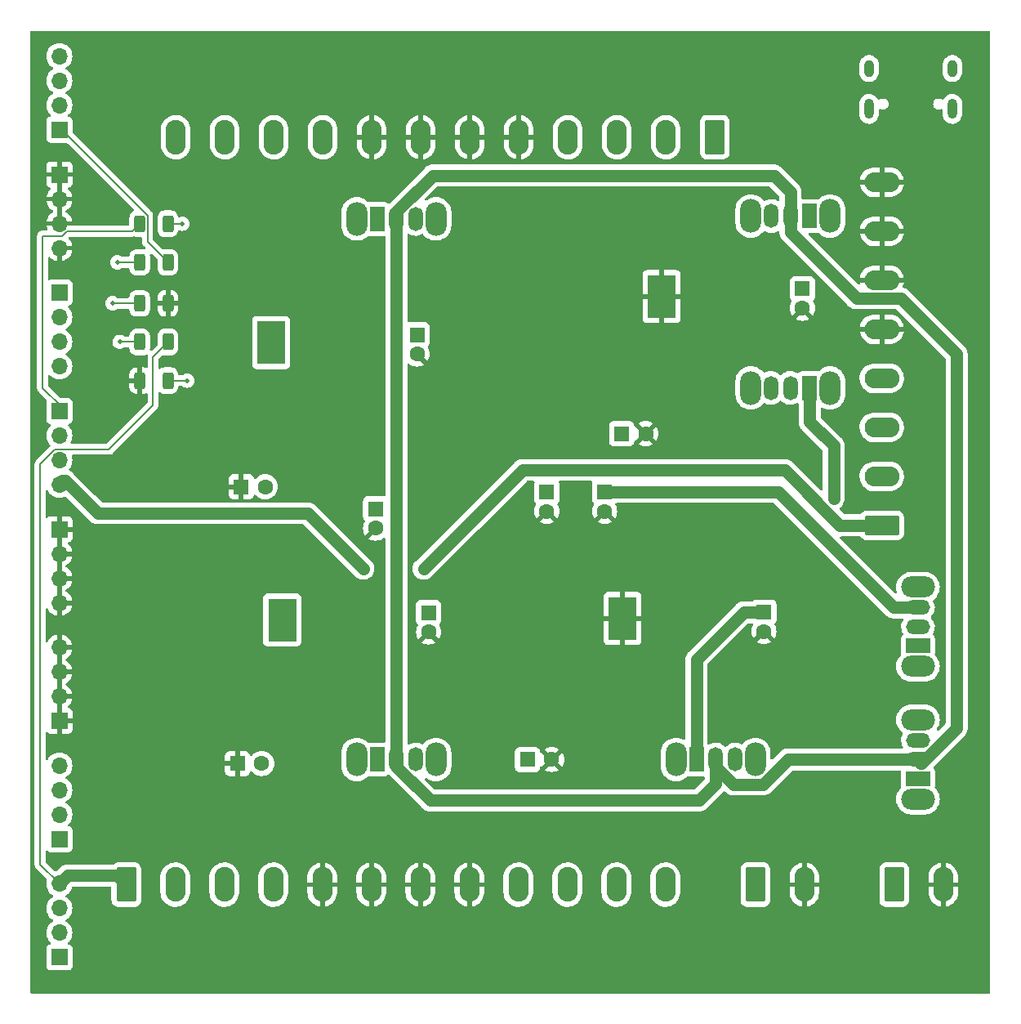
<source format=gbl>
%TF.GenerationSoftware,KiCad,Pcbnew,7.0.2*%
%TF.CreationDate,2023-07-05T23:24:43+08:00*%
%TF.ProjectId,tps61088,74707336-3130-4383-982e-6b696361645f,rev?*%
%TF.SameCoordinates,Original*%
%TF.FileFunction,Copper,L2,Bot*%
%TF.FilePolarity,Positive*%
%FSLAX46Y46*%
G04 Gerber Fmt 4.6, Leading zero omitted, Abs format (unit mm)*
G04 Created by KiCad (PCBNEW 7.0.2) date 2023-07-05 23:24:43*
%MOMM*%
%LPD*%
G01*
G04 APERTURE LIST*
G04 Aperture macros list*
%AMRoundRect*
0 Rectangle with rounded corners*
0 $1 Rounding radius*
0 $2 $3 $4 $5 $6 $7 $8 $9 X,Y pos of 4 corners*
0 Add a 4 corners polygon primitive as box body*
4,1,4,$2,$3,$4,$5,$6,$7,$8,$9,$2,$3,0*
0 Add four circle primitives for the rounded corners*
1,1,$1+$1,$2,$3*
1,1,$1+$1,$4,$5*
1,1,$1+$1,$6,$7*
1,1,$1+$1,$8,$9*
0 Add four rect primitives between the rounded corners*
20,1,$1+$1,$2,$3,$4,$5,0*
20,1,$1+$1,$4,$5,$6,$7,0*
20,1,$1+$1,$6,$7,$8,$9,0*
20,1,$1+$1,$8,$9,$2,$3,0*%
G04 Aperture macros list end*
%TA.AperFunction,ComponentPad*%
%ADD10O,3.500000X2.200000*%
%TD*%
%TA.AperFunction,ComponentPad*%
%ADD11R,2.500000X1.500000*%
%TD*%
%TA.AperFunction,ComponentPad*%
%ADD12O,2.500000X1.500000*%
%TD*%
%TA.AperFunction,ComponentPad*%
%ADD13R,1.600000X1.600000*%
%TD*%
%TA.AperFunction,ComponentPad*%
%ADD14C,1.600000*%
%TD*%
%TA.AperFunction,ComponentPad*%
%ADD15R,1.700000X1.700000*%
%TD*%
%TA.AperFunction,ComponentPad*%
%ADD16O,1.700000X1.700000*%
%TD*%
%TA.AperFunction,ComponentPad*%
%ADD17C,0.600000*%
%TD*%
%TA.AperFunction,SMDPad,CuDef*%
%ADD18R,2.950000X4.500000*%
%TD*%
%TA.AperFunction,ComponentPad*%
%ADD19RoundRect,0.249999X0.790001X1.550001X-0.790001X1.550001X-0.790001X-1.550001X0.790001X-1.550001X0*%
%TD*%
%TA.AperFunction,ComponentPad*%
%ADD20O,2.080000X3.600000*%
%TD*%
%TA.AperFunction,ComponentPad*%
%ADD21O,2.200000X3.500000*%
%TD*%
%TA.AperFunction,ComponentPad*%
%ADD22R,1.500000X2.500000*%
%TD*%
%TA.AperFunction,ComponentPad*%
%ADD23O,1.500000X2.500000*%
%TD*%
%TA.AperFunction,ComponentPad*%
%ADD24RoundRect,0.249999X-0.790001X-1.550001X0.790001X-1.550001X0.790001X1.550001X-0.790001X1.550001X0*%
%TD*%
%TA.AperFunction,ComponentPad*%
%ADD25O,1.000000X2.100000*%
%TD*%
%TA.AperFunction,ComponentPad*%
%ADD26O,1.000000X1.800000*%
%TD*%
%TA.AperFunction,ComponentPad*%
%ADD27RoundRect,0.249999X1.550001X-0.790001X1.550001X0.790001X-1.550001X0.790001X-1.550001X-0.790001X0*%
%TD*%
%TA.AperFunction,ComponentPad*%
%ADD28O,3.600000X2.080000*%
%TD*%
%TA.AperFunction,SMDPad,CuDef*%
%ADD29RoundRect,0.250000X0.312500X0.625000X-0.312500X0.625000X-0.312500X-0.625000X0.312500X-0.625000X0*%
%TD*%
%TA.AperFunction,SMDPad,CuDef*%
%ADD30RoundRect,0.250000X-0.312500X-0.625000X0.312500X-0.625000X0.312500X0.625000X-0.312500X0.625000X0*%
%TD*%
%TA.AperFunction,ViaPad*%
%ADD31C,0.600000*%
%TD*%
%TA.AperFunction,ViaPad*%
%ADD32C,0.800000*%
%TD*%
%TA.AperFunction,ViaPad*%
%ADD33C,0.500000*%
%TD*%
%TA.AperFunction,Conductor*%
%ADD34C,0.127000*%
%TD*%
%TA.AperFunction,Conductor*%
%ADD35C,0.254000*%
%TD*%
%TA.AperFunction,Conductor*%
%ADD36C,1.270000*%
%TD*%
G04 APERTURE END LIST*
D10*
%TO.P,Vin,*%
%TO.N,*%
X192250000Y-127600000D03*
X192250000Y-119400000D03*
D11*
%TO.P,Vin,1,A*%
%TO.N,Net-(SW5-B)*%
X192250000Y-125500000D03*
D12*
%TO.P,Vin,2,B*%
%TO.N,+12V*%
X192250000Y-123500000D03*
%TO.P,Vin,3,C*%
%TO.N,unconnected-(SW7-C-Pad3)*%
X192250000Y-121500000D03*
%TD*%
D13*
%TO.P,C9,1*%
%TO.N,Net-(SW2-A)*%
X140342621Y-79500000D03*
D14*
%TO.P,C9,2*%
%TO.N,GND*%
X140342621Y-81500000D03*
%TD*%
D15*
%TO.P,J10,1,Pin_1*%
%TO.N,GND*%
X103250000Y-62900000D03*
D16*
%TO.P,J10,2,Pin_2*%
X103250000Y-65440000D03*
%TO.P,J10,3,Pin_3*%
X103250000Y-67980000D03*
%TO.P,J10,4,Pin_4*%
X103250000Y-70520000D03*
%TD*%
D13*
%TO.P,C35,1*%
%TO.N,5V_in*%
X136025000Y-97544888D03*
D14*
%TO.P,C35,2*%
%TO.N,GND*%
X136025000Y-99544888D03*
%TD*%
D17*
%TO.P,U4,9,GNDPAD*%
%TO.N,GND*%
X165075000Y-73750000D03*
X165075000Y-74950000D03*
X165075000Y-76250000D03*
X165075000Y-77350000D03*
D18*
X165675000Y-75550000D03*
D17*
X166275000Y-73750000D03*
X166275000Y-74950000D03*
X166275000Y-76250000D03*
X166275000Y-77350000D03*
%TD*%
D13*
%TO.P,C25,1*%
%TO.N,Net-(SW4-A)*%
X176275000Y-108250000D03*
D14*
%TO.P,C25,2*%
%TO.N,GND*%
X176275000Y-110250000D03*
%TD*%
D13*
%TO.P,C8,1*%
%TO.N,GND*%
X121717621Y-123919888D03*
D14*
%TO.P,C8,2*%
%TO.N,-12V*%
X124217621Y-123919888D03*
%TD*%
D19*
%TO.P,J2,1,Pin_1*%
%TO.N,/5V_fuse*%
X171190000Y-59027500D03*
D20*
%TO.P,J2,2,Pin_2*%
X166110000Y-59027500D03*
%TO.P,J2,3,Pin_3*%
X161030000Y-59027500D03*
%TO.P,J2,4,Pin_4*%
X155950000Y-59027500D03*
%TO.P,J2,5,Pin_5*%
%TO.N,GND*%
X150870000Y-59027500D03*
%TO.P,J2,6,Pin_6*%
X145790000Y-59027500D03*
%TO.P,J2,7,Pin_7*%
X140710000Y-59027500D03*
%TO.P,J2,8,Pin_8*%
X135630000Y-59027500D03*
%TO.P,J2,9,Pin_9*%
%TO.N,Net-(D8-K)*%
X130550000Y-59027500D03*
%TO.P,J2,10,Pin_10*%
X125470000Y-59027500D03*
%TO.P,J2,11,Pin_11*%
X120390000Y-59027500D03*
%TO.P,J2,12,Pin_12*%
X115310000Y-59027500D03*
%TD*%
D15*
%TO.P,J11,1,Pin_1*%
%TO.N,Net-(D8-K)*%
X103250000Y-75150000D03*
D16*
%TO.P,J11,2,Pin_2*%
X103250000Y-77690000D03*
%TO.P,J11,3,Pin_3*%
X103250000Y-80230000D03*
%TO.P,J11,4,Pin_4*%
X103250000Y-82770000D03*
%TD*%
D13*
%TO.P,C17,1*%
%TO.N,Net-(SW3-A)*%
X180275000Y-74750000D03*
D14*
%TO.P,C17,2*%
%TO.N,GND*%
X180275000Y-76750000D03*
%TD*%
D13*
%TO.P,C3,1*%
%TO.N,Net-(SW1-A)*%
X141525000Y-108294888D03*
D14*
%TO.P,C3,2*%
%TO.N,GND*%
X141525000Y-110294888D03*
%TD*%
D13*
%TO.P,C22,1*%
%TO.N,Net-(SW6-C)*%
X161525000Y-89750000D03*
D14*
%TO.P,C22,2*%
%TO.N,GND*%
X164025000Y-89750000D03*
%TD*%
D15*
%TO.P,J8,1,Pin_1*%
%TO.N,Net-(D4-K)*%
X103250000Y-131750000D03*
D16*
%TO.P,J8,2,Pin_2*%
X103250000Y-129210000D03*
%TO.P,J8,3,Pin_3*%
X103250000Y-126670000D03*
%TO.P,J8,4,Pin_4*%
X103250000Y-124130000D03*
%TD*%
D17*
%TO.P,U3,9,GNDPAD*%
%TO.N,-5V*%
X124592621Y-78500000D03*
X124592621Y-79700000D03*
X124592621Y-81000000D03*
X124592621Y-82100000D03*
D18*
X125192621Y-80300000D03*
D17*
X125792621Y-78500000D03*
X125792621Y-79700000D03*
X125792621Y-81000000D03*
X125792621Y-82100000D03*
%TD*%
D13*
%TO.P,C40,1*%
%TO.N,Net-(SW5-C)*%
X153775000Y-95794888D03*
D14*
%TO.P,C40,2*%
%TO.N,GND*%
X153775000Y-97794888D03*
%TD*%
D21*
%TO.P,SW4,*%
%TO.N,*%
X167175000Y-123500000D03*
X175375000Y-123500000D03*
D22*
%TO.P,SW4,1,A*%
%TO.N,Net-(SW4-A)*%
X169275000Y-123500000D03*
D23*
%TO.P,SW4,2,B*%
%TO.N,+12V*%
X171275000Y-123500000D03*
%TO.P,SW4,3,C*%
%TO.N,Net-(SW4-C)*%
X173275000Y-123500000D03*
%TD*%
D15*
%TO.P,J12,1,Pin_1*%
%TO.N,Net-(J12-Pin_1)*%
X103250000Y-87400000D03*
D16*
%TO.P,J12,2,Pin_2*%
X103250000Y-89940000D03*
%TO.P,J12,3,Pin_3*%
X103250000Y-92480000D03*
%TO.P,J12,4,Pin_4*%
X103250000Y-95020000D03*
%TD*%
D21*
%TO.P,5V_SW,*%
%TO.N,*%
X183125000Y-67202500D03*
X174925000Y-67202500D03*
D22*
%TO.P,5V_SW,1,A*%
%TO.N,Net-(SW3-A)*%
X181025000Y-67202500D03*
D23*
%TO.P,5V_SW,2,B*%
%TO.N,+12V*%
X179025000Y-67202500D03*
%TO.P,5V_SW,3,C*%
%TO.N,Net-(SW3-C)*%
X177025000Y-67202500D03*
%TD*%
D21*
%TO.P,-5V_SW,*%
%TO.N,*%
X134075000Y-67500000D03*
X142275000Y-67500000D03*
D22*
%TO.P,-5V_SW,1,A*%
%TO.N,Net-(SW2-A)*%
X136175000Y-67500000D03*
D23*
%TO.P,-5V_SW,2,B*%
%TO.N,+12V*%
X138175000Y-67500000D03*
%TO.P,-5V_SW,3,C*%
%TO.N,Net-(SW2-C)*%
X140175000Y-67500000D03*
%TD*%
D21*
%TO.P,SW6,*%
%TO.N,*%
X183125000Y-85000000D03*
X174925000Y-85000000D03*
D22*
%TO.P,SW6,1,A*%
%TO.N,5V_in*%
X181025000Y-85000000D03*
D23*
%TO.P,SW6,2,B*%
%TO.N,+5V*%
X179025000Y-85000000D03*
%TO.P,SW6,3,C*%
%TO.N,Net-(SW6-C)*%
X177025000Y-85000000D03*
%TD*%
D24*
%TO.P,12V,1,Pin_1*%
%TO.N,Net-(J1-Pin_1)*%
X110190000Y-136472500D03*
D20*
%TO.P,12V,2,Pin_2*%
X115270000Y-136472500D03*
%TO.P,12V,3,Pin_3*%
X120350000Y-136472500D03*
%TO.P,12V,4,Pin_4*%
X125430000Y-136472500D03*
%TO.P,12V,5,Pin_5*%
%TO.N,GND*%
X130510000Y-136472500D03*
%TO.P,12V,6,Pin_6*%
X135590000Y-136472500D03*
%TO.P,12V,7,Pin_7*%
X140670000Y-136472500D03*
%TO.P,12V,8,Pin_8*%
X145750000Y-136472500D03*
%TO.P,12V,9,Pin_9*%
%TO.N,Net-(D4-K)*%
X150830000Y-136472500D03*
%TO.P,12V,10,Pin_10*%
X155910000Y-136472500D03*
%TO.P,12V,11,Pin_11*%
X160990000Y-136472500D03*
%TO.P,12V,12,Pin_12*%
X166070000Y-136472500D03*
%TD*%
D10*
%TO.P,SW5,*%
%TO.N,*%
X192250000Y-113850000D03*
X192250000Y-105650000D03*
D11*
%TO.P,SW5,1,A*%
%TO.N,Net-(SW5-A)*%
X192250000Y-111750000D03*
D12*
%TO.P,SW5,2,B*%
%TO.N,Net-(SW5-B)*%
X192250000Y-109750000D03*
%TO.P,SW5,3,C*%
%TO.N,Net-(SW5-C)*%
X192250000Y-107750000D03*
%TD*%
D13*
%TO.P,C30,1*%
%TO.N,+3V3*%
X151775000Y-123500000D03*
D14*
%TO.P,C30,2*%
%TO.N,GND*%
X154275000Y-123500000D03*
%TD*%
D25*
%TO.P,P1,S1,SHIELD*%
%TO.N,unconnected-(P1-SHIELD-PadS1)*%
X195820000Y-56105000D03*
D26*
X195820000Y-51925000D03*
D25*
X187180000Y-56105000D03*
D26*
X187180000Y-51925000D03*
%TD*%
D13*
%TO.P,C41,1*%
%TO.N,Net-(SW5-C)*%
X159775000Y-95794888D03*
D14*
%TO.P,C41,2*%
%TO.N,GND*%
X159775000Y-97794888D03*
%TD*%
D15*
%TO.P,J14,1,Pin_1*%
%TO.N,GND*%
X103250000Y-119500000D03*
D16*
%TO.P,J14,2,Pin_2*%
X103250000Y-116960000D03*
%TO.P,J14,3,Pin_3*%
X103250000Y-114420000D03*
%TO.P,J14,4,Pin_4*%
X103250000Y-111880000D03*
%TD*%
D27*
%TO.P,J3,1,Pin_1*%
%TO.N,Net-(J12-Pin_1)*%
X188500000Y-99250000D03*
D28*
%TO.P,J3,2,Pin_2*%
X188500000Y-94170000D03*
%TO.P,J3,3,Pin_3*%
X188500000Y-89090000D03*
%TO.P,J3,4,Pin_4*%
X188500000Y-84010000D03*
%TO.P,J3,5,Pin_5*%
%TO.N,GND*%
X188500000Y-78930000D03*
%TO.P,J3,6,Pin_6*%
X188500000Y-73850000D03*
%TO.P,J3,7,Pin_7*%
X188500000Y-68770000D03*
%TO.P,J3,8,Pin_8*%
X188500000Y-63690000D03*
%TD*%
D17*
%TO.P,U2,9,GNDPAD*%
%TO.N,-12V*%
X125750000Y-107254888D03*
X125750000Y-108454888D03*
X125750000Y-109754888D03*
X125750000Y-110854888D03*
D18*
X126350000Y-109054888D03*
D17*
X126950000Y-107254888D03*
X126950000Y-108454888D03*
X126950000Y-109754888D03*
X126950000Y-110854888D03*
%TD*%
D15*
%TO.P,J9,1,Pin_1*%
%TO.N,/5V_fuse*%
X103250000Y-58250000D03*
D16*
%TO.P,J9,2,Pin_2*%
X103250000Y-55710000D03*
%TO.P,J9,3,Pin_3*%
X103250000Y-53170000D03*
%TO.P,J9,4,Pin_4*%
X103250000Y-50630000D03*
%TD*%
D13*
%TO.P,C14,1*%
%TO.N,GND*%
X122092621Y-95250000D03*
D14*
%TO.P,C14,2*%
%TO.N,-5V*%
X124592621Y-95250000D03*
%TD*%
D24*
%TO.P,J5,1,Pin_1*%
%TO.N,+5VA*%
X175390000Y-136472500D03*
D20*
%TO.P,J5,2,Pin_2*%
%TO.N,GND*%
X180470000Y-136472500D03*
%TD*%
D24*
%TO.P,J6,1,Pin_1*%
%TO.N,+12VA*%
X189790000Y-136472500D03*
D20*
%TO.P,J6,2,Pin_2*%
%TO.N,GND*%
X194870000Y-136472500D03*
%TD*%
D15*
%TO.P,J7,1,Pin_1*%
%TO.N,Net-(J1-Pin_1)*%
X103250000Y-144000000D03*
D16*
%TO.P,J7,2,Pin_2*%
X103250000Y-141460000D03*
%TO.P,J7,3,Pin_3*%
X103250000Y-138920000D03*
%TO.P,J7,4,Pin_4*%
X103250000Y-136380000D03*
%TD*%
D21*
%TO.P,SW1,*%
%TO.N,*%
X134075000Y-123500000D03*
X142275000Y-123500000D03*
D22*
%TO.P,SW1,1,A*%
%TO.N,Net-(SW1-A)*%
X136175000Y-123500000D03*
D23*
%TO.P,SW1,2,B*%
%TO.N,+12V*%
X138175000Y-123500000D03*
%TO.P,SW1,3,C*%
%TO.N,Net-(SW1-C)*%
X140175000Y-123500000D03*
%TD*%
D17*
%TO.P,U5,9,GNDPAD*%
%TO.N,GND*%
X161025000Y-107100000D03*
X161025000Y-108300000D03*
X161025000Y-109600000D03*
X161025000Y-110700000D03*
D18*
X161625000Y-108900000D03*
D17*
X162225000Y-107100000D03*
X162225000Y-108300000D03*
X162225000Y-109600000D03*
X162225000Y-110700000D03*
%TD*%
D15*
%TO.P,J13,1,Pin_1*%
%TO.N,GND*%
X103250000Y-99650000D03*
D16*
%TO.P,J13,2,Pin_2*%
X103250000Y-102190000D03*
%TO.P,J13,3,Pin_3*%
X103250000Y-104730000D03*
%TO.P,J13,4,Pin_4*%
X103250000Y-107270000D03*
%TD*%
D29*
%TO.P,R3,1*%
%TO.N,Net-(J1-Pin_1)*%
X114500000Y-80250000D03*
%TO.P,R3,2*%
%TO.N,Net-(D2-A)*%
X111575000Y-80250000D03*
%TD*%
%TO.P,R16,1*%
%TO.N,GND*%
X114500000Y-76250000D03*
%TO.P,R16,2*%
%TO.N,Net-(D8-A)*%
X111575000Y-76250000D03*
%TD*%
%TO.P,R12,1*%
%TO.N,/5V_fuse*%
X114500000Y-72000000D03*
%TO.P,R12,2*%
%TO.N,Net-(D6-A)*%
X111575000Y-72000000D03*
%TD*%
D30*
%TO.P,R8,1*%
%TO.N,GND*%
X111575000Y-84250000D03*
%TO.P,R8,2*%
%TO.N,Net-(D4-A)*%
X114500000Y-84250000D03*
%TD*%
%TO.P,R23,1*%
%TO.N,Net-(J12-Pin_1)*%
X111575000Y-68000000D03*
%TO.P,R23,2*%
%TO.N,Net-(D9-A)*%
X114500000Y-68000000D03*
%TD*%
D31*
%TO.N,GND*%
X188000000Y-58000000D03*
X195750000Y-58500000D03*
D32*
X112250000Y-118000000D03*
D31*
X142000000Y-117750000D03*
D32*
X172000000Y-102250000D03*
D31*
X145750000Y-88750000D03*
X145750000Y-95250000D03*
D32*
X161500000Y-116250000D03*
X179250000Y-117250000D03*
X109250000Y-93000000D03*
X171500000Y-120500000D03*
%TO.N,5V_in*%
X183500000Y-96500000D03*
D33*
%TO.N,Net-(D2-A)*%
X109500000Y-80250000D03*
%TO.N,Net-(D4-A)*%
X116500000Y-84250000D03*
%TO.N,Net-(D6-A)*%
X109250000Y-72000000D03*
%TO.N,Net-(D8-A)*%
X108750000Y-76250000D03*
%TO.N,Net-(D9-A)*%
X116000000Y-68000000D03*
D32*
%TO.N,Net-(J12-Pin_1)*%
X141000000Y-103750000D03*
X134750000Y-103750000D03*
%TD*%
D34*
%TO.N,Net-(J1-Pin_1)*%
X101250000Y-92905273D02*
X101250000Y-134380000D01*
X102788773Y-91366500D02*
X101250000Y-92905273D01*
X108383500Y-91366500D02*
X102788773Y-91366500D01*
X112956500Y-86793500D02*
X108383500Y-91366500D01*
X112956500Y-81793500D02*
X112956500Y-86793500D01*
X114500000Y-80250000D02*
X112956500Y-81793500D01*
X101250000Y-134380000D02*
X103250000Y-136380000D01*
D35*
%TO.N,GND*%
X188500000Y-58500000D02*
X188000000Y-58000000D01*
X195750000Y-58500000D02*
X188500000Y-58500000D01*
D36*
%TO.N,+12V*%
X190475000Y-75725000D02*
X185877500Y-75725000D01*
X185877500Y-75725000D02*
X179025000Y-68872500D01*
X196250000Y-81500000D02*
X190475000Y-75725000D01*
D34*
%TO.N,Net-(J12-Pin_1)*%
X101500000Y-85000000D02*
X103500000Y-87000000D01*
X104021083Y-68783644D02*
X103554727Y-69250000D01*
X101500000Y-69250000D02*
X101500000Y-85000000D01*
X110791356Y-68783644D02*
X104021083Y-68783644D01*
X103554727Y-69250000D02*
X101500000Y-69250000D01*
X111575000Y-68000000D02*
X110791356Y-68783644D01*
D36*
X184171106Y-99250000D02*
X188500000Y-99250000D01*
X178421106Y-93500000D02*
X184171106Y-99250000D01*
X151250000Y-93500000D02*
X178421106Y-93500000D01*
X141000000Y-103750000D02*
X151250000Y-93500000D01*
D34*
%TO.N,/5V_fuse*%
X103500000Y-58261301D02*
X103500000Y-58250000D01*
X112401000Y-67162301D02*
X103500000Y-58261301D01*
X112401000Y-69901000D02*
X112401000Y-67162301D01*
X114500000Y-72000000D02*
X112401000Y-69901000D01*
D36*
%TO.N,Net-(J12-Pin_1)*%
X129000000Y-98000000D02*
X134750000Y-103750000D01*
X107250000Y-98000000D02*
X129000000Y-98000000D01*
X103870000Y-94620000D02*
X107250000Y-98000000D01*
X103500000Y-94620000D02*
X103870000Y-94620000D01*
%TO.N,Net-(J1-Pin_1)*%
X109243216Y-135525716D02*
X110190000Y-136472500D01*
X104104284Y-135525716D02*
X109243216Y-135525716D01*
X103250000Y-136380000D02*
X104104284Y-135525716D01*
%TO.N,Net-(SW4-A)*%
X174205000Y-108250000D02*
X176275000Y-108250000D01*
X169275000Y-113180000D02*
X174205000Y-108250000D01*
X169275000Y-123500000D02*
X169275000Y-113180000D01*
%TO.N,5V_in*%
X181025000Y-88525000D02*
X181025000Y-85000000D01*
X183500000Y-96500000D02*
X183500000Y-91000000D01*
X183500000Y-91000000D02*
X181025000Y-88525000D01*
%TO.N,Net-(SW5-C)*%
X192250000Y-107750000D02*
X189730000Y-107750000D01*
X177774888Y-95794888D02*
X159775000Y-95794888D01*
X189730000Y-107750000D02*
X177774888Y-95794888D01*
D34*
%TO.N,Net-(D2-A)*%
X109500000Y-80250000D02*
X111575000Y-80250000D01*
%TO.N,Net-(D4-A)*%
X116500000Y-84250000D02*
X114500000Y-84250000D01*
%TO.N,Net-(D6-A)*%
X109250000Y-72000000D02*
X111575000Y-72000000D01*
%TO.N,Net-(D8-A)*%
X111575000Y-76250000D02*
X108750000Y-76250000D01*
%TO.N,Net-(D9-A)*%
X116000000Y-68000000D02*
X114500000Y-68000000D01*
D36*
%TO.N,+12V*%
X169545000Y-127750000D02*
X141683472Y-127750000D01*
X196250000Y-120241528D02*
X192576528Y-123915000D01*
X196250000Y-81500000D02*
X196250000Y-120241528D01*
X178761503Y-123500000D02*
X176176503Y-126085000D01*
X179025000Y-67202500D02*
X179025000Y-68872500D01*
X192576528Y-123915000D02*
X192500000Y-123915000D01*
X173118472Y-126085000D02*
X171275000Y-124241528D01*
X177322500Y-63000000D02*
X179025000Y-64702500D01*
X141683472Y-127750000D02*
X138175000Y-124241528D01*
X192250000Y-123500000D02*
X178761503Y-123500000D01*
X138175000Y-67500000D02*
X138175000Y-66758472D01*
X138175000Y-124241528D02*
X138175000Y-123500000D01*
X171275000Y-126020000D02*
X169545000Y-127750000D01*
X171275000Y-123500000D02*
X171275000Y-126020000D01*
X138175000Y-66758472D02*
X141933472Y-63000000D01*
X138175000Y-123500000D02*
X138175000Y-67500000D01*
X171275000Y-124241528D02*
X171275000Y-123500000D01*
X179025000Y-64702500D02*
X179025000Y-67202500D01*
X141933472Y-63000000D02*
X177322500Y-63000000D01*
X176176503Y-126085000D02*
X173118472Y-126085000D01*
%TD*%
%TA.AperFunction,Conductor*%
%TO.N,GND*%
G36*
X103499999Y-119064498D02*
G01*
X103392315Y-119015320D01*
X103285763Y-119000000D01*
X103214237Y-119000000D01*
X103107685Y-119015320D01*
X103000000Y-119064498D01*
X103000000Y-117395501D01*
X103107685Y-117444680D01*
X103214237Y-117460000D01*
X103285763Y-117460000D01*
X103392315Y-117444680D01*
X103499999Y-117395501D01*
X103499999Y-119064498D01*
G37*
%TD.AperFunction*%
%TA.AperFunction,Conductor*%
G36*
X103499999Y-116524498D02*
G01*
X103392315Y-116475320D01*
X103285763Y-116460000D01*
X103214237Y-116460000D01*
X103107685Y-116475320D01*
X103000000Y-116524498D01*
X103000000Y-114855501D01*
X103107685Y-114904680D01*
X103214237Y-114920000D01*
X103285763Y-114920000D01*
X103392315Y-114904680D01*
X103499999Y-114855501D01*
X103499999Y-116524498D01*
G37*
%TD.AperFunction*%
%TA.AperFunction,Conductor*%
G36*
X103499999Y-113984498D02*
G01*
X103392315Y-113935320D01*
X103285763Y-113920000D01*
X103214237Y-113920000D01*
X103107685Y-113935320D01*
X103000000Y-113984498D01*
X103000000Y-112315501D01*
X103107685Y-112364680D01*
X103214237Y-112380000D01*
X103285763Y-112380000D01*
X103392315Y-112364680D01*
X103499999Y-112315501D01*
X103499999Y-113984498D01*
G37*
%TD.AperFunction*%
%TA.AperFunction,Conductor*%
G36*
X103499999Y-106834498D02*
G01*
X103392315Y-106785320D01*
X103285763Y-106770000D01*
X103214237Y-106770000D01*
X103107685Y-106785320D01*
X103000000Y-106834498D01*
X103000000Y-105165501D01*
X103107685Y-105214680D01*
X103214237Y-105230000D01*
X103285763Y-105230000D01*
X103392315Y-105214680D01*
X103499999Y-105165501D01*
X103499999Y-106834498D01*
G37*
%TD.AperFunction*%
%TA.AperFunction,Conductor*%
G36*
X103499999Y-104294498D02*
G01*
X103392315Y-104245320D01*
X103285763Y-104230000D01*
X103214237Y-104230000D01*
X103107685Y-104245320D01*
X103000000Y-104294498D01*
X103000000Y-102625501D01*
X103107685Y-102674680D01*
X103214237Y-102690000D01*
X103285763Y-102690000D01*
X103392315Y-102674680D01*
X103499999Y-102625501D01*
X103499999Y-104294498D01*
G37*
%TD.AperFunction*%
%TA.AperFunction,Conductor*%
G36*
X103499999Y-101754498D02*
G01*
X103392315Y-101705320D01*
X103285763Y-101690000D01*
X103214237Y-101690000D01*
X103107685Y-101705320D01*
X103000000Y-101754498D01*
X103000000Y-100085501D01*
X103107685Y-100134680D01*
X103214237Y-100150000D01*
X103285763Y-100150000D01*
X103392315Y-100134680D01*
X103499999Y-100085501D01*
X103499999Y-101754498D01*
G37*
%TD.AperFunction*%
%TA.AperFunction,Conductor*%
G36*
X103443039Y-69833685D02*
G01*
X103488794Y-69886489D01*
X103500000Y-69938000D01*
X103500000Y-70084498D01*
X103392315Y-70035320D01*
X103285763Y-70020000D01*
X103214237Y-70020000D01*
X103107685Y-70035320D01*
X103000000Y-70084498D01*
X103000000Y-69938000D01*
X103019685Y-69870961D01*
X103072489Y-69825206D01*
X103124000Y-69814000D01*
X103376000Y-69814000D01*
X103443039Y-69833685D01*
G37*
%TD.AperFunction*%
%TA.AperFunction,Conductor*%
G36*
X103500000Y-68455747D02*
G01*
X103480315Y-68522786D01*
X103463684Y-68543425D01*
X103357427Y-68649682D01*
X103296107Y-68683166D01*
X103269748Y-68686000D01*
X103124000Y-68686000D01*
X103056961Y-68666315D01*
X103011206Y-68613511D01*
X103000000Y-68562000D01*
X103000000Y-68415501D01*
X103107685Y-68464680D01*
X103214237Y-68480000D01*
X103285763Y-68480000D01*
X103392315Y-68464680D01*
X103500000Y-68415501D01*
X103500000Y-68455747D01*
G37*
%TD.AperFunction*%
%TA.AperFunction,Conductor*%
G36*
X103499999Y-67544498D02*
G01*
X103392315Y-67495320D01*
X103285763Y-67480000D01*
X103214237Y-67480000D01*
X103107685Y-67495320D01*
X103000000Y-67544498D01*
X103000000Y-65875501D01*
X103107685Y-65924680D01*
X103214237Y-65940000D01*
X103285763Y-65940000D01*
X103392315Y-65924680D01*
X103499999Y-65875501D01*
X103499999Y-67544498D01*
G37*
%TD.AperFunction*%
%TA.AperFunction,Conductor*%
G36*
X103499999Y-65004498D02*
G01*
X103392315Y-64955320D01*
X103285763Y-64940000D01*
X103214237Y-64940000D01*
X103107685Y-64955320D01*
X103000000Y-65004498D01*
X103000000Y-63335501D01*
X103107685Y-63384680D01*
X103214237Y-63400000D01*
X103285763Y-63400000D01*
X103392315Y-63384680D01*
X103499999Y-63335501D01*
X103499999Y-65004498D01*
G37*
%TD.AperFunction*%
%TA.AperFunction,Conductor*%
G36*
X176867838Y-64155185D02*
G01*
X176888480Y-64171819D01*
X177853181Y-65136520D01*
X177886666Y-65197843D01*
X177889500Y-65224201D01*
X177889500Y-65544351D01*
X177869815Y-65611390D01*
X177817011Y-65657145D01*
X177747853Y-65667089D01*
X177697189Y-65647838D01*
X177619968Y-65596865D01*
X177412987Y-65508396D01*
X177193537Y-65458309D01*
X176968671Y-65448209D01*
X176745611Y-65478425D01*
X176531534Y-65547983D01*
X176373198Y-65633187D01*
X176304835Y-65647621D01*
X176239522Y-65622803D01*
X176220153Y-65604528D01*
X176060224Y-65417276D01*
X175868659Y-65253664D01*
X175653859Y-65122034D01*
X175537485Y-65073830D01*
X175421110Y-65025626D01*
X175176149Y-64966817D01*
X175030066Y-64955320D01*
X174925000Y-64947051D01*
X174924999Y-64947051D01*
X174673850Y-64966817D01*
X174428889Y-65025626D01*
X174196139Y-65122035D01*
X173981342Y-65253663D01*
X173789776Y-65417276D01*
X173626163Y-65608842D01*
X173494535Y-65823639D01*
X173398126Y-66056389D01*
X173339317Y-66301350D01*
X173324691Y-66487183D01*
X173324690Y-66487199D01*
X173324500Y-66489618D01*
X173324500Y-67915382D01*
X173324690Y-67917801D01*
X173324691Y-67917816D01*
X173339317Y-68103649D01*
X173398126Y-68348610D01*
X173406752Y-68369434D01*
X173494534Y-68581359D01*
X173626164Y-68796159D01*
X173789776Y-68987724D01*
X173981341Y-69151336D01*
X174196141Y-69282966D01*
X174428889Y-69379373D01*
X174673852Y-69438183D01*
X174925000Y-69457949D01*
X175176148Y-69438183D01*
X175421111Y-69379373D01*
X175653859Y-69282966D01*
X175868659Y-69151336D01*
X176060224Y-68987724D01*
X176220474Y-68800094D01*
X176278980Y-68761901D01*
X176348848Y-68761402D01*
X176383075Y-68777139D01*
X176430032Y-68808135D01*
X176637012Y-68896603D01*
X176856463Y-68946691D01*
X177061998Y-68955921D01*
X177081328Y-68956790D01*
X177081328Y-68956789D01*
X177081330Y-68956790D01*
X177304387Y-68926575D01*
X177518464Y-68857017D01*
X177706210Y-68755986D01*
X177774571Y-68741553D01*
X177839885Y-68766371D01*
X177881413Y-68822559D01*
X177888933Y-68862226D01*
X177889465Y-68884542D01*
X177889500Y-68887496D01*
X177889500Y-68926591D01*
X177889780Y-68929526D01*
X177889781Y-68929544D01*
X177890365Y-68935660D01*
X177890891Y-68944485D01*
X177892402Y-69007919D01*
X177899501Y-69040557D01*
X177901772Y-69055123D01*
X177904947Y-69088372D01*
X177922821Y-69149246D01*
X177925010Y-69157819D01*
X177938498Y-69219818D01*
X177951644Y-69250517D01*
X177956630Y-69264386D01*
X177962086Y-69282966D01*
X177966043Y-69296442D01*
X177995114Y-69352831D01*
X177998886Y-69360838D01*
X178023861Y-69419160D01*
X178042582Y-69446820D01*
X178050106Y-69459501D01*
X178065412Y-69489190D01*
X178104631Y-69539061D01*
X178109843Y-69546200D01*
X178145410Y-69598750D01*
X178169021Y-69622361D01*
X178178808Y-69633388D01*
X178199457Y-69659644D01*
X178199460Y-69659646D01*
X178199462Y-69659649D01*
X178219340Y-69676873D01*
X178247417Y-69701202D01*
X178253895Y-69707234D01*
X185000222Y-76453562D01*
X185013543Y-76469309D01*
X185015443Y-76471977D01*
X185015444Y-76471978D01*
X185083067Y-76536456D01*
X185085178Y-76538518D01*
X185112828Y-76566168D01*
X185119852Y-76571967D01*
X185126475Y-76577845D01*
X185172388Y-76621624D01*
X185200477Y-76639675D01*
X185212389Y-76648373D01*
X185238146Y-76669640D01*
X185238148Y-76669641D01*
X185293848Y-76700055D01*
X185301442Y-76704561D01*
X185354817Y-76738863D01*
X185385825Y-76751276D01*
X185399143Y-76757550D01*
X185428476Y-76773568D01*
X185488941Y-76792896D01*
X185497226Y-76795875D01*
X185556138Y-76819460D01*
X185588938Y-76825781D01*
X185603209Y-76829423D01*
X185635034Y-76839597D01*
X185698038Y-76847129D01*
X185706748Y-76848487D01*
X185769073Y-76860500D01*
X185802472Y-76860500D01*
X185817191Y-76861376D01*
X185850355Y-76865342D01*
X185850355Y-76865341D01*
X185850356Y-76865342D01*
X185913638Y-76860816D01*
X185922484Y-76860500D01*
X189953299Y-76860500D01*
X190020338Y-76880185D01*
X190040980Y-76896819D01*
X195078181Y-81934020D01*
X195111666Y-81995343D01*
X195114500Y-82021701D01*
X195114500Y-119719826D01*
X195094815Y-119786865D01*
X195078181Y-119807507D01*
X194396495Y-120489192D01*
X194335172Y-120522677D01*
X194265480Y-120517693D01*
X194209547Y-120475821D01*
X194185130Y-120410357D01*
X194199982Y-120342084D01*
X194203076Y-120336739D01*
X194330466Y-120128859D01*
X194426873Y-119896111D01*
X194485683Y-119651148D01*
X194505449Y-119400000D01*
X194485683Y-119148852D01*
X194426873Y-118903889D01*
X194330466Y-118671141D01*
X194198836Y-118456341D01*
X194035224Y-118264776D01*
X193843659Y-118101164D01*
X193628859Y-117969534D01*
X193512484Y-117921330D01*
X193396110Y-117873126D01*
X193151149Y-117814317D01*
X192965316Y-117799691D01*
X192965301Y-117799690D01*
X192962882Y-117799500D01*
X191537118Y-117799500D01*
X191534699Y-117799690D01*
X191534683Y-117799691D01*
X191348850Y-117814317D01*
X191103889Y-117873126D01*
X190871139Y-117969535D01*
X190656342Y-118101163D01*
X190464776Y-118264776D01*
X190301163Y-118456342D01*
X190169535Y-118671139D01*
X190073126Y-118903889D01*
X190014317Y-119148850D01*
X189994551Y-119400000D01*
X190014317Y-119651149D01*
X190073126Y-119896110D01*
X190085073Y-119924952D01*
X190169534Y-120128859D01*
X190301164Y-120343659D01*
X190464776Y-120535224D01*
X190634733Y-120680381D01*
X190652405Y-120695474D01*
X190690598Y-120753981D01*
X190691096Y-120823849D01*
X190675361Y-120858074D01*
X190644365Y-120905032D01*
X190555896Y-121112012D01*
X190505809Y-121331462D01*
X190495709Y-121556328D01*
X190525925Y-121779388D01*
X190582058Y-121952148D01*
X190595483Y-121993464D01*
X190692657Y-122174044D01*
X190696799Y-122181740D01*
X190711233Y-122250103D01*
X190686415Y-122315417D01*
X190630227Y-122356945D01*
X190587605Y-122364500D01*
X178866665Y-122364500D01*
X178846100Y-122362783D01*
X178842876Y-122362240D01*
X178749455Y-122364465D01*
X178746504Y-122364500D01*
X178707412Y-122364500D01*
X178704481Y-122364779D01*
X178704475Y-122364780D01*
X178700850Y-122365126D01*
X178698334Y-122365366D01*
X178689517Y-122365891D01*
X178626082Y-122367402D01*
X178593444Y-122374501D01*
X178578879Y-122376772D01*
X178545633Y-122379947D01*
X178484746Y-122397824D01*
X178476174Y-122400011D01*
X178414189Y-122413496D01*
X178383487Y-122426643D01*
X178369617Y-122431629D01*
X178337562Y-122441042D01*
X178281157Y-122470120D01*
X178273154Y-122473890D01*
X178214841Y-122498862D01*
X178187179Y-122517584D01*
X178174500Y-122525107D01*
X178144812Y-122540412D01*
X178094937Y-122579634D01*
X178087791Y-122584852D01*
X178035249Y-122620413D01*
X178011628Y-122644033D01*
X178000605Y-122653817D01*
X177974353Y-122674462D01*
X177932798Y-122722418D01*
X177926768Y-122728894D01*
X177187181Y-123468482D01*
X177125858Y-123501967D01*
X177056167Y-123496983D01*
X177000233Y-123455111D01*
X176975816Y-123389647D01*
X176975500Y-123380801D01*
X176975500Y-122789563D01*
X176975500Y-122787118D01*
X176960683Y-122598852D01*
X176901873Y-122353889D01*
X176805466Y-122121141D01*
X176673836Y-121906341D01*
X176510224Y-121714776D01*
X176318659Y-121551164D01*
X176103859Y-121419534D01*
X175987484Y-121371330D01*
X175871110Y-121323126D01*
X175626149Y-121264317D01*
X175375000Y-121244551D01*
X175123850Y-121264317D01*
X174878889Y-121323126D01*
X174646139Y-121419535D01*
X174431342Y-121551163D01*
X174239776Y-121714776D01*
X174079525Y-121902405D01*
X174021018Y-121940598D01*
X173951150Y-121941096D01*
X173916927Y-121925362D01*
X173869968Y-121894365D01*
X173869965Y-121894363D01*
X173869964Y-121894363D01*
X173662987Y-121805896D01*
X173443537Y-121755809D01*
X173218671Y-121745709D01*
X172995611Y-121775925D01*
X172781537Y-121845482D01*
X172690702Y-121894363D01*
X172583319Y-121952148D01*
X172583317Y-121952149D01*
X172583318Y-121952149D01*
X172407334Y-122092491D01*
X172368875Y-122136511D01*
X172309942Y-122174044D01*
X172240073Y-122173758D01*
X172189803Y-122144552D01*
X172165315Y-122121139D01*
X172057825Y-122018368D01*
X172057822Y-122018366D01*
X172057821Y-122018365D01*
X171869968Y-121894365D01*
X171662987Y-121805896D01*
X171443537Y-121755809D01*
X171218671Y-121745709D01*
X170995611Y-121775925D01*
X170781535Y-121845483D01*
X170593259Y-121946798D01*
X170524897Y-121961232D01*
X170459583Y-121936414D01*
X170418055Y-121880225D01*
X170410500Y-121837604D01*
X170410500Y-113701701D01*
X170430185Y-113634662D01*
X170446819Y-113614020D01*
X174639021Y-109421819D01*
X174700344Y-109388334D01*
X174726702Y-109385500D01*
X175046733Y-109385500D01*
X175113772Y-109405185D01*
X175121046Y-109410235D01*
X175126548Y-109414354D01*
X175168418Y-109470289D01*
X175173400Y-109539981D01*
X175153812Y-109584740D01*
X175144865Y-109597518D01*
X175048733Y-109803672D01*
X174989858Y-110023397D01*
X174970033Y-110250000D01*
X174989858Y-110476602D01*
X175048733Y-110696326D01*
X175144866Y-110902484D01*
X175195972Y-110975471D01*
X175195973Y-110975472D01*
X175877045Y-110294399D01*
X175889835Y-110375148D01*
X175947359Y-110488045D01*
X176036955Y-110577641D01*
X176149852Y-110635165D01*
X176230599Y-110647953D01*
X175549526Y-111329025D01*
X175549526Y-111329026D01*
X175622515Y-111380133D01*
X175828673Y-111476266D01*
X176048397Y-111535141D01*
X176274999Y-111554966D01*
X176501602Y-111535141D01*
X176721326Y-111476266D01*
X176927480Y-111380134D01*
X177000472Y-111329025D01*
X176319401Y-110647953D01*
X176400148Y-110635165D01*
X176513045Y-110577641D01*
X176602641Y-110488045D01*
X176660165Y-110375148D01*
X176672953Y-110294400D01*
X177354025Y-110975472D01*
X177405134Y-110902480D01*
X177501266Y-110696326D01*
X177560141Y-110476602D01*
X177579966Y-110250000D01*
X177560141Y-110023397D01*
X177501266Y-109803673D01*
X177405133Y-109597515D01*
X177396189Y-109584742D01*
X177373862Y-109518536D01*
X177390872Y-109450768D01*
X177423453Y-109414352D01*
X177432546Y-109407546D01*
X177518796Y-109292331D01*
X177569091Y-109157483D01*
X177575500Y-109097873D01*
X177575499Y-107402128D01*
X177569091Y-107342517D01*
X177518796Y-107207669D01*
X177432546Y-107092454D01*
X177317331Y-107006204D01*
X177182483Y-106955909D01*
X177182482Y-106955908D01*
X177126166Y-106949854D01*
X177126165Y-106949853D01*
X177122873Y-106949500D01*
X177119550Y-106949500D01*
X175430439Y-106949500D01*
X175430420Y-106949500D01*
X175427128Y-106949501D01*
X175423848Y-106949853D01*
X175423840Y-106949854D01*
X175367515Y-106955909D01*
X175232669Y-107006204D01*
X175121042Y-107089767D01*
X175055580Y-107114184D01*
X175046733Y-107114500D01*
X174310161Y-107114500D01*
X174289598Y-107112783D01*
X174288840Y-107112655D01*
X174286372Y-107112240D01*
X174192952Y-107114465D01*
X174190001Y-107114500D01*
X174150909Y-107114500D01*
X174147978Y-107114779D01*
X174147972Y-107114780D01*
X174144347Y-107115126D01*
X174141831Y-107115366D01*
X174133014Y-107115891D01*
X174069579Y-107117402D01*
X174036941Y-107124501D01*
X174022376Y-107126772D01*
X173989130Y-107129947D01*
X173928243Y-107147824D01*
X173919671Y-107150011D01*
X173857686Y-107163496D01*
X173826984Y-107176643D01*
X173813114Y-107181629D01*
X173781059Y-107191042D01*
X173724654Y-107220120D01*
X173716651Y-107223890D01*
X173658338Y-107248862D01*
X173630676Y-107267584D01*
X173617997Y-107275107D01*
X173588309Y-107290412D01*
X173538434Y-107329634D01*
X173531288Y-107334852D01*
X173478746Y-107370413D01*
X173455125Y-107394033D01*
X173444102Y-107403817D01*
X173417850Y-107424462D01*
X173376295Y-107472418D01*
X173370265Y-107478894D01*
X168546437Y-112302722D01*
X168530687Y-112316046D01*
X168528023Y-112317943D01*
X168463561Y-112385547D01*
X168461503Y-112387654D01*
X168435928Y-112413230D01*
X168435908Y-112413251D01*
X168433832Y-112415328D01*
X168431965Y-112417587D01*
X168431954Y-112417601D01*
X168428021Y-112422365D01*
X168422156Y-112428972D01*
X168378374Y-112474890D01*
X168360319Y-112502983D01*
X168351629Y-112514885D01*
X168330358Y-112540648D01*
X168299948Y-112596339D01*
X168295434Y-112603947D01*
X168261137Y-112657317D01*
X168248725Y-112688318D01*
X168242444Y-112701651D01*
X168226430Y-112730979D01*
X168207108Y-112791420D01*
X168204116Y-112799743D01*
X168180538Y-112858640D01*
X168174217Y-112891436D01*
X168170573Y-112905716D01*
X168160403Y-112937533D01*
X168152870Y-113000532D01*
X168151506Y-113009275D01*
X168139500Y-113071571D01*
X168139500Y-113104971D01*
X168138623Y-113119693D01*
X168134657Y-113152855D01*
X168139184Y-113216136D01*
X168139500Y-113224983D01*
X168139500Y-121342517D01*
X168119815Y-121409556D01*
X168067011Y-121455311D01*
X167997853Y-121465255D01*
X167950711Y-121448245D01*
X167903859Y-121419534D01*
X167671110Y-121323126D01*
X167426149Y-121264317D01*
X167175000Y-121244551D01*
X166923850Y-121264317D01*
X166678889Y-121323126D01*
X166446139Y-121419535D01*
X166231342Y-121551163D01*
X166039776Y-121714776D01*
X165876163Y-121906342D01*
X165744535Y-122121139D01*
X165648126Y-122353889D01*
X165589317Y-122598850D01*
X165574691Y-122784683D01*
X165574690Y-122784699D01*
X165574500Y-122787118D01*
X165574500Y-124212882D01*
X165574690Y-124215301D01*
X165574691Y-124215316D01*
X165589317Y-124401149D01*
X165648126Y-124646110D01*
X165675277Y-124711658D01*
X165744534Y-124878859D01*
X165876164Y-125093659D01*
X166039776Y-125285224D01*
X166231341Y-125448836D01*
X166446141Y-125580466D01*
X166678889Y-125676873D01*
X166923852Y-125735683D01*
X167175000Y-125755449D01*
X167426148Y-125735683D01*
X167671111Y-125676873D01*
X167903859Y-125580466D01*
X168118659Y-125448836D01*
X168202183Y-125377500D01*
X168317646Y-125278886D01*
X168318833Y-125280276D01*
X168367415Y-125248550D01*
X168416477Y-125243979D01*
X168417516Y-125244090D01*
X168417517Y-125244091D01*
X168477127Y-125250500D01*
X170015500Y-125250499D01*
X170082539Y-125270184D01*
X170128294Y-125322987D01*
X170139500Y-125374499D01*
X170139500Y-125498298D01*
X170119815Y-125565337D01*
X170103181Y-125585979D01*
X169110979Y-126578181D01*
X169049656Y-126611666D01*
X169023298Y-126614500D01*
X142205173Y-126614500D01*
X142138134Y-126594815D01*
X142117492Y-126578181D01*
X141185804Y-125646493D01*
X141152319Y-125585170D01*
X141157303Y-125515478D01*
X141199175Y-125459545D01*
X141264639Y-125435128D01*
X141332912Y-125449980D01*
X141338269Y-125453082D01*
X141546141Y-125580466D01*
X141778889Y-125676873D01*
X142023852Y-125735683D01*
X142275000Y-125755449D01*
X142526148Y-125735683D01*
X142771111Y-125676873D01*
X143003859Y-125580466D01*
X143218659Y-125448836D01*
X143410224Y-125285224D01*
X143573836Y-125093659D01*
X143705466Y-124878859D01*
X143801873Y-124646111D01*
X143860683Y-124401148D01*
X143865135Y-124344578D01*
X150474500Y-124344578D01*
X150474501Y-124347872D01*
X150474853Y-124351152D01*
X150474854Y-124351159D01*
X150476386Y-124365407D01*
X150480909Y-124407483D01*
X150531204Y-124542331D01*
X150617454Y-124657546D01*
X150732669Y-124743796D01*
X150867517Y-124794091D01*
X150927127Y-124800500D01*
X152622872Y-124800499D01*
X152682483Y-124794091D01*
X152817331Y-124743796D01*
X152932546Y-124657546D01*
X153018796Y-124542331D01*
X153069091Y-124407483D01*
X153075500Y-124347873D01*
X153075499Y-124344525D01*
X153075549Y-124343612D01*
X153098791Y-124277721D01*
X153153966Y-124234855D01*
X153192115Y-124229330D01*
X153877046Y-123544399D01*
X153889835Y-123625148D01*
X153947359Y-123738045D01*
X154036955Y-123827641D01*
X154149852Y-123885165D01*
X154230599Y-123897953D01*
X153549526Y-124579025D01*
X153549526Y-124579026D01*
X153622515Y-124630133D01*
X153828673Y-124726266D01*
X154048397Y-124785141D01*
X154275000Y-124804966D01*
X154501602Y-124785141D01*
X154721326Y-124726266D01*
X154927480Y-124630134D01*
X155000472Y-124579025D01*
X154319401Y-123897953D01*
X154400148Y-123885165D01*
X154513045Y-123827641D01*
X154602641Y-123738045D01*
X154660165Y-123625148D01*
X154672953Y-123544400D01*
X155354025Y-124225472D01*
X155405134Y-124152480D01*
X155501266Y-123946326D01*
X155560141Y-123726602D01*
X155579966Y-123499999D01*
X155560141Y-123273397D01*
X155501266Y-123053673D01*
X155405133Y-122847515D01*
X155354025Y-122774526D01*
X154672953Y-123455598D01*
X154660165Y-123374852D01*
X154602641Y-123261955D01*
X154513045Y-123172359D01*
X154400148Y-123114835D01*
X154319400Y-123102046D01*
X155000472Y-122420974D01*
X155000471Y-122420972D01*
X154927484Y-122369866D01*
X154721326Y-122273733D01*
X154501602Y-122214858D01*
X154275000Y-122195033D01*
X154048397Y-122214858D01*
X153828672Y-122273733D01*
X153622516Y-122369865D01*
X153549527Y-122420973D01*
X153549526Y-122420973D01*
X154230600Y-123102046D01*
X154149852Y-123114835D01*
X154036955Y-123172359D01*
X153947359Y-123261955D01*
X153889835Y-123374852D01*
X153877046Y-123455599D01*
X153190844Y-122769397D01*
X153141676Y-122759515D01*
X153091494Y-122710899D01*
X153075548Y-122656379D01*
X153075499Y-122655462D01*
X153075499Y-122652128D01*
X153069091Y-122592517D01*
X153018796Y-122457669D01*
X152932546Y-122342454D01*
X152817331Y-122256204D01*
X152682483Y-122205909D01*
X152622873Y-122199500D01*
X152619550Y-122199500D01*
X150930439Y-122199500D01*
X150930420Y-122199500D01*
X150927128Y-122199501D01*
X150923848Y-122199853D01*
X150923840Y-122199854D01*
X150867515Y-122205909D01*
X150732669Y-122256204D01*
X150617454Y-122342454D01*
X150531204Y-122457668D01*
X150480910Y-122592515D01*
X150480909Y-122592517D01*
X150474500Y-122652127D01*
X150474500Y-122655448D01*
X150474500Y-122655449D01*
X150474500Y-124344560D01*
X150474500Y-124344578D01*
X143865135Y-124344578D01*
X143875500Y-124212882D01*
X143875500Y-122787118D01*
X143860683Y-122598852D01*
X143801873Y-122353889D01*
X143705466Y-122121141D01*
X143573836Y-121906341D01*
X143410224Y-121714776D01*
X143218659Y-121551164D01*
X143003859Y-121419534D01*
X142887484Y-121371330D01*
X142771110Y-121323126D01*
X142526149Y-121264317D01*
X142275000Y-121244551D01*
X142023850Y-121264317D01*
X141778889Y-121323126D01*
X141546139Y-121419535D01*
X141331342Y-121551163D01*
X141139776Y-121714776D01*
X140979525Y-121902405D01*
X140921018Y-121940598D01*
X140851150Y-121941096D01*
X140816927Y-121925362D01*
X140769968Y-121894365D01*
X140769965Y-121894363D01*
X140769964Y-121894363D01*
X140562987Y-121805896D01*
X140343537Y-121755809D01*
X140118671Y-121745709D01*
X139895611Y-121775925D01*
X139681537Y-121845482D01*
X139590702Y-121894363D01*
X139493258Y-121946799D01*
X139424897Y-121961233D01*
X139359583Y-121936415D01*
X139318055Y-121880227D01*
X139310500Y-121837605D01*
X139310500Y-110294888D01*
X140220033Y-110294888D01*
X140239858Y-110521490D01*
X140298733Y-110741214D01*
X140394866Y-110947372D01*
X140445972Y-111020359D01*
X140445973Y-111020360D01*
X141127045Y-110339287D01*
X141139835Y-110420036D01*
X141197359Y-110532933D01*
X141286955Y-110622529D01*
X141399852Y-110680053D01*
X141480599Y-110692841D01*
X140799526Y-111373913D01*
X140799526Y-111373914D01*
X140872515Y-111425021D01*
X141078673Y-111521154D01*
X141298397Y-111580029D01*
X141525000Y-111599854D01*
X141751602Y-111580029D01*
X141971326Y-111521154D01*
X142177480Y-111425022D01*
X142250472Y-111373913D01*
X141569401Y-110692841D01*
X141650148Y-110680053D01*
X141763045Y-110622529D01*
X141852641Y-110532933D01*
X141910165Y-110420036D01*
X141922953Y-110339288D01*
X142604025Y-111020360D01*
X142655134Y-110947368D01*
X142751266Y-110741214D01*
X142810141Y-110521490D01*
X142829966Y-110294887D01*
X142810141Y-110068285D01*
X142751266Y-109848561D01*
X142655133Y-109642403D01*
X142646189Y-109629630D01*
X142623862Y-109563424D01*
X142640872Y-109495656D01*
X142673453Y-109459240D01*
X142682546Y-109452434D01*
X142768796Y-109337219D01*
X142819091Y-109202371D01*
X142824722Y-109150000D01*
X159650000Y-109150000D01*
X159650000Y-111194518D01*
X159650354Y-111201132D01*
X159656400Y-111257371D01*
X159706647Y-111392089D01*
X159792811Y-111507188D01*
X159907910Y-111593352D01*
X160042628Y-111643599D01*
X160098867Y-111649645D01*
X160105482Y-111650000D01*
X161375000Y-111650000D01*
X161375000Y-110703552D01*
X161374999Y-110703551D01*
X161112680Y-110965871D01*
X161051357Y-110999356D01*
X160981665Y-110994372D01*
X160937318Y-110965871D01*
X160671447Y-110700000D01*
X160869709Y-110700000D01*
X160890514Y-110777645D01*
X160947355Y-110834486D01*
X161005254Y-110850000D01*
X161044746Y-110850000D01*
X161102645Y-110834486D01*
X161159486Y-110777646D01*
X161180291Y-110700000D01*
X162069709Y-110700000D01*
X162090514Y-110777645D01*
X162147355Y-110834486D01*
X162205254Y-110850000D01*
X162244746Y-110850000D01*
X162302645Y-110834486D01*
X162359486Y-110777646D01*
X162380291Y-110700000D01*
X162359486Y-110622355D01*
X162302645Y-110565514D01*
X162244746Y-110550000D01*
X162205254Y-110550000D01*
X162147355Y-110565514D01*
X162090514Y-110622354D01*
X162069709Y-110700000D01*
X161180291Y-110700000D01*
X161159486Y-110622355D01*
X161102645Y-110565514D01*
X161044746Y-110550000D01*
X161005254Y-110550000D01*
X160947355Y-110565514D01*
X160890514Y-110622354D01*
X160869709Y-110700000D01*
X160671447Y-110700000D01*
X160341934Y-110370487D01*
X160308449Y-110309164D01*
X160313433Y-110239472D01*
X160341934Y-110195124D01*
X160387059Y-110149999D01*
X160828553Y-110149999D01*
X161025000Y-110346445D01*
X161221445Y-110150000D01*
X162028553Y-110150000D01*
X162225000Y-110346447D01*
X162421447Y-110150000D01*
X162225000Y-109953553D01*
X162028553Y-110150000D01*
X161221445Y-110150000D01*
X161221446Y-110149999D01*
X161025000Y-109953553D01*
X160828553Y-110149999D01*
X160387059Y-110149999D01*
X160341934Y-110104874D01*
X160308449Y-110043551D01*
X160313433Y-109973859D01*
X160341934Y-109929512D01*
X160671446Y-109600000D01*
X160869709Y-109600000D01*
X160890514Y-109677645D01*
X160947355Y-109734486D01*
X161005254Y-109750000D01*
X161044746Y-109750000D01*
X161102645Y-109734486D01*
X161159486Y-109677646D01*
X161180291Y-109600000D01*
X162069709Y-109600000D01*
X162090514Y-109677645D01*
X162147355Y-109734486D01*
X162205254Y-109750000D01*
X162244746Y-109750000D01*
X162302645Y-109734486D01*
X162359486Y-109677646D01*
X162380291Y-109600000D01*
X162359486Y-109522355D01*
X162302645Y-109465514D01*
X162244746Y-109450000D01*
X162205254Y-109450000D01*
X162147355Y-109465514D01*
X162090514Y-109522354D01*
X162069709Y-109600000D01*
X161180291Y-109600000D01*
X161159486Y-109522355D01*
X161102645Y-109465514D01*
X161044746Y-109450000D01*
X161005254Y-109450000D01*
X160947355Y-109465514D01*
X160890514Y-109522354D01*
X160869709Y-109600000D01*
X160671446Y-109600000D01*
X160937319Y-109334127D01*
X160998642Y-109300642D01*
X161068334Y-109305626D01*
X161112681Y-109334127D01*
X161375000Y-109596446D01*
X161375000Y-109150000D01*
X161875000Y-109150000D01*
X161875000Y-109596447D01*
X162137319Y-109334128D01*
X162198642Y-109300643D01*
X162268333Y-109305627D01*
X162312681Y-109334128D01*
X162908065Y-109929512D01*
X162941550Y-109990835D01*
X162936566Y-110060527D01*
X162908065Y-110104874D01*
X162862939Y-110149999D01*
X162908065Y-110195124D01*
X162941550Y-110256447D01*
X162936566Y-110326139D01*
X162908065Y-110370487D01*
X162312681Y-110965871D01*
X162251358Y-110999356D01*
X162181666Y-110994372D01*
X162137319Y-110965871D01*
X161875000Y-110703551D01*
X161875000Y-111650000D01*
X163144518Y-111650000D01*
X163151132Y-111649645D01*
X163207371Y-111643599D01*
X163342089Y-111593352D01*
X163457188Y-111507188D01*
X163543352Y-111392089D01*
X163593599Y-111257371D01*
X163599645Y-111201132D01*
X163600000Y-111194518D01*
X163600000Y-109150000D01*
X161875000Y-109150000D01*
X161375000Y-109150000D01*
X159650000Y-109150000D01*
X142824722Y-109150000D01*
X142825500Y-109142761D01*
X142825500Y-108650000D01*
X159650000Y-108650000D01*
X161375000Y-108650000D01*
X161375000Y-106150000D01*
X161875000Y-106150000D01*
X161875000Y-108650000D01*
X163600000Y-108650000D01*
X163600000Y-106605481D01*
X163599645Y-106598867D01*
X163593599Y-106542628D01*
X163543352Y-106407910D01*
X163457188Y-106292811D01*
X163342089Y-106206647D01*
X163207371Y-106156400D01*
X163151132Y-106150354D01*
X163144518Y-106150000D01*
X161875000Y-106150000D01*
X161375000Y-106150000D01*
X160105482Y-106150000D01*
X160098867Y-106150354D01*
X160042628Y-106156400D01*
X159907910Y-106206647D01*
X159792811Y-106292811D01*
X159706647Y-106407910D01*
X159656400Y-106542628D01*
X159650354Y-106598867D01*
X159650000Y-106605481D01*
X159650000Y-108650000D01*
X142825500Y-108650000D01*
X142825499Y-107447016D01*
X142819091Y-107387405D01*
X142768796Y-107252557D01*
X142682546Y-107137342D01*
X142567331Y-107051092D01*
X142432483Y-107000797D01*
X142372873Y-106994388D01*
X142369550Y-106994388D01*
X140680439Y-106994388D01*
X140680420Y-106994388D01*
X140677128Y-106994389D01*
X140673848Y-106994741D01*
X140673840Y-106994742D01*
X140617515Y-107000797D01*
X140482669Y-107051092D01*
X140367454Y-107137342D01*
X140281204Y-107252556D01*
X140230909Y-107387404D01*
X140229636Y-107399249D01*
X140224500Y-107447015D01*
X140224500Y-107450336D01*
X140224500Y-107450337D01*
X140224500Y-109139448D01*
X140224500Y-109139466D01*
X140224501Y-109142760D01*
X140224853Y-109146040D01*
X140224854Y-109146047D01*
X140230909Y-109202371D01*
X140281204Y-109337219D01*
X140367454Y-109452434D01*
X140367455Y-109452435D01*
X140376545Y-109459240D01*
X140418417Y-109515173D01*
X140423401Y-109584865D01*
X140403812Y-109629628D01*
X140394865Y-109642406D01*
X140298733Y-109848560D01*
X140239858Y-110068285D01*
X140220033Y-110294888D01*
X139310500Y-110294888D01*
X139310500Y-103722855D01*
X139859657Y-103722855D01*
X139873191Y-103912086D01*
X139875128Y-103939156D01*
X139931255Y-104148622D01*
X140026008Y-104343679D01*
X140155963Y-104517280D01*
X140316425Y-104663150D01*
X140501593Y-104776015D01*
X140704774Y-104851798D01*
X140780881Y-104864596D01*
X140918624Y-104887759D01*
X140918625Y-104887758D01*
X140918626Y-104887759D01*
X141135419Y-104882598D01*
X141347317Y-104836502D01*
X141546663Y-104751137D01*
X141726250Y-104629589D01*
X146685803Y-99670036D01*
X151684021Y-94671819D01*
X151745344Y-94638334D01*
X151771702Y-94635500D01*
X152396270Y-94635500D01*
X152463309Y-94655185D01*
X152509064Y-94707989D01*
X152519008Y-94777147D01*
X152512452Y-94802833D01*
X152480909Y-94887402D01*
X152480909Y-94887405D01*
X152474500Y-94947015D01*
X152474500Y-94950336D01*
X152474500Y-94950337D01*
X152474500Y-96639448D01*
X152474500Y-96639466D01*
X152474501Y-96642760D01*
X152480909Y-96702371D01*
X152531204Y-96837219D01*
X152617454Y-96952434D01*
X152617455Y-96952435D01*
X152626545Y-96959240D01*
X152668417Y-97015173D01*
X152673401Y-97084865D01*
X152653812Y-97129628D01*
X152644865Y-97142406D01*
X152548733Y-97348560D01*
X152489858Y-97568285D01*
X152470033Y-97794888D01*
X152489858Y-98021490D01*
X152548733Y-98241214D01*
X152644866Y-98447372D01*
X152695972Y-98520359D01*
X152695973Y-98520360D01*
X153377045Y-97839287D01*
X153389835Y-97920036D01*
X153447359Y-98032933D01*
X153536955Y-98122529D01*
X153649852Y-98180053D01*
X153730599Y-98192841D01*
X153049526Y-98873913D01*
X153049526Y-98873914D01*
X153122515Y-98925021D01*
X153328673Y-99021154D01*
X153548397Y-99080029D01*
X153774999Y-99099854D01*
X154001602Y-99080029D01*
X154221326Y-99021154D01*
X154427480Y-98925022D01*
X154500472Y-98873913D01*
X153819401Y-98192841D01*
X153900148Y-98180053D01*
X154013045Y-98122529D01*
X154102641Y-98032933D01*
X154160165Y-97920036D01*
X154172953Y-97839288D01*
X154854025Y-98520360D01*
X154905134Y-98447368D01*
X155001266Y-98241214D01*
X155060141Y-98021490D01*
X155079966Y-97794888D01*
X155060141Y-97568285D01*
X155001266Y-97348561D01*
X154905133Y-97142403D01*
X154896189Y-97129630D01*
X154873862Y-97063424D01*
X154890872Y-96995656D01*
X154923453Y-96959240D01*
X154932546Y-96952434D01*
X155018796Y-96837219D01*
X155069091Y-96702371D01*
X155075500Y-96642761D01*
X155075499Y-94947016D01*
X155069091Y-94887405D01*
X155037798Y-94803504D01*
X155037548Y-94802833D01*
X155032564Y-94733141D01*
X155066049Y-94671818D01*
X155127373Y-94638334D01*
X155153730Y-94635500D01*
X158396270Y-94635500D01*
X158463309Y-94655185D01*
X158509064Y-94707989D01*
X158519008Y-94777147D01*
X158512452Y-94802833D01*
X158480909Y-94887402D01*
X158480909Y-94887405D01*
X158474500Y-94947015D01*
X158474500Y-94950336D01*
X158474500Y-94950337D01*
X158474500Y-96639448D01*
X158474500Y-96639466D01*
X158474501Y-96642760D01*
X158480909Y-96702371D01*
X158531204Y-96837219D01*
X158617454Y-96952434D01*
X158617455Y-96952435D01*
X158626545Y-96959240D01*
X158668417Y-97015173D01*
X158673401Y-97084865D01*
X158653812Y-97129628D01*
X158644865Y-97142406D01*
X158548733Y-97348560D01*
X158489858Y-97568285D01*
X158470033Y-97794887D01*
X158489858Y-98021490D01*
X158548733Y-98241214D01*
X158644866Y-98447372D01*
X158695972Y-98520359D01*
X158695973Y-98520360D01*
X159377045Y-97839287D01*
X159389835Y-97920036D01*
X159447359Y-98032933D01*
X159536955Y-98122529D01*
X159649852Y-98180053D01*
X159730599Y-98192841D01*
X159049526Y-98873913D01*
X159049526Y-98873914D01*
X159122515Y-98925021D01*
X159328673Y-99021154D01*
X159548397Y-99080029D01*
X159774999Y-99099854D01*
X160001602Y-99080029D01*
X160221326Y-99021154D01*
X160427480Y-98925022D01*
X160500472Y-98873913D01*
X159819401Y-98192841D01*
X159900148Y-98180053D01*
X160013045Y-98122529D01*
X160102641Y-98032933D01*
X160160165Y-97920036D01*
X160172953Y-97839288D01*
X160854025Y-98520360D01*
X160905134Y-98447368D01*
X161001266Y-98241214D01*
X161060141Y-98021490D01*
X161079966Y-97794888D01*
X161060141Y-97568285D01*
X161001266Y-97348561D01*
X160905133Y-97142403D01*
X160896189Y-97129630D01*
X160873862Y-97063424D01*
X160890872Y-96995656D01*
X160923465Y-96959231D01*
X160926841Y-96956704D01*
X160928972Y-96955110D01*
X160994440Y-96930703D01*
X161003268Y-96930388D01*
X177253187Y-96930388D01*
X177320226Y-96950073D01*
X177340868Y-96966707D01*
X188852716Y-108478555D01*
X188866041Y-108494308D01*
X188867939Y-108496974D01*
X188935587Y-108561475D01*
X188937699Y-108563538D01*
X188965329Y-108591168D01*
X188967604Y-108593046D01*
X188967607Y-108593049D01*
X188972348Y-108596963D01*
X188978971Y-108602841D01*
X189024890Y-108646625D01*
X189052982Y-108664679D01*
X189064889Y-108673373D01*
X189090646Y-108694639D01*
X189090647Y-108694639D01*
X189090649Y-108694641D01*
X189146343Y-108725052D01*
X189153939Y-108729559D01*
X189207317Y-108763863D01*
X189238327Y-108776277D01*
X189251660Y-108782559D01*
X189280977Y-108798568D01*
X189341423Y-108817890D01*
X189349727Y-108820875D01*
X189408638Y-108844460D01*
X189441439Y-108850782D01*
X189455717Y-108854426D01*
X189487535Y-108864597D01*
X189528987Y-108869553D01*
X189550524Y-108872128D01*
X189559270Y-108873491D01*
X189621573Y-108885500D01*
X189654972Y-108885500D01*
X189669693Y-108886376D01*
X189702855Y-108890342D01*
X189766138Y-108885816D01*
X189774984Y-108885500D01*
X190591851Y-108885500D01*
X190658890Y-108905185D01*
X190704645Y-108957989D01*
X190714589Y-109027147D01*
X190695338Y-109077811D01*
X190644365Y-109155031D01*
X190555896Y-109362012D01*
X190505809Y-109581462D01*
X190495709Y-109806328D01*
X190525925Y-110029388D01*
X190571528Y-110169740D01*
X190595483Y-110243464D01*
X190702148Y-110441681D01*
X190702150Y-110441684D01*
X190707437Y-110451508D01*
X190705681Y-110452452D01*
X190726784Y-110504145D01*
X190714029Y-110572840D01*
X190677741Y-110616037D01*
X190642455Y-110642452D01*
X190556204Y-110757668D01*
X190505910Y-110892515D01*
X190505909Y-110892517D01*
X190499500Y-110952127D01*
X190499500Y-110955448D01*
X190499500Y-110955449D01*
X190499500Y-112544560D01*
X190499500Y-112544578D01*
X190499501Y-112547872D01*
X190499853Y-112551150D01*
X190499854Y-112551161D01*
X190506021Y-112608524D01*
X190493614Y-112677283D01*
X190470495Y-112706828D01*
X190471113Y-112707355D01*
X190301165Y-112906338D01*
X190179443Y-113104971D01*
X190169534Y-113121141D01*
X190156398Y-113152855D01*
X190073126Y-113353889D01*
X190014317Y-113598850D01*
X189994551Y-113849999D01*
X190014317Y-114101149D01*
X190073126Y-114346110D01*
X190073955Y-114348111D01*
X190169534Y-114578859D01*
X190301164Y-114793659D01*
X190464776Y-114985224D01*
X190656341Y-115148836D01*
X190871141Y-115280466D01*
X191103889Y-115376873D01*
X191348852Y-115435683D01*
X191537118Y-115450500D01*
X191539563Y-115450500D01*
X192960437Y-115450500D01*
X192962882Y-115450500D01*
X193151148Y-115435683D01*
X193396111Y-115376873D01*
X193628859Y-115280466D01*
X193843659Y-115148836D01*
X194035224Y-114985224D01*
X194198836Y-114793659D01*
X194330466Y-114578859D01*
X194426873Y-114346111D01*
X194485683Y-114101148D01*
X194505449Y-113850000D01*
X194485683Y-113598852D01*
X194426873Y-113353889D01*
X194330466Y-113121141D01*
X194198836Y-112906341D01*
X194035224Y-112714776D01*
X194035221Y-112714773D01*
X194028886Y-112707356D01*
X194030274Y-112706169D01*
X193998543Y-112657560D01*
X193993979Y-112608522D01*
X193995289Y-112596339D01*
X194000500Y-112547873D01*
X194000499Y-110952128D01*
X193994091Y-110892517D01*
X193943796Y-110757669D01*
X193857546Y-110642454D01*
X193857547Y-110642454D01*
X193857545Y-110642452D01*
X193818401Y-110613149D01*
X193776531Y-110557215D01*
X193771547Y-110487523D01*
X193789222Y-110445578D01*
X193855635Y-110344968D01*
X193944103Y-110137988D01*
X193994191Y-109918537D01*
X194004290Y-109693670D01*
X193974075Y-109470613D01*
X193904517Y-109256536D01*
X193797852Y-109058319D01*
X193657508Y-108882334D01*
X193613488Y-108843874D01*
X193575955Y-108784944D01*
X193576241Y-108715075D01*
X193605448Y-108664803D01*
X193622830Y-108646623D01*
X193731632Y-108532825D01*
X193855635Y-108344968D01*
X193944103Y-108137988D01*
X193994191Y-107918537D01*
X194004290Y-107693670D01*
X193974075Y-107470613D01*
X193904517Y-107256536D01*
X193819311Y-107098197D01*
X193804878Y-107029837D01*
X193829695Y-106964523D01*
X193847970Y-106945153D01*
X194035224Y-106785224D01*
X194198836Y-106593659D01*
X194330466Y-106378859D01*
X194426873Y-106146111D01*
X194485683Y-105901148D01*
X194505449Y-105650000D01*
X194485683Y-105398852D01*
X194426873Y-105153889D01*
X194330466Y-104921141D01*
X194198836Y-104706341D01*
X194035224Y-104514776D01*
X193843659Y-104351164D01*
X193628859Y-104219534D01*
X193457662Y-104148622D01*
X193396110Y-104123126D01*
X193151149Y-104064317D01*
X192965316Y-104049691D01*
X192965301Y-104049690D01*
X192962882Y-104049500D01*
X191537118Y-104049500D01*
X191534699Y-104049690D01*
X191534683Y-104049691D01*
X191348850Y-104064317D01*
X191103889Y-104123126D01*
X190871139Y-104219535D01*
X190656342Y-104351163D01*
X190464776Y-104514776D01*
X190301163Y-104706342D01*
X190169535Y-104921139D01*
X190073126Y-105153889D01*
X190014317Y-105398850D01*
X189994551Y-105649999D01*
X190014317Y-105901149D01*
X190073126Y-106146110D01*
X190075815Y-106152601D01*
X190083281Y-106222070D01*
X190052004Y-106284549D01*
X189991914Y-106320199D01*
X189922089Y-106317703D01*
X189873571Y-106287731D01*
X184183021Y-100597181D01*
X184149536Y-100535858D01*
X184154520Y-100466166D01*
X184196392Y-100410233D01*
X184261856Y-100385816D01*
X184270702Y-100385500D01*
X186212118Y-100385500D01*
X186279157Y-100405185D01*
X186317657Y-100444404D01*
X186357288Y-100508657D01*
X186481342Y-100632711D01*
X186481344Y-100632712D01*
X186630665Y-100724814D01*
X186742016Y-100761712D01*
X186797201Y-100779999D01*
X186896857Y-100790180D01*
X186896858Y-100790180D01*
X186899990Y-100790500D01*
X186903139Y-100790500D01*
X190096861Y-100790500D01*
X190100010Y-100790500D01*
X190202798Y-100779999D01*
X190369335Y-100724814D01*
X190518656Y-100632712D01*
X190642712Y-100508656D01*
X190734814Y-100359335D01*
X190789999Y-100192798D01*
X190800500Y-100090010D01*
X190800500Y-98409990D01*
X190789999Y-98307202D01*
X190789733Y-98306400D01*
X190768133Y-98241214D01*
X190734814Y-98140665D01*
X190642712Y-97991344D01*
X190642711Y-97991342D01*
X190518657Y-97867288D01*
X190369335Y-97775186D01*
X190202798Y-97720000D01*
X190103142Y-97709819D01*
X190103123Y-97709818D01*
X190100010Y-97709500D01*
X186899990Y-97709500D01*
X186896877Y-97709817D01*
X186896857Y-97709819D01*
X186797201Y-97720000D01*
X186630664Y-97775186D01*
X186481342Y-97867288D01*
X186357288Y-97991342D01*
X186317657Y-98055596D01*
X186265709Y-98102321D01*
X186212118Y-98114500D01*
X184692807Y-98114500D01*
X184625768Y-98094815D01*
X184605126Y-98078181D01*
X184141548Y-97614602D01*
X184108063Y-97553279D01*
X184113047Y-97483587D01*
X184154919Y-97427654D01*
X184157242Y-97425956D01*
X184246977Y-97362057D01*
X184396623Y-97205112D01*
X184513863Y-97022683D01*
X184594460Y-96821362D01*
X184635500Y-96608427D01*
X184635500Y-94232227D01*
X186195740Y-94232227D01*
X186225722Y-94479144D01*
X186281531Y-94671818D01*
X186294921Y-94718046D01*
X186401547Y-94942756D01*
X186542839Y-95147452D01*
X186715136Y-95326832D01*
X186913977Y-95476251D01*
X186913979Y-95476252D01*
X187134206Y-95591837D01*
X187134209Y-95591838D01*
X187134211Y-95591839D01*
X187370135Y-95670602D01*
X187566537Y-95702520D01*
X187615637Y-95710500D01*
X187615638Y-95710500D01*
X189319600Y-95710500D01*
X189322085Y-95710500D01*
X189507918Y-95695498D01*
X189749414Y-95635974D01*
X189978235Y-95538483D01*
X190188454Y-95405548D01*
X190374627Y-95240614D01*
X190531931Y-95047951D01*
X190656293Y-94832549D01*
X190744492Y-94599988D01*
X190794243Y-94356291D01*
X190800223Y-94207910D01*
X190804259Y-94107772D01*
X190804259Y-94107769D01*
X190774278Y-93860858D01*
X190705079Y-93621954D01*
X190598453Y-93397244D01*
X190457161Y-93192548D01*
X190284864Y-93013168D01*
X190086023Y-92863749D01*
X190086021Y-92863748D01*
X190086020Y-92863747D01*
X189865793Y-92748162D01*
X189767679Y-92715407D01*
X189629865Y-92669398D01*
X189629861Y-92669397D01*
X189629860Y-92669397D01*
X189384363Y-92629500D01*
X189384362Y-92629500D01*
X187677915Y-92629500D01*
X187675460Y-92629698D01*
X187675439Y-92629699D01*
X187492082Y-92644502D01*
X187250587Y-92704025D01*
X187021760Y-92801519D01*
X186811549Y-92934449D01*
X186625370Y-93099388D01*
X186468069Y-93292048D01*
X186343707Y-93507450D01*
X186255507Y-93740012D01*
X186205756Y-93983711D01*
X186195740Y-94232227D01*
X184635500Y-94232227D01*
X184635500Y-91105160D01*
X184637217Y-91084595D01*
X184637759Y-91081374D01*
X184635535Y-90987952D01*
X184635500Y-90985001D01*
X184635500Y-90948856D01*
X184635500Y-90945909D01*
X184634631Y-90936816D01*
X184634108Y-90928028D01*
X184632598Y-90864582D01*
X184625500Y-90831952D01*
X184623228Y-90817381D01*
X184620052Y-90784130D01*
X184620052Y-90784128D01*
X184602173Y-90723240D01*
X184599985Y-90714665D01*
X184586501Y-90652681D01*
X184573355Y-90621980D01*
X184568367Y-90608105D01*
X184558957Y-90576058D01*
X184529886Y-90519670D01*
X184526112Y-90511660D01*
X184510616Y-90475472D01*
X184501138Y-90453337D01*
X184482408Y-90425664D01*
X184474892Y-90412998D01*
X184459588Y-90383310D01*
X184420375Y-90333448D01*
X184415156Y-90326300D01*
X184379590Y-90273750D01*
X184355971Y-90250131D01*
X184346189Y-90239111D01*
X184325538Y-90212851D01*
X184325534Y-90212848D01*
X184325533Y-90212846D01*
X184277588Y-90171301D01*
X184271110Y-90165270D01*
X183258067Y-89152227D01*
X186195740Y-89152227D01*
X186225722Y-89399144D01*
X186291099Y-89624852D01*
X186294921Y-89638046D01*
X186401547Y-89862756D01*
X186542839Y-90067452D01*
X186715136Y-90246832D01*
X186913977Y-90396251D01*
X186913979Y-90396252D01*
X187134206Y-90511837D01*
X187134209Y-90511838D01*
X187134211Y-90511839D01*
X187370135Y-90590602D01*
X187563212Y-90621980D01*
X187615637Y-90630500D01*
X187615638Y-90630500D01*
X189319600Y-90630500D01*
X189322085Y-90630500D01*
X189507918Y-90615498D01*
X189749414Y-90555974D01*
X189978235Y-90458483D01*
X190188454Y-90325548D01*
X190374627Y-90160614D01*
X190531931Y-89967951D01*
X190656293Y-89752549D01*
X190744492Y-89519988D01*
X190794243Y-89276291D01*
X190802613Y-89068601D01*
X190804259Y-89027772D01*
X190803242Y-89019397D01*
X190774278Y-88780858D01*
X190705079Y-88541954D01*
X190598453Y-88317244D01*
X190457161Y-88112548D01*
X190284864Y-87933168D01*
X190086023Y-87783749D01*
X190086021Y-87783748D01*
X190086020Y-87783747D01*
X189865793Y-87668162D01*
X189787027Y-87641866D01*
X189629865Y-87589398D01*
X189629861Y-87589397D01*
X189629860Y-87589397D01*
X189384363Y-87549500D01*
X189384362Y-87549500D01*
X187677915Y-87549500D01*
X187675460Y-87549698D01*
X187675439Y-87549699D01*
X187492082Y-87564502D01*
X187250587Y-87624025D01*
X187021760Y-87721519D01*
X186811549Y-87854449D01*
X186625370Y-88019388D01*
X186468069Y-88212048D01*
X186343707Y-88427450D01*
X186255507Y-88660012D01*
X186205756Y-88903711D01*
X186195740Y-89152227D01*
X183258067Y-89152227D01*
X182196819Y-88090979D01*
X182163334Y-88029656D01*
X182160500Y-88003298D01*
X182160500Y-87157482D01*
X182180185Y-87090443D01*
X182232989Y-87044688D01*
X182302147Y-87034744D01*
X182349286Y-87051753D01*
X182396141Y-87080466D01*
X182628889Y-87176873D01*
X182873852Y-87235683D01*
X183125000Y-87255449D01*
X183376148Y-87235683D01*
X183621111Y-87176873D01*
X183853859Y-87080466D01*
X184068659Y-86948836D01*
X184260224Y-86785224D01*
X184423836Y-86593659D01*
X184555466Y-86378859D01*
X184651873Y-86146111D01*
X184710683Y-85901148D01*
X184725500Y-85712882D01*
X184725500Y-84287118D01*
X184710683Y-84098852D01*
X184704291Y-84072227D01*
X186195740Y-84072227D01*
X186225722Y-84319144D01*
X186254373Y-84418059D01*
X186294921Y-84558046D01*
X186401547Y-84782756D01*
X186542839Y-84987452D01*
X186715136Y-85166832D01*
X186913977Y-85316251D01*
X186913979Y-85316252D01*
X187134206Y-85431837D01*
X187134209Y-85431838D01*
X187134211Y-85431839D01*
X187370135Y-85510602D01*
X187566537Y-85542520D01*
X187615637Y-85550500D01*
X187615638Y-85550500D01*
X189319600Y-85550500D01*
X189322085Y-85550500D01*
X189507918Y-85535498D01*
X189749414Y-85475974D01*
X189978235Y-85378483D01*
X190188454Y-85245548D01*
X190374627Y-85080614D01*
X190531931Y-84887951D01*
X190656293Y-84672549D01*
X190744492Y-84439988D01*
X190794243Y-84196291D01*
X190804259Y-83947769D01*
X190774278Y-83700858D01*
X190705079Y-83461954D01*
X190598453Y-83237244D01*
X190457161Y-83032548D01*
X190284864Y-82853168D01*
X190086023Y-82703749D01*
X190086021Y-82703748D01*
X190086020Y-82703747D01*
X189865793Y-82588162D01*
X189787027Y-82561866D01*
X189629865Y-82509398D01*
X189629861Y-82509397D01*
X189629860Y-82509397D01*
X189384363Y-82469500D01*
X189384362Y-82469500D01*
X187677915Y-82469500D01*
X187675460Y-82469698D01*
X187675439Y-82469699D01*
X187492082Y-82484502D01*
X187250587Y-82544025D01*
X187021760Y-82641519D01*
X186811549Y-82774449D01*
X186625370Y-82939388D01*
X186468069Y-83132048D01*
X186343707Y-83347450D01*
X186255507Y-83580012D01*
X186205756Y-83823711D01*
X186195740Y-84072227D01*
X184704291Y-84072227D01*
X184651873Y-83853889D01*
X184555466Y-83621141D01*
X184423836Y-83406341D01*
X184260224Y-83214776D01*
X184068659Y-83051164D01*
X183853859Y-82919534D01*
X183693637Y-82853168D01*
X183621110Y-82823126D01*
X183376149Y-82764317D01*
X183125000Y-82744551D01*
X182873850Y-82764317D01*
X182628889Y-82823126D01*
X182396139Y-82919535D01*
X182181338Y-83051165D01*
X181982355Y-83221113D01*
X181981170Y-83219726D01*
X181932548Y-83251459D01*
X181883523Y-83256021D01*
X181882483Y-83255909D01*
X181822873Y-83249500D01*
X181819550Y-83249500D01*
X180230439Y-83249500D01*
X180230420Y-83249500D01*
X180227128Y-83249501D01*
X180223848Y-83249853D01*
X180223840Y-83249854D01*
X180167515Y-83255909D01*
X180032669Y-83306204D01*
X179917452Y-83392454D01*
X179888150Y-83431598D01*
X179832216Y-83473468D01*
X179762524Y-83478452D01*
X179720573Y-83460773D01*
X179619968Y-83394365D01*
X179412987Y-83305896D01*
X179193537Y-83255809D01*
X178968671Y-83245709D01*
X178745611Y-83275925D01*
X178531537Y-83345482D01*
X178444249Y-83392454D01*
X178333319Y-83452148D01*
X178333317Y-83452149D01*
X178333318Y-83452149D01*
X178157334Y-83592491D01*
X178118875Y-83636511D01*
X178059942Y-83674044D01*
X177990073Y-83673758D01*
X177939803Y-83644552D01*
X177807825Y-83518368D01*
X177807822Y-83518366D01*
X177807821Y-83518365D01*
X177619968Y-83394365D01*
X177412987Y-83305896D01*
X177193537Y-83255809D01*
X176968671Y-83245709D01*
X176745611Y-83275925D01*
X176531534Y-83345483D01*
X176373198Y-83430687D01*
X176304835Y-83445121D01*
X176239522Y-83420303D01*
X176220153Y-83402028D01*
X176060224Y-83214776D01*
X175868659Y-83051164D01*
X175653859Y-82919534D01*
X175493637Y-82853168D01*
X175421110Y-82823126D01*
X175176149Y-82764317D01*
X174925000Y-82744551D01*
X174673850Y-82764317D01*
X174428889Y-82823126D01*
X174196139Y-82919535D01*
X173981342Y-83051163D01*
X173789776Y-83214776D01*
X173626163Y-83406342D01*
X173494535Y-83621139D01*
X173398126Y-83853889D01*
X173339317Y-84098850D01*
X173324691Y-84284683D01*
X173324690Y-84284699D01*
X173324500Y-84287118D01*
X173324500Y-85712882D01*
X173324690Y-85715301D01*
X173324691Y-85715316D01*
X173339317Y-85901149D01*
X173398126Y-86146110D01*
X173425460Y-86212099D01*
X173494534Y-86378859D01*
X173626164Y-86593659D01*
X173789776Y-86785224D01*
X173981341Y-86948836D01*
X174196141Y-87080466D01*
X174428889Y-87176873D01*
X174673852Y-87235683D01*
X174925000Y-87255449D01*
X175176148Y-87235683D01*
X175421111Y-87176873D01*
X175653859Y-87080466D01*
X175868659Y-86948836D01*
X176060224Y-86785224D01*
X176220474Y-86597594D01*
X176278980Y-86559401D01*
X176348848Y-86558902D01*
X176383075Y-86574639D01*
X176430032Y-86605635D01*
X176637012Y-86694103D01*
X176856463Y-86744191D01*
X177061998Y-86753421D01*
X177081328Y-86754290D01*
X177081328Y-86754289D01*
X177081330Y-86754290D01*
X177304387Y-86724075D01*
X177518464Y-86654517D01*
X177716681Y-86547852D01*
X177892666Y-86407508D01*
X177931125Y-86363488D01*
X177990053Y-86325955D01*
X178059922Y-86326239D01*
X178110195Y-86355446D01*
X178242175Y-86481632D01*
X178430032Y-86605635D01*
X178637012Y-86694103D01*
X178856463Y-86744191D01*
X179061998Y-86753421D01*
X179081328Y-86754290D01*
X179081328Y-86754289D01*
X179081330Y-86754290D01*
X179304387Y-86724075D01*
X179518464Y-86654517D01*
X179706741Y-86553200D01*
X179775103Y-86538767D01*
X179840417Y-86563585D01*
X179881945Y-86619773D01*
X179889500Y-86662395D01*
X179889500Y-88419838D01*
X179887783Y-88440402D01*
X179887240Y-88443626D01*
X179889465Y-88537046D01*
X179889500Y-88539996D01*
X179889500Y-88579091D01*
X179889780Y-88582026D01*
X179889781Y-88582044D01*
X179890365Y-88588160D01*
X179890891Y-88596985D01*
X179892402Y-88660419D01*
X179899501Y-88693057D01*
X179901772Y-88707623D01*
X179904947Y-88740872D01*
X179922821Y-88801746D01*
X179925010Y-88810319D01*
X179938498Y-88872318D01*
X179951644Y-88903017D01*
X179956630Y-88916886D01*
X179965377Y-88946673D01*
X179966043Y-88948942D01*
X179995114Y-89005331D01*
X179998886Y-89013338D01*
X180023861Y-89071660D01*
X180042582Y-89099320D01*
X180050106Y-89112001D01*
X180065412Y-89141690D01*
X180104631Y-89191561D01*
X180109843Y-89198700D01*
X180145410Y-89251250D01*
X180169021Y-89274861D01*
X180178808Y-89285888D01*
X180199457Y-89312145D01*
X180247418Y-89353703D01*
X180253896Y-89359735D01*
X182328181Y-91434020D01*
X182361666Y-91495343D01*
X182364500Y-91521701D01*
X182364499Y-95538192D01*
X182344814Y-95605231D01*
X182292010Y-95650986D01*
X182222852Y-95660930D01*
X182159296Y-95631905D01*
X182152832Y-95625886D01*
X179298384Y-92771438D01*
X179285056Y-92755682D01*
X179283163Y-92753023D01*
X179215537Y-92688542D01*
X179213426Y-92686480D01*
X179187871Y-92660925D01*
X179185778Y-92658832D01*
X179183503Y-92656954D01*
X179183498Y-92656949D01*
X179178753Y-92653032D01*
X179172131Y-92647155D01*
X179126217Y-92603375D01*
X179098125Y-92585321D01*
X179086220Y-92576628D01*
X179060458Y-92555359D01*
X179004769Y-92524950D01*
X178997157Y-92520434D01*
X178943789Y-92486137D01*
X178912780Y-92473722D01*
X178899444Y-92467438D01*
X178870132Y-92451433D01*
X178837627Y-92441042D01*
X178809683Y-92432109D01*
X178801362Y-92429117D01*
X178742469Y-92405540D01*
X178713782Y-92400011D01*
X178709664Y-92399217D01*
X178695385Y-92395572D01*
X178678127Y-92390055D01*
X178663573Y-92385403D01*
X178600572Y-92377870D01*
X178591828Y-92376506D01*
X178529534Y-92364500D01*
X178529533Y-92364500D01*
X178496134Y-92364500D01*
X178481414Y-92363623D01*
X178474388Y-92362783D01*
X178448249Y-92359657D01*
X178384968Y-92364184D01*
X178376122Y-92364500D01*
X151355161Y-92364500D01*
X151334598Y-92362783D01*
X151333840Y-92362655D01*
X151331372Y-92362240D01*
X151237952Y-92364465D01*
X151235001Y-92364500D01*
X151195909Y-92364500D01*
X151192978Y-92364779D01*
X151192972Y-92364780D01*
X151189347Y-92365126D01*
X151186831Y-92365366D01*
X151178014Y-92365891D01*
X151114579Y-92367402D01*
X151081941Y-92374501D01*
X151067376Y-92376772D01*
X151034130Y-92379947D01*
X150973243Y-92397824D01*
X150964671Y-92400011D01*
X150902686Y-92413496D01*
X150871984Y-92426643D01*
X150858114Y-92431629D01*
X150826059Y-92441042D01*
X150769654Y-92470120D01*
X150761651Y-92473890D01*
X150703338Y-92498862D01*
X150675676Y-92517584D01*
X150662997Y-92525107D01*
X150633309Y-92540412D01*
X150583434Y-92579634D01*
X150576288Y-92584852D01*
X150523746Y-92620413D01*
X150500125Y-92644033D01*
X150489102Y-92653817D01*
X150462850Y-92674462D01*
X150421295Y-92722418D01*
X150415265Y-92728894D01*
X140160928Y-102983231D01*
X140160917Y-102983242D01*
X140158832Y-102985328D01*
X140156963Y-102987591D01*
X140156949Y-102987607D01*
X140055357Y-103110650D01*
X139951431Y-103300976D01*
X139885403Y-103507532D01*
X139859657Y-103722855D01*
X139310500Y-103722855D01*
X139310500Y-90594578D01*
X160224500Y-90594578D01*
X160224501Y-90597872D01*
X160224853Y-90601152D01*
X160224854Y-90601159D01*
X160227535Y-90626095D01*
X160230909Y-90657483D01*
X160281204Y-90792331D01*
X160367454Y-90907546D01*
X160482669Y-90993796D01*
X160617517Y-91044091D01*
X160677127Y-91050500D01*
X162372872Y-91050499D01*
X162432483Y-91044091D01*
X162567331Y-90993796D01*
X162682546Y-90907546D01*
X162768796Y-90792331D01*
X162819091Y-90657483D01*
X162825500Y-90597873D01*
X162825499Y-90594525D01*
X162825549Y-90593612D01*
X162848791Y-90527721D01*
X162903966Y-90484855D01*
X162942115Y-90479330D01*
X163627046Y-89794399D01*
X163639835Y-89875148D01*
X163697359Y-89988045D01*
X163786955Y-90077641D01*
X163899852Y-90135165D01*
X163980599Y-90147953D01*
X163299526Y-90829025D01*
X163299526Y-90829026D01*
X163372515Y-90880133D01*
X163578673Y-90976266D01*
X163798397Y-91035141D01*
X164025000Y-91054966D01*
X164251602Y-91035141D01*
X164471326Y-90976266D01*
X164677480Y-90880134D01*
X164750472Y-90829025D01*
X164069401Y-90147953D01*
X164150148Y-90135165D01*
X164263045Y-90077641D01*
X164352641Y-89988045D01*
X164410165Y-89875148D01*
X164422953Y-89794399D01*
X165104025Y-90475472D01*
X165155134Y-90402480D01*
X165251266Y-90196326D01*
X165310141Y-89976602D01*
X165329966Y-89750000D01*
X165310141Y-89523397D01*
X165251266Y-89303673D01*
X165155133Y-89097515D01*
X165104025Y-89024526D01*
X164422953Y-89705597D01*
X164410165Y-89624852D01*
X164352641Y-89511955D01*
X164263045Y-89422359D01*
X164150148Y-89364835D01*
X164069400Y-89352046D01*
X164750472Y-88670974D01*
X164750471Y-88670972D01*
X164677484Y-88619866D01*
X164471326Y-88523733D01*
X164251602Y-88464858D01*
X164024999Y-88445033D01*
X163798397Y-88464858D01*
X163578672Y-88523733D01*
X163372516Y-88619865D01*
X163299527Y-88670973D01*
X163299526Y-88670973D01*
X163980600Y-89352046D01*
X163899852Y-89364835D01*
X163786955Y-89422359D01*
X163697359Y-89511955D01*
X163639835Y-89624852D01*
X163627046Y-89705599D01*
X162940844Y-89019397D01*
X162891676Y-89009515D01*
X162841494Y-88960899D01*
X162825548Y-88906379D01*
X162825499Y-88905462D01*
X162825499Y-88902128D01*
X162819091Y-88842517D01*
X162768796Y-88707669D01*
X162682546Y-88592454D01*
X162567331Y-88506204D01*
X162432483Y-88455909D01*
X162372873Y-88449500D01*
X162369550Y-88449500D01*
X160680439Y-88449500D01*
X160680420Y-88449500D01*
X160677128Y-88449501D01*
X160673848Y-88449853D01*
X160673840Y-88449854D01*
X160617515Y-88455909D01*
X160482669Y-88506204D01*
X160367454Y-88592454D01*
X160281204Y-88707668D01*
X160230910Y-88842515D01*
X160230909Y-88842517D01*
X160224500Y-88902127D01*
X160224500Y-88905448D01*
X160224500Y-88905449D01*
X160224500Y-90594560D01*
X160224500Y-90594578D01*
X139310500Y-90594578D01*
X139310500Y-82602509D01*
X139330185Y-82535470D01*
X139382989Y-82489715D01*
X139452147Y-82479771D01*
X139505624Y-82500934D01*
X139690140Y-82630134D01*
X139896294Y-82726266D01*
X140116018Y-82785141D01*
X140342621Y-82804966D01*
X140569223Y-82785141D01*
X140788947Y-82726266D01*
X140995101Y-82630134D01*
X141068093Y-82579025D01*
X140387021Y-81897953D01*
X140467769Y-81885165D01*
X140580666Y-81827641D01*
X140670262Y-81738045D01*
X140727786Y-81625148D01*
X140740574Y-81544400D01*
X141421646Y-82225472D01*
X141472755Y-82152480D01*
X141568887Y-81946326D01*
X141627762Y-81726602D01*
X141647587Y-81500000D01*
X141627762Y-81273397D01*
X141568887Y-81053673D01*
X141472754Y-80847515D01*
X141463810Y-80834742D01*
X141441483Y-80768536D01*
X141458493Y-80700768D01*
X141491074Y-80664352D01*
X141500167Y-80657546D01*
X141586417Y-80542331D01*
X141636712Y-80407483D01*
X141643121Y-80347873D01*
X141643120Y-79180000D01*
X186219045Y-79180000D01*
X186226214Y-79239044D01*
X186295391Y-79477868D01*
X186401979Y-79702500D01*
X186543230Y-79907135D01*
X186715469Y-80086456D01*
X186914242Y-80235825D01*
X187134408Y-80351377D01*
X187370259Y-80430115D01*
X187615677Y-80470000D01*
X188250000Y-80470000D01*
X188250000Y-79583837D01*
X188331249Y-79614651D01*
X188457660Y-79630000D01*
X188542340Y-79630000D01*
X188668751Y-79614651D01*
X188750000Y-79583837D01*
X188750000Y-80470000D01*
X189319576Y-80470000D01*
X189324536Y-80469800D01*
X189507836Y-80455002D01*
X189749258Y-80395496D01*
X189978001Y-80298038D01*
X190188152Y-80165146D01*
X190374264Y-80000266D01*
X190531518Y-79807666D01*
X190655839Y-79592334D01*
X190744010Y-79359848D01*
X190780726Y-79180000D01*
X189159329Y-79180000D01*
X189200000Y-79014995D01*
X189200000Y-78845005D01*
X189159329Y-78680000D01*
X190780955Y-78680000D01*
X190773785Y-78620955D01*
X190704608Y-78382131D01*
X190598020Y-78157499D01*
X190456769Y-77952864D01*
X190284530Y-77773543D01*
X190085757Y-77624174D01*
X189865591Y-77508622D01*
X189629740Y-77429884D01*
X189384323Y-77390000D01*
X188750000Y-77390000D01*
X188750000Y-78276162D01*
X188668751Y-78245349D01*
X188542340Y-78230000D01*
X188457660Y-78230000D01*
X188331249Y-78245349D01*
X188250000Y-78276162D01*
X188250000Y-77390000D01*
X187680424Y-77390000D01*
X187675463Y-77390199D01*
X187492163Y-77404997D01*
X187250741Y-77464503D01*
X187021998Y-77561961D01*
X186811847Y-77694853D01*
X186625735Y-77859733D01*
X186468481Y-78052333D01*
X186344160Y-78267665D01*
X186255989Y-78500151D01*
X186219273Y-78680000D01*
X187840671Y-78680000D01*
X187800000Y-78845005D01*
X187800000Y-79014995D01*
X187840671Y-79180000D01*
X186219045Y-79180000D01*
X141643120Y-79180000D01*
X141643120Y-78652128D01*
X141636712Y-78592517D01*
X141586417Y-78457669D01*
X141500167Y-78342454D01*
X141384952Y-78256204D01*
X141250104Y-78205909D01*
X141190494Y-78199500D01*
X141187171Y-78199500D01*
X139498060Y-78199500D01*
X139498041Y-78199500D01*
X139494749Y-78199501D01*
X139491471Y-78199853D01*
X139491459Y-78199854D01*
X139452123Y-78204083D01*
X139447752Y-78204552D01*
X139378994Y-78192146D01*
X139327857Y-78144535D01*
X139310500Y-78081263D01*
X139310500Y-75800000D01*
X163700000Y-75800000D01*
X163700000Y-77844518D01*
X163700354Y-77851132D01*
X163706400Y-77907371D01*
X163756647Y-78042089D01*
X163842811Y-78157188D01*
X163957910Y-78243352D01*
X164092628Y-78293599D01*
X164148867Y-78299645D01*
X164155482Y-78300000D01*
X165425000Y-78300000D01*
X165425000Y-77353552D01*
X165424999Y-77353551D01*
X165162680Y-77615871D01*
X165101357Y-77649356D01*
X165031665Y-77644372D01*
X164987318Y-77615871D01*
X164721447Y-77350000D01*
X164919709Y-77350000D01*
X164940514Y-77427645D01*
X164997355Y-77484486D01*
X165055254Y-77500000D01*
X165094746Y-77500000D01*
X165152645Y-77484486D01*
X165209486Y-77427646D01*
X165230291Y-77350000D01*
X166119709Y-77350000D01*
X166140514Y-77427645D01*
X166197355Y-77484486D01*
X166255254Y-77500000D01*
X166294746Y-77500000D01*
X166352645Y-77484486D01*
X166409486Y-77427646D01*
X166430291Y-77350000D01*
X166409486Y-77272355D01*
X166352645Y-77215514D01*
X166294746Y-77200000D01*
X166255254Y-77200000D01*
X166197355Y-77215514D01*
X166140514Y-77272354D01*
X166119709Y-77350000D01*
X165230291Y-77350000D01*
X165209486Y-77272355D01*
X165152645Y-77215514D01*
X165094746Y-77200000D01*
X165055254Y-77200000D01*
X164997355Y-77215514D01*
X164940514Y-77272354D01*
X164919709Y-77350000D01*
X164721447Y-77350000D01*
X164391934Y-77020487D01*
X164358449Y-76959164D01*
X164363433Y-76889472D01*
X164391934Y-76845124D01*
X164437058Y-76800000D01*
X164878553Y-76800000D01*
X165074850Y-76996296D01*
X165269548Y-76800000D01*
X166078553Y-76800000D01*
X166275000Y-76996447D01*
X166471447Y-76800000D01*
X166275000Y-76603553D01*
X166078553Y-76800000D01*
X165269548Y-76800000D01*
X165074849Y-76603702D01*
X164878553Y-76800000D01*
X164437058Y-76800000D01*
X164437059Y-76799999D01*
X164391934Y-76754874D01*
X164358449Y-76693551D01*
X164363433Y-76623859D01*
X164391934Y-76579512D01*
X164721446Y-76250000D01*
X164919709Y-76250000D01*
X164940514Y-76327645D01*
X164997355Y-76384486D01*
X165055254Y-76400000D01*
X165094746Y-76400000D01*
X165152645Y-76384486D01*
X165209486Y-76327646D01*
X165230291Y-76250000D01*
X166119709Y-76250000D01*
X166140514Y-76327645D01*
X166197355Y-76384486D01*
X166255254Y-76400000D01*
X166294746Y-76400000D01*
X166352645Y-76384486D01*
X166409486Y-76327646D01*
X166430291Y-76250000D01*
X166409486Y-76172355D01*
X166352645Y-76115514D01*
X166294746Y-76100000D01*
X166255254Y-76100000D01*
X166197355Y-76115514D01*
X166140514Y-76172354D01*
X166119709Y-76250000D01*
X165230291Y-76250000D01*
X165209486Y-76172355D01*
X165152645Y-76115514D01*
X165094746Y-76100000D01*
X165055254Y-76100000D01*
X164997355Y-76115514D01*
X164940514Y-76172354D01*
X164919709Y-76250000D01*
X164721446Y-76250000D01*
X164987318Y-75984128D01*
X165048641Y-75950643D01*
X165118333Y-75955627D01*
X165162680Y-75984128D01*
X165424999Y-76246447D01*
X165425000Y-76246446D01*
X165425000Y-75800000D01*
X165925000Y-75800000D01*
X165925000Y-76246447D01*
X166187319Y-75984128D01*
X166248642Y-75950643D01*
X166318333Y-75955627D01*
X166362681Y-75984128D01*
X166958065Y-76579512D01*
X166991550Y-76640835D01*
X166986566Y-76710527D01*
X166958065Y-76754874D01*
X166912939Y-76799999D01*
X166958065Y-76845124D01*
X166991550Y-76906447D01*
X166986566Y-76976139D01*
X166958065Y-77020487D01*
X166362681Y-77615871D01*
X166301358Y-77649356D01*
X166231666Y-77644372D01*
X166187319Y-77615871D01*
X165925000Y-77353551D01*
X165925000Y-78300000D01*
X167194518Y-78300000D01*
X167201132Y-78299645D01*
X167257371Y-78293599D01*
X167392089Y-78243352D01*
X167507188Y-78157188D01*
X167593352Y-78042089D01*
X167643599Y-77907371D01*
X167649645Y-77851132D01*
X167650000Y-77844518D01*
X167650000Y-76749999D01*
X178970033Y-76749999D01*
X178989858Y-76976602D01*
X179048733Y-77196326D01*
X179144866Y-77402484D01*
X179195972Y-77475471D01*
X179195973Y-77475472D01*
X179877045Y-76794399D01*
X179889835Y-76875148D01*
X179947359Y-76988045D01*
X180036955Y-77077641D01*
X180149852Y-77135165D01*
X180230599Y-77147953D01*
X179549526Y-77829025D01*
X179549526Y-77829026D01*
X179622515Y-77880133D01*
X179828673Y-77976266D01*
X180048397Y-78035141D01*
X180275000Y-78054966D01*
X180501602Y-78035141D01*
X180721326Y-77976266D01*
X180927480Y-77880134D01*
X181000472Y-77829025D01*
X180319401Y-77147953D01*
X180400148Y-77135165D01*
X180513045Y-77077641D01*
X180602641Y-76988045D01*
X180660165Y-76875148D01*
X180672953Y-76794400D01*
X181354025Y-77475472D01*
X181405134Y-77402480D01*
X181501266Y-77196326D01*
X181560141Y-76976602D01*
X181579966Y-76749999D01*
X181560141Y-76523397D01*
X181501266Y-76303673D01*
X181405133Y-76097515D01*
X181396189Y-76084742D01*
X181373862Y-76018536D01*
X181390872Y-75950768D01*
X181423453Y-75914352D01*
X181432546Y-75907546D01*
X181518796Y-75792331D01*
X181569091Y-75657483D01*
X181575500Y-75597873D01*
X181575499Y-73902128D01*
X181569091Y-73842517D01*
X181518796Y-73707669D01*
X181432546Y-73592454D01*
X181317331Y-73506204D01*
X181182483Y-73455909D01*
X181122873Y-73449500D01*
X181119550Y-73449500D01*
X179430439Y-73449500D01*
X179430420Y-73449500D01*
X179427128Y-73449501D01*
X179423848Y-73449853D01*
X179423840Y-73449854D01*
X179367515Y-73455909D01*
X179232669Y-73506204D01*
X179117454Y-73592454D01*
X179031204Y-73707668D01*
X178980910Y-73842515D01*
X178980909Y-73842517D01*
X178974500Y-73902127D01*
X178974500Y-73905448D01*
X178974500Y-73905449D01*
X178974500Y-75594560D01*
X178974500Y-75594578D01*
X178974501Y-75597872D01*
X178974853Y-75601152D01*
X178974854Y-75601159D01*
X178980909Y-75657484D01*
X178989100Y-75679445D01*
X179031204Y-75792331D01*
X179117454Y-75907546D01*
X179117455Y-75907547D01*
X179126545Y-75914352D01*
X179168417Y-75970285D01*
X179173401Y-76039977D01*
X179153812Y-76084740D01*
X179144865Y-76097518D01*
X179048733Y-76303672D01*
X178989858Y-76523397D01*
X178970033Y-76749999D01*
X167650000Y-76749999D01*
X167650000Y-75800000D01*
X165925000Y-75800000D01*
X165425000Y-75800000D01*
X163700000Y-75800000D01*
X139310500Y-75800000D01*
X139310500Y-75300000D01*
X163700000Y-75300000D01*
X165425000Y-75300000D01*
X165425000Y-72800000D01*
X165925000Y-72800000D01*
X165925000Y-75300000D01*
X167650000Y-75300000D01*
X167650000Y-73255481D01*
X167649645Y-73248867D01*
X167643599Y-73192628D01*
X167593352Y-73057910D01*
X167507188Y-72942811D01*
X167392089Y-72856647D01*
X167257371Y-72806400D01*
X167201132Y-72800354D01*
X167194518Y-72800000D01*
X165925000Y-72800000D01*
X165425000Y-72800000D01*
X164155482Y-72800000D01*
X164148867Y-72800354D01*
X164092628Y-72806400D01*
X163957910Y-72856647D01*
X163842811Y-72942811D01*
X163756647Y-73057910D01*
X163706400Y-73192628D01*
X163700354Y-73248867D01*
X163700000Y-73255481D01*
X163700000Y-75300000D01*
X139310500Y-75300000D01*
X139310500Y-69158148D01*
X139330185Y-69091109D01*
X139382989Y-69045354D01*
X139452147Y-69035410D01*
X139502806Y-69054658D01*
X139580032Y-69105635D01*
X139580034Y-69105636D01*
X139718174Y-69164680D01*
X139787012Y-69194103D01*
X140006463Y-69244191D01*
X140211998Y-69253421D01*
X140231328Y-69254290D01*
X140231328Y-69254289D01*
X140231330Y-69254290D01*
X140454387Y-69224075D01*
X140668464Y-69154517D01*
X140826803Y-69069311D01*
X140895161Y-69054878D01*
X140960475Y-69079695D01*
X140979849Y-69097974D01*
X141139776Y-69285224D01*
X141331341Y-69448836D01*
X141546141Y-69580466D01*
X141778889Y-69676873D01*
X142023852Y-69735683D01*
X142275000Y-69755449D01*
X142526148Y-69735683D01*
X142771111Y-69676873D01*
X143003859Y-69580466D01*
X143218659Y-69448836D01*
X143410224Y-69285224D01*
X143573836Y-69093659D01*
X143705466Y-68878859D01*
X143801873Y-68646111D01*
X143860683Y-68401148D01*
X143875500Y-68212882D01*
X143875500Y-66787118D01*
X143860683Y-66598852D01*
X143801873Y-66353889D01*
X143705466Y-66121141D01*
X143573836Y-65906341D01*
X143410224Y-65714776D01*
X143218659Y-65551164D01*
X143003859Y-65419534D01*
X142887484Y-65371330D01*
X142771110Y-65323126D01*
X142526149Y-65264317D01*
X142275000Y-65244551D01*
X142023850Y-65264317D01*
X141778889Y-65323126D01*
X141546141Y-65419534D01*
X141338273Y-65546915D01*
X141270828Y-65565159D01*
X141204225Y-65544042D01*
X141159612Y-65490270D01*
X141151152Y-65420915D01*
X141181532Y-65357995D01*
X141185771Y-65353538D01*
X142367492Y-64171819D01*
X142428816Y-64138334D01*
X142455174Y-64135500D01*
X176800799Y-64135500D01*
X176867838Y-64155185D01*
G37*
%TD.AperFunction*%
%TA.AperFunction,Conductor*%
G36*
X199692539Y-48020185D02*
G01*
X199738294Y-48072989D01*
X199749500Y-48124500D01*
X199749500Y-147625500D01*
X199729815Y-147692539D01*
X199677011Y-147738294D01*
X199625500Y-147749500D01*
X100374500Y-147749500D01*
X100307461Y-147729815D01*
X100261706Y-147677011D01*
X100250500Y-147625500D01*
X100250500Y-134379999D01*
X100681132Y-134379999D01*
X100684512Y-134405664D01*
X100686000Y-134416968D01*
X100690659Y-134452359D01*
X100700517Y-134527234D01*
X100757347Y-134664433D01*
X100847749Y-134782249D01*
X100870883Y-134800000D01*
X100883079Y-134810696D01*
X101415142Y-135342759D01*
X101928142Y-135855758D01*
X101961627Y-135917081D01*
X101960236Y-135975533D01*
X101914936Y-136144593D01*
X101894340Y-136379999D01*
X101914936Y-136615407D01*
X101943632Y-136722500D01*
X101976097Y-136843663D01*
X102075965Y-137057830D01*
X102211505Y-137251401D01*
X102378599Y-137418495D01*
X102564160Y-137548426D01*
X102607783Y-137603002D01*
X102614976Y-137672501D01*
X102583454Y-137734855D01*
X102564158Y-137751575D01*
X102440313Y-137838293D01*
X102378595Y-137881508D01*
X102211505Y-138048598D01*
X102075965Y-138242170D01*
X101976097Y-138456336D01*
X101914936Y-138684592D01*
X101894340Y-138920000D01*
X101914936Y-139155407D01*
X101959709Y-139322501D01*
X101976097Y-139383663D01*
X102075965Y-139597830D01*
X102211505Y-139791401D01*
X102378599Y-139958495D01*
X102564160Y-140088426D01*
X102607783Y-140143002D01*
X102614976Y-140212501D01*
X102583454Y-140274855D01*
X102564159Y-140291575D01*
X102378595Y-140421508D01*
X102211505Y-140588598D01*
X102075965Y-140782170D01*
X101976097Y-140996336D01*
X101914936Y-141224592D01*
X101894340Y-141460000D01*
X101914936Y-141695407D01*
X101959709Y-141862502D01*
X101976097Y-141923663D01*
X102075965Y-142137830D01*
X102211505Y-142331401D01*
X102211508Y-142331404D01*
X102333430Y-142453326D01*
X102366915Y-142514649D01*
X102361931Y-142584341D01*
X102320059Y-142640274D01*
X102289083Y-142657189D01*
X102157669Y-142706204D01*
X102042454Y-142792454D01*
X101956204Y-142907668D01*
X101905910Y-143042515D01*
X101905909Y-143042517D01*
X101899500Y-143102127D01*
X101899500Y-143105448D01*
X101899500Y-143105449D01*
X101899500Y-144894560D01*
X101899500Y-144894578D01*
X101899501Y-144897872D01*
X101905909Y-144957483D01*
X101956204Y-145092331D01*
X102042454Y-145207546D01*
X102157669Y-145293796D01*
X102292517Y-145344091D01*
X102352127Y-145350500D01*
X104147872Y-145350499D01*
X104207483Y-145344091D01*
X104342331Y-145293796D01*
X104457546Y-145207546D01*
X104543796Y-145092331D01*
X104594091Y-144957483D01*
X104600500Y-144897873D01*
X104600499Y-143102128D01*
X104594091Y-143042517D01*
X104543796Y-142907669D01*
X104457546Y-142792454D01*
X104342331Y-142706204D01*
X104280898Y-142683291D01*
X104210916Y-142657189D01*
X104154983Y-142615317D01*
X104130566Y-142549853D01*
X104145418Y-142481580D01*
X104166563Y-142453332D01*
X104288495Y-142331401D01*
X104424035Y-142137830D01*
X104523903Y-141923663D01*
X104585063Y-141695408D01*
X104605659Y-141460000D01*
X104585063Y-141224592D01*
X104523903Y-140996337D01*
X104424035Y-140782171D01*
X104288495Y-140588599D01*
X104121401Y-140421505D01*
X103935839Y-140291573D01*
X103892216Y-140236998D01*
X103885022Y-140167500D01*
X103916545Y-140105145D01*
X103935837Y-140088428D01*
X104121401Y-139958495D01*
X104288495Y-139791401D01*
X104424035Y-139597830D01*
X104523903Y-139383663D01*
X104585063Y-139155408D01*
X104605659Y-138920000D01*
X104585063Y-138684592D01*
X104523903Y-138456337D01*
X104424035Y-138242171D01*
X104288495Y-138048599D01*
X104121401Y-137881505D01*
X103935839Y-137751573D01*
X103892217Y-137696998D01*
X103885024Y-137627499D01*
X103916546Y-137565145D01*
X103935837Y-137548428D01*
X104121401Y-137418495D01*
X104288495Y-137251401D01*
X104424035Y-137057830D01*
X104523903Y-136843663D01*
X104548163Y-136753121D01*
X104584526Y-136693463D01*
X104647373Y-136662933D01*
X104667937Y-136661216D01*
X108525500Y-136661216D01*
X108592539Y-136680901D01*
X108638294Y-136733705D01*
X108649500Y-136785215D01*
X108649500Y-138072510D01*
X108649818Y-138075623D01*
X108649819Y-138075642D01*
X108660000Y-138175298D01*
X108715186Y-138341835D01*
X108807288Y-138491157D01*
X108931342Y-138615211D01*
X108953362Y-138628793D01*
X109080665Y-138707314D01*
X109192016Y-138744212D01*
X109247201Y-138762499D01*
X109346857Y-138772680D01*
X109346858Y-138772680D01*
X109349990Y-138773000D01*
X109353139Y-138773000D01*
X111026861Y-138773000D01*
X111030010Y-138773000D01*
X111132798Y-138762499D01*
X111299335Y-138707314D01*
X111448656Y-138615212D01*
X111572712Y-138491156D01*
X111664814Y-138341835D01*
X111719999Y-138175298D01*
X111730500Y-138072510D01*
X111730500Y-137294585D01*
X113729500Y-137294585D01*
X113729698Y-137297036D01*
X113729699Y-137297060D01*
X113744502Y-137480417D01*
X113804025Y-137721912D01*
X113814273Y-137745965D01*
X113901417Y-137950501D01*
X113901519Y-137950739D01*
X114034261Y-138160652D01*
X114034452Y-138160954D01*
X114199386Y-138347127D01*
X114392049Y-138504431D01*
X114607451Y-138628793D01*
X114840012Y-138716992D01*
X115083709Y-138766743D01*
X115166549Y-138770081D01*
X115332227Y-138776759D01*
X115332227Y-138776758D01*
X115332231Y-138776759D01*
X115579142Y-138746778D01*
X115818046Y-138677579D01*
X116042756Y-138570953D01*
X116247452Y-138429661D01*
X116426832Y-138257364D01*
X116576251Y-138058523D01*
X116691839Y-137838289D01*
X116770602Y-137602365D01*
X116810500Y-137356862D01*
X116810500Y-137294585D01*
X118809500Y-137294585D01*
X118809698Y-137297036D01*
X118809699Y-137297060D01*
X118824502Y-137480417D01*
X118884025Y-137721912D01*
X118894273Y-137745965D01*
X118981417Y-137950501D01*
X118981519Y-137950739D01*
X119114261Y-138160652D01*
X119114452Y-138160954D01*
X119279386Y-138347127D01*
X119472049Y-138504431D01*
X119687451Y-138628793D01*
X119920012Y-138716992D01*
X120163709Y-138766743D01*
X120246549Y-138770081D01*
X120412227Y-138776759D01*
X120412227Y-138776758D01*
X120412231Y-138776759D01*
X120659142Y-138746778D01*
X120898046Y-138677579D01*
X121122756Y-138570953D01*
X121327452Y-138429661D01*
X121506832Y-138257364D01*
X121656251Y-138058523D01*
X121771839Y-137838289D01*
X121850602Y-137602365D01*
X121890500Y-137356862D01*
X121890500Y-137294585D01*
X123889500Y-137294585D01*
X123889698Y-137297036D01*
X123889699Y-137297060D01*
X123904502Y-137480417D01*
X123964025Y-137721912D01*
X123974273Y-137745965D01*
X124061417Y-137950501D01*
X124061519Y-137950739D01*
X124194261Y-138160652D01*
X124194452Y-138160954D01*
X124359386Y-138347127D01*
X124552049Y-138504431D01*
X124767451Y-138628793D01*
X125000012Y-138716992D01*
X125243709Y-138766743D01*
X125326549Y-138770081D01*
X125492227Y-138776759D01*
X125492227Y-138776758D01*
X125492231Y-138776759D01*
X125739142Y-138746778D01*
X125978046Y-138677579D01*
X126202756Y-138570953D01*
X126407452Y-138429661D01*
X126586832Y-138257364D01*
X126736251Y-138058523D01*
X126851839Y-137838289D01*
X126930602Y-137602365D01*
X126970500Y-137356862D01*
X126970500Y-137292075D01*
X128970000Y-137292075D01*
X128970199Y-137297036D01*
X128984997Y-137480336D01*
X129044503Y-137721758D01*
X129141961Y-137950501D01*
X129274853Y-138160652D01*
X129439733Y-138346764D01*
X129632333Y-138504018D01*
X129847665Y-138628339D01*
X130080151Y-138716510D01*
X130260000Y-138753225D01*
X130259999Y-137126337D01*
X130341249Y-137157151D01*
X130467660Y-137172500D01*
X130552340Y-137172500D01*
X130678751Y-137157151D01*
X130760000Y-137126337D01*
X130760000Y-138753454D01*
X130819044Y-138746285D01*
X131057868Y-138677108D01*
X131282500Y-138570520D01*
X131487135Y-138429269D01*
X131666456Y-138257030D01*
X131815825Y-138058257D01*
X131931377Y-137838091D01*
X132010115Y-137602240D01*
X132050000Y-137356823D01*
X132050000Y-137292075D01*
X134050000Y-137292075D01*
X134050199Y-137297036D01*
X134064997Y-137480336D01*
X134124503Y-137721758D01*
X134221961Y-137950501D01*
X134354853Y-138160652D01*
X134519733Y-138346764D01*
X134712333Y-138504018D01*
X134927665Y-138628339D01*
X135160151Y-138716510D01*
X135340000Y-138753225D01*
X135340000Y-137126337D01*
X135421249Y-137157151D01*
X135547660Y-137172500D01*
X135632340Y-137172500D01*
X135758751Y-137157151D01*
X135840000Y-137126337D01*
X135840000Y-138753454D01*
X135899044Y-138746285D01*
X136137868Y-138677108D01*
X136362500Y-138570520D01*
X136567135Y-138429269D01*
X136746456Y-138257030D01*
X136895825Y-138058257D01*
X137011377Y-137838091D01*
X137090115Y-137602240D01*
X137130000Y-137356823D01*
X137130000Y-137292075D01*
X139130000Y-137292075D01*
X139130199Y-137297036D01*
X139144997Y-137480336D01*
X139204503Y-137721758D01*
X139301961Y-137950501D01*
X139434853Y-138160652D01*
X139599733Y-138346764D01*
X139792333Y-138504018D01*
X140007665Y-138628339D01*
X140240151Y-138716510D01*
X140420000Y-138753225D01*
X140420000Y-137126337D01*
X140501249Y-137157151D01*
X140627660Y-137172500D01*
X140712340Y-137172500D01*
X140838751Y-137157151D01*
X140920000Y-137126337D01*
X140920000Y-138753454D01*
X140979044Y-138746285D01*
X141217868Y-138677108D01*
X141442500Y-138570520D01*
X141647135Y-138429269D01*
X141826456Y-138257030D01*
X141975825Y-138058257D01*
X142091377Y-137838091D01*
X142170115Y-137602240D01*
X142210000Y-137356823D01*
X142210000Y-137292075D01*
X144210000Y-137292075D01*
X144210199Y-137297036D01*
X144224997Y-137480336D01*
X144284503Y-137721758D01*
X144381961Y-137950501D01*
X144514853Y-138160652D01*
X144679733Y-138346764D01*
X144872333Y-138504018D01*
X145087665Y-138628339D01*
X145320151Y-138716510D01*
X145500000Y-138753225D01*
X145500000Y-137126337D01*
X145581249Y-137157151D01*
X145707660Y-137172500D01*
X145792340Y-137172500D01*
X145918751Y-137157151D01*
X146000000Y-137126337D01*
X146000000Y-138753454D01*
X146059044Y-138746285D01*
X146297868Y-138677108D01*
X146522500Y-138570520D01*
X146727135Y-138429269D01*
X146906456Y-138257030D01*
X147055825Y-138058257D01*
X147171377Y-137838091D01*
X147250115Y-137602240D01*
X147290000Y-137356823D01*
X147290000Y-137294585D01*
X149289500Y-137294585D01*
X149289698Y-137297036D01*
X149289699Y-137297060D01*
X149304502Y-137480417D01*
X149364025Y-137721912D01*
X149374273Y-137745965D01*
X149461417Y-137950501D01*
X149461519Y-137950739D01*
X149594261Y-138160652D01*
X149594452Y-138160954D01*
X149759386Y-138347127D01*
X149952049Y-138504431D01*
X150167451Y-138628793D01*
X150400012Y-138716992D01*
X150643709Y-138766743D01*
X150726549Y-138770081D01*
X150892227Y-138776759D01*
X150892227Y-138776758D01*
X150892231Y-138776759D01*
X151139142Y-138746778D01*
X151378046Y-138677579D01*
X151602756Y-138570953D01*
X151807452Y-138429661D01*
X151986832Y-138257364D01*
X152136251Y-138058523D01*
X152251839Y-137838289D01*
X152330602Y-137602365D01*
X152370500Y-137356862D01*
X152370500Y-137294585D01*
X154369500Y-137294585D01*
X154369698Y-137297036D01*
X154369699Y-137297060D01*
X154384502Y-137480417D01*
X154444025Y-137721912D01*
X154454273Y-137745965D01*
X154541417Y-137950501D01*
X154541519Y-137950739D01*
X154674261Y-138160652D01*
X154674452Y-138160954D01*
X154839386Y-138347127D01*
X155032049Y-138504431D01*
X155247451Y-138628793D01*
X155480012Y-138716992D01*
X155723709Y-138766743D01*
X155806549Y-138770081D01*
X155972227Y-138776759D01*
X155972227Y-138776758D01*
X155972231Y-138776759D01*
X156219142Y-138746778D01*
X156458046Y-138677579D01*
X156682756Y-138570953D01*
X156887452Y-138429661D01*
X157066832Y-138257364D01*
X157216251Y-138058523D01*
X157331839Y-137838289D01*
X157410602Y-137602365D01*
X157450500Y-137356862D01*
X157450500Y-137294585D01*
X159449500Y-137294585D01*
X159449698Y-137297036D01*
X159449699Y-137297060D01*
X159464502Y-137480417D01*
X159524025Y-137721912D01*
X159534273Y-137745965D01*
X159621417Y-137950501D01*
X159621519Y-137950739D01*
X159754261Y-138160652D01*
X159754452Y-138160954D01*
X159919386Y-138347127D01*
X160112049Y-138504431D01*
X160327451Y-138628793D01*
X160560012Y-138716992D01*
X160803709Y-138766743D01*
X160886549Y-138770081D01*
X161052227Y-138776759D01*
X161052227Y-138776758D01*
X161052231Y-138776759D01*
X161299142Y-138746778D01*
X161538046Y-138677579D01*
X161762756Y-138570953D01*
X161967452Y-138429661D01*
X162146832Y-138257364D01*
X162296251Y-138058523D01*
X162411839Y-137838289D01*
X162490602Y-137602365D01*
X162530500Y-137356862D01*
X162530500Y-137294585D01*
X164529500Y-137294585D01*
X164529698Y-137297036D01*
X164529699Y-137297060D01*
X164544502Y-137480417D01*
X164604025Y-137721912D01*
X164614273Y-137745965D01*
X164701417Y-137950501D01*
X164701519Y-137950739D01*
X164834261Y-138160652D01*
X164834452Y-138160954D01*
X164999386Y-138347127D01*
X165192049Y-138504431D01*
X165407451Y-138628793D01*
X165640012Y-138716992D01*
X165883709Y-138766743D01*
X165966549Y-138770081D01*
X166132227Y-138776759D01*
X166132227Y-138776758D01*
X166132231Y-138776759D01*
X166379142Y-138746778D01*
X166618046Y-138677579D01*
X166842756Y-138570953D01*
X167047452Y-138429661D01*
X167226832Y-138257364D01*
X167365740Y-138072510D01*
X173849500Y-138072510D01*
X173849818Y-138075623D01*
X173849819Y-138075642D01*
X173860000Y-138175298D01*
X173915186Y-138341835D01*
X174007288Y-138491157D01*
X174131342Y-138615211D01*
X174153362Y-138628793D01*
X174280665Y-138707314D01*
X174392015Y-138744212D01*
X174447201Y-138762499D01*
X174546857Y-138772680D01*
X174546858Y-138772680D01*
X174549990Y-138773000D01*
X174553139Y-138773000D01*
X176226861Y-138773000D01*
X176230010Y-138773000D01*
X176332798Y-138762499D01*
X176499335Y-138707314D01*
X176648656Y-138615212D01*
X176772712Y-138491156D01*
X176864814Y-138341835D01*
X176919999Y-138175298D01*
X176930500Y-138072510D01*
X176930500Y-137292075D01*
X178930000Y-137292075D01*
X178930199Y-137297036D01*
X178944997Y-137480336D01*
X179004503Y-137721758D01*
X179101961Y-137950501D01*
X179234853Y-138160652D01*
X179399733Y-138346764D01*
X179592333Y-138504018D01*
X179807665Y-138628339D01*
X180040151Y-138716510D01*
X180220000Y-138753225D01*
X180220000Y-137126337D01*
X180301249Y-137157151D01*
X180427660Y-137172500D01*
X180512340Y-137172500D01*
X180638751Y-137157151D01*
X180720000Y-137126337D01*
X180720000Y-138753454D01*
X180779044Y-138746285D01*
X181017868Y-138677108D01*
X181242500Y-138570520D01*
X181447135Y-138429269D01*
X181626456Y-138257030D01*
X181765115Y-138072510D01*
X188249500Y-138072510D01*
X188249818Y-138075623D01*
X188249819Y-138075642D01*
X188260000Y-138175298D01*
X188315186Y-138341835D01*
X188407288Y-138491157D01*
X188531342Y-138615211D01*
X188553362Y-138628793D01*
X188680665Y-138707314D01*
X188792015Y-138744212D01*
X188847201Y-138762499D01*
X188946857Y-138772680D01*
X188946858Y-138772680D01*
X188949990Y-138773000D01*
X188953139Y-138773000D01*
X190626861Y-138773000D01*
X190630010Y-138773000D01*
X190732798Y-138762499D01*
X190899335Y-138707314D01*
X191048656Y-138615212D01*
X191172712Y-138491156D01*
X191264814Y-138341835D01*
X191319999Y-138175298D01*
X191330500Y-138072510D01*
X191330500Y-136222499D01*
X193329999Y-136222499D01*
X193330000Y-136222500D01*
X194210671Y-136222500D01*
X194170000Y-136387505D01*
X194170000Y-136557495D01*
X194210671Y-136722500D01*
X193330000Y-136722500D01*
X193330000Y-137292075D01*
X193330199Y-137297036D01*
X193344997Y-137480336D01*
X193404503Y-137721758D01*
X193501961Y-137950501D01*
X193634853Y-138160652D01*
X193799733Y-138346764D01*
X193992333Y-138504018D01*
X194207665Y-138628339D01*
X194440151Y-138716510D01*
X194620000Y-138753225D01*
X194620000Y-137126337D01*
X194701249Y-137157151D01*
X194827660Y-137172500D01*
X194912340Y-137172500D01*
X195038751Y-137157151D01*
X195120000Y-137126337D01*
X195120000Y-138753454D01*
X195179044Y-138746285D01*
X195417868Y-138677108D01*
X195642500Y-138570520D01*
X195847135Y-138429269D01*
X196026456Y-138257030D01*
X196175825Y-138058257D01*
X196291377Y-137838091D01*
X196370115Y-137602240D01*
X196410000Y-137356823D01*
X196410000Y-136722500D01*
X195529329Y-136722500D01*
X195570000Y-136557495D01*
X195570000Y-136387505D01*
X195529329Y-136222500D01*
X196410000Y-136222500D01*
X196410000Y-135652924D01*
X196409800Y-135647963D01*
X196395002Y-135464663D01*
X196335496Y-135223241D01*
X196238038Y-134994498D01*
X196105146Y-134784347D01*
X195940266Y-134598235D01*
X195747666Y-134440981D01*
X195532334Y-134316660D01*
X195299848Y-134228489D01*
X195120000Y-134191773D01*
X195120000Y-135818662D01*
X195038751Y-135787849D01*
X194912340Y-135772500D01*
X194827660Y-135772500D01*
X194701249Y-135787849D01*
X194620000Y-135818662D01*
X194620000Y-134191544D01*
X194560954Y-134198714D01*
X194322131Y-134267891D01*
X194097499Y-134374479D01*
X193892864Y-134515730D01*
X193713543Y-134687969D01*
X193564174Y-134886742D01*
X193448622Y-135106908D01*
X193369884Y-135342759D01*
X193330000Y-135588176D01*
X193329999Y-136222499D01*
X191330500Y-136222499D01*
X191330500Y-134872490D01*
X191321465Y-134784049D01*
X191319999Y-134769701D01*
X191292805Y-134687636D01*
X191264814Y-134603165D01*
X191180678Y-134466759D01*
X191172711Y-134453842D01*
X191048657Y-134329788D01*
X190899335Y-134237686D01*
X190732798Y-134182500D01*
X190633142Y-134172319D01*
X190633123Y-134172318D01*
X190630010Y-134172000D01*
X188949990Y-134172000D01*
X188946877Y-134172317D01*
X188946857Y-134172319D01*
X188847201Y-134182500D01*
X188680664Y-134237686D01*
X188531342Y-134329788D01*
X188407288Y-134453842D01*
X188315186Y-134603164D01*
X188260000Y-134769701D01*
X188249819Y-134869357D01*
X188249817Y-134869377D01*
X188249500Y-134872490D01*
X188249500Y-138072510D01*
X181765115Y-138072510D01*
X181775825Y-138058257D01*
X181891377Y-137838091D01*
X181970115Y-137602240D01*
X182010000Y-137356823D01*
X182010000Y-136722500D01*
X181129329Y-136722500D01*
X181170000Y-136557495D01*
X181170000Y-136387505D01*
X181129329Y-136222500D01*
X182010000Y-136222500D01*
X182010000Y-135652924D01*
X182009800Y-135647963D01*
X181995002Y-135464663D01*
X181935496Y-135223241D01*
X181838038Y-134994498D01*
X181705146Y-134784347D01*
X181540266Y-134598235D01*
X181347666Y-134440981D01*
X181132334Y-134316660D01*
X180899848Y-134228489D01*
X180720000Y-134191773D01*
X180720000Y-135818662D01*
X180638751Y-135787849D01*
X180512340Y-135772500D01*
X180427660Y-135772500D01*
X180301249Y-135787849D01*
X180220000Y-135818662D01*
X180220000Y-134191544D01*
X180160954Y-134198714D01*
X179922131Y-134267891D01*
X179697499Y-134374479D01*
X179492864Y-134515730D01*
X179313543Y-134687969D01*
X179164174Y-134886742D01*
X179048622Y-135106908D01*
X178969884Y-135342759D01*
X178930000Y-135588176D01*
X178930000Y-136222500D01*
X179810671Y-136222500D01*
X179770000Y-136387505D01*
X179770000Y-136557495D01*
X179810671Y-136722500D01*
X178930000Y-136722500D01*
X178930000Y-137292075D01*
X176930500Y-137292075D01*
X176930500Y-134872490D01*
X176921465Y-134784049D01*
X176919999Y-134769701D01*
X176892805Y-134687636D01*
X176864814Y-134603165D01*
X176780678Y-134466759D01*
X176772711Y-134453842D01*
X176648657Y-134329788D01*
X176499335Y-134237686D01*
X176332798Y-134182500D01*
X176233142Y-134172319D01*
X176233123Y-134172318D01*
X176230010Y-134172000D01*
X174549990Y-134172000D01*
X174546877Y-134172317D01*
X174546857Y-134172319D01*
X174447201Y-134182500D01*
X174280664Y-134237686D01*
X174131342Y-134329788D01*
X174007288Y-134453842D01*
X173915186Y-134603164D01*
X173860000Y-134769701D01*
X173849819Y-134869357D01*
X173849817Y-134869377D01*
X173849500Y-134872490D01*
X173849500Y-138072510D01*
X167365740Y-138072510D01*
X167376251Y-138058523D01*
X167491839Y-137838289D01*
X167570602Y-137602365D01*
X167610500Y-137356862D01*
X167610500Y-135650415D01*
X167595498Y-135464582D01*
X167535974Y-135223086D01*
X167438483Y-134994265D01*
X167305548Y-134784046D01*
X167140614Y-134597873D01*
X167140612Y-134597871D01*
X167140611Y-134597870D01*
X166947951Y-134440569D01*
X166732549Y-134316207D01*
X166499987Y-134228007D01*
X166256288Y-134178256D01*
X166007772Y-134168240D01*
X165760855Y-134198222D01*
X165521956Y-134267420D01*
X165297242Y-134374048D01*
X165092548Y-134515339D01*
X164913168Y-134687635D01*
X164763747Y-134886479D01*
X164648162Y-135106706D01*
X164569397Y-135342639D01*
X164529500Y-135588136D01*
X164529500Y-135588138D01*
X164529500Y-137294585D01*
X162530500Y-137294585D01*
X162530500Y-135650415D01*
X162515498Y-135464582D01*
X162455974Y-135223086D01*
X162358483Y-134994265D01*
X162225548Y-134784046D01*
X162060614Y-134597873D01*
X162060612Y-134597871D01*
X162060611Y-134597870D01*
X161867951Y-134440569D01*
X161652549Y-134316207D01*
X161419987Y-134228007D01*
X161176288Y-134178256D01*
X160927772Y-134168240D01*
X160680855Y-134198222D01*
X160441956Y-134267420D01*
X160217242Y-134374048D01*
X160012548Y-134515339D01*
X159833168Y-134687635D01*
X159683747Y-134886479D01*
X159568162Y-135106706D01*
X159489397Y-135342639D01*
X159449500Y-135588136D01*
X159449500Y-135588138D01*
X159449500Y-137294585D01*
X157450500Y-137294585D01*
X157450500Y-135650415D01*
X157435498Y-135464582D01*
X157375974Y-135223086D01*
X157278483Y-134994265D01*
X157145548Y-134784046D01*
X156980614Y-134597873D01*
X156980612Y-134597871D01*
X156980611Y-134597870D01*
X156787951Y-134440569D01*
X156572549Y-134316207D01*
X156339987Y-134228007D01*
X156096288Y-134178256D01*
X155847772Y-134168240D01*
X155600855Y-134198222D01*
X155361956Y-134267420D01*
X155137242Y-134374048D01*
X154932548Y-134515339D01*
X154753168Y-134687635D01*
X154603747Y-134886479D01*
X154488162Y-135106706D01*
X154409397Y-135342639D01*
X154369500Y-135588136D01*
X154369500Y-135588138D01*
X154369500Y-137294585D01*
X152370500Y-137294585D01*
X152370500Y-135650415D01*
X152355498Y-135464582D01*
X152295974Y-135223086D01*
X152198483Y-134994265D01*
X152065548Y-134784046D01*
X151900614Y-134597873D01*
X151900612Y-134597871D01*
X151900611Y-134597870D01*
X151707951Y-134440569D01*
X151492549Y-134316207D01*
X151259987Y-134228007D01*
X151016288Y-134178256D01*
X150767772Y-134168240D01*
X150520855Y-134198222D01*
X150281956Y-134267420D01*
X150057242Y-134374048D01*
X149852548Y-134515339D01*
X149673168Y-134687635D01*
X149523747Y-134886479D01*
X149408162Y-135106706D01*
X149329397Y-135342639D01*
X149289500Y-135588136D01*
X149289500Y-135588138D01*
X149289500Y-137294585D01*
X147290000Y-137294585D01*
X147290000Y-136722500D01*
X146409329Y-136722500D01*
X146450000Y-136557495D01*
X146450000Y-136387505D01*
X146409329Y-136222500D01*
X147290000Y-136222500D01*
X147290000Y-135652924D01*
X147289800Y-135647963D01*
X147275002Y-135464663D01*
X147215496Y-135223241D01*
X147118038Y-134994498D01*
X146985146Y-134784347D01*
X146820266Y-134598235D01*
X146627666Y-134440981D01*
X146412334Y-134316660D01*
X146179848Y-134228489D01*
X146000000Y-134191773D01*
X146000000Y-135818662D01*
X145918751Y-135787849D01*
X145792340Y-135772500D01*
X145707660Y-135772500D01*
X145581249Y-135787849D01*
X145500000Y-135818662D01*
X145500000Y-134191544D01*
X145440954Y-134198714D01*
X145202131Y-134267891D01*
X144977499Y-134374479D01*
X144772864Y-134515730D01*
X144593543Y-134687969D01*
X144444174Y-134886742D01*
X144328622Y-135106908D01*
X144249884Y-135342759D01*
X144210000Y-135588176D01*
X144210000Y-136222500D01*
X145090671Y-136222500D01*
X145050000Y-136387505D01*
X145050000Y-136557495D01*
X145090671Y-136722500D01*
X144210000Y-136722500D01*
X144210000Y-137292075D01*
X142210000Y-137292075D01*
X142210000Y-136722500D01*
X141329329Y-136722500D01*
X141370000Y-136557495D01*
X141370000Y-136387505D01*
X141329329Y-136222500D01*
X142210000Y-136222500D01*
X142210000Y-135652924D01*
X142209800Y-135647963D01*
X142195002Y-135464663D01*
X142135496Y-135223241D01*
X142038038Y-134994498D01*
X141905146Y-134784347D01*
X141740266Y-134598235D01*
X141547666Y-134440981D01*
X141332334Y-134316660D01*
X141099848Y-134228489D01*
X140920000Y-134191773D01*
X140920000Y-135818662D01*
X140838751Y-135787849D01*
X140712340Y-135772500D01*
X140627660Y-135772500D01*
X140501249Y-135787849D01*
X140420000Y-135818662D01*
X140420000Y-134191544D01*
X140360954Y-134198714D01*
X140122131Y-134267891D01*
X139897499Y-134374479D01*
X139692864Y-134515730D01*
X139513543Y-134687969D01*
X139364174Y-134886742D01*
X139248622Y-135106908D01*
X139169884Y-135342759D01*
X139130000Y-135588176D01*
X139130000Y-136222500D01*
X140010671Y-136222500D01*
X139970000Y-136387505D01*
X139970000Y-136557495D01*
X140010671Y-136722500D01*
X139130000Y-136722500D01*
X139130000Y-137292075D01*
X137130000Y-137292075D01*
X137130000Y-136722500D01*
X136249329Y-136722500D01*
X136290000Y-136557495D01*
X136290000Y-136387505D01*
X136249329Y-136222500D01*
X137130000Y-136222500D01*
X137130000Y-135652924D01*
X137129800Y-135647963D01*
X137115002Y-135464663D01*
X137055496Y-135223241D01*
X136958038Y-134994498D01*
X136825146Y-134784347D01*
X136660266Y-134598235D01*
X136467666Y-134440981D01*
X136252334Y-134316660D01*
X136019848Y-134228489D01*
X135840000Y-134191773D01*
X135840000Y-135818662D01*
X135758751Y-135787849D01*
X135632340Y-135772500D01*
X135547660Y-135772500D01*
X135421249Y-135787849D01*
X135340000Y-135818662D01*
X135340000Y-134191544D01*
X135280954Y-134198714D01*
X135042131Y-134267891D01*
X134817499Y-134374479D01*
X134612864Y-134515730D01*
X134433543Y-134687969D01*
X134284174Y-134886742D01*
X134168622Y-135106908D01*
X134089884Y-135342759D01*
X134050000Y-135588176D01*
X134050000Y-136222500D01*
X134930671Y-136222500D01*
X134890000Y-136387505D01*
X134890000Y-136557495D01*
X134930671Y-136722500D01*
X134050000Y-136722500D01*
X134050000Y-137292075D01*
X132050000Y-137292075D01*
X132050000Y-136722500D01*
X131169329Y-136722500D01*
X131210000Y-136557495D01*
X131210000Y-136387505D01*
X131169329Y-136222500D01*
X132050000Y-136222500D01*
X132050000Y-135652924D01*
X132049800Y-135647963D01*
X132035002Y-135464663D01*
X131975496Y-135223241D01*
X131878038Y-134994498D01*
X131745146Y-134784347D01*
X131580266Y-134598235D01*
X131387666Y-134440981D01*
X131172334Y-134316660D01*
X130939848Y-134228489D01*
X130760000Y-134191773D01*
X130760000Y-135818662D01*
X130678751Y-135787849D01*
X130552340Y-135772500D01*
X130467660Y-135772500D01*
X130341249Y-135787849D01*
X130259999Y-135818662D01*
X130260000Y-134191544D01*
X130200954Y-134198714D01*
X129962131Y-134267891D01*
X129737499Y-134374479D01*
X129532864Y-134515730D01*
X129353543Y-134687969D01*
X129204174Y-134886742D01*
X129088622Y-135106908D01*
X129009884Y-135342759D01*
X128970000Y-135588176D01*
X128970000Y-136222500D01*
X129850671Y-136222500D01*
X129810000Y-136387505D01*
X129810000Y-136557495D01*
X129850671Y-136722500D01*
X128970000Y-136722500D01*
X128970000Y-137292075D01*
X126970500Y-137292075D01*
X126970500Y-135650415D01*
X126955498Y-135464582D01*
X126895974Y-135223086D01*
X126798483Y-134994265D01*
X126665548Y-134784046D01*
X126500614Y-134597873D01*
X126500612Y-134597871D01*
X126500611Y-134597870D01*
X126307951Y-134440569D01*
X126092549Y-134316207D01*
X125859987Y-134228007D01*
X125616288Y-134178256D01*
X125367772Y-134168240D01*
X125120855Y-134198222D01*
X124881956Y-134267420D01*
X124657242Y-134374048D01*
X124452548Y-134515339D01*
X124273168Y-134687635D01*
X124123747Y-134886479D01*
X124008162Y-135106706D01*
X123929397Y-135342639D01*
X123889500Y-135588136D01*
X123889500Y-135588138D01*
X123889500Y-137294585D01*
X121890500Y-137294585D01*
X121890500Y-135650415D01*
X121875498Y-135464582D01*
X121815974Y-135223086D01*
X121718483Y-134994265D01*
X121585548Y-134784046D01*
X121420614Y-134597873D01*
X121420612Y-134597871D01*
X121420611Y-134597870D01*
X121227951Y-134440569D01*
X121012549Y-134316207D01*
X120779987Y-134228007D01*
X120536288Y-134178256D01*
X120287772Y-134168240D01*
X120040855Y-134198222D01*
X119801956Y-134267420D01*
X119577242Y-134374048D01*
X119372548Y-134515339D01*
X119193168Y-134687635D01*
X119043747Y-134886479D01*
X118928162Y-135106706D01*
X118849397Y-135342639D01*
X118809500Y-135588136D01*
X118809500Y-135588138D01*
X118809500Y-137294585D01*
X116810500Y-137294585D01*
X116810500Y-135650415D01*
X116795498Y-135464582D01*
X116735974Y-135223086D01*
X116638483Y-134994265D01*
X116505548Y-134784046D01*
X116340614Y-134597873D01*
X116340612Y-134597871D01*
X116340611Y-134597870D01*
X116147951Y-134440569D01*
X115932549Y-134316207D01*
X115699987Y-134228007D01*
X115456288Y-134178256D01*
X115207772Y-134168240D01*
X114960855Y-134198222D01*
X114721956Y-134267420D01*
X114497242Y-134374048D01*
X114292548Y-134515339D01*
X114113168Y-134687635D01*
X113963747Y-134886479D01*
X113848162Y-135106706D01*
X113769397Y-135342639D01*
X113729500Y-135588136D01*
X113729500Y-135588138D01*
X113729500Y-137294585D01*
X111730500Y-137294585D01*
X111730500Y-134872490D01*
X111721465Y-134784049D01*
X111719999Y-134769701D01*
X111692805Y-134687636D01*
X111664814Y-134603165D01*
X111580678Y-134466759D01*
X111572711Y-134453842D01*
X111448657Y-134329788D01*
X111299335Y-134237686D01*
X111132798Y-134182500D01*
X111033142Y-134172319D01*
X111033123Y-134172318D01*
X111030010Y-134172000D01*
X109349990Y-134172000D01*
X109346877Y-134172317D01*
X109346857Y-134172319D01*
X109247201Y-134182500D01*
X109080664Y-134237686D01*
X108931342Y-134329788D01*
X108907234Y-134353897D01*
X108845911Y-134387382D01*
X108819553Y-134390216D01*
X104209445Y-134390216D01*
X104188882Y-134388499D01*
X104188124Y-134388371D01*
X104185656Y-134387956D01*
X104092236Y-134390181D01*
X104089285Y-134390216D01*
X104050193Y-134390216D01*
X104047262Y-134390495D01*
X104047256Y-134390496D01*
X104043631Y-134390842D01*
X104041115Y-134391082D01*
X104032298Y-134391607D01*
X103968863Y-134393118D01*
X103936225Y-134400217D01*
X103921660Y-134402488D01*
X103888414Y-134405663D01*
X103827527Y-134423540D01*
X103818955Y-134425727D01*
X103756970Y-134439212D01*
X103726268Y-134452359D01*
X103712398Y-134457345D01*
X103680343Y-134466758D01*
X103623938Y-134495836D01*
X103615935Y-134499606D01*
X103557622Y-134524578D01*
X103529960Y-134543300D01*
X103517281Y-134550823D01*
X103487593Y-134566128D01*
X103437718Y-134605350D01*
X103430572Y-134610568D01*
X103378030Y-134646129D01*
X103354409Y-134669749D01*
X103343386Y-134679533D01*
X103317134Y-134700178D01*
X103275579Y-134748134D01*
X103269549Y-134754610D01*
X102989772Y-135034387D01*
X102934184Y-135066481D01*
X102845532Y-135090235D01*
X102775682Y-135088572D01*
X102725758Y-135058141D01*
X101850319Y-134182702D01*
X101816834Y-134121379D01*
X101814000Y-134095021D01*
X101814000Y-133024927D01*
X101833685Y-132957888D01*
X101886489Y-132912133D01*
X101955647Y-132902189D01*
X102019203Y-132931214D01*
X102037262Y-132950610D01*
X102042454Y-132957546D01*
X102157669Y-133043796D01*
X102292517Y-133094091D01*
X102352127Y-133100500D01*
X104147872Y-133100499D01*
X104207483Y-133094091D01*
X104342331Y-133043796D01*
X104457546Y-132957546D01*
X104543796Y-132842331D01*
X104594091Y-132707483D01*
X104600500Y-132647873D01*
X104600499Y-130852128D01*
X104594091Y-130792517D01*
X104543796Y-130657669D01*
X104457546Y-130542454D01*
X104342331Y-130456204D01*
X104280898Y-130433291D01*
X104210916Y-130407189D01*
X104154983Y-130365317D01*
X104130566Y-130299853D01*
X104145418Y-130231580D01*
X104166563Y-130203332D01*
X104288495Y-130081401D01*
X104424035Y-129887830D01*
X104523903Y-129673663D01*
X104585063Y-129445408D01*
X104605659Y-129210000D01*
X104603531Y-129185683D01*
X104585063Y-128974592D01*
X104564764Y-128898836D01*
X104523903Y-128746337D01*
X104424035Y-128532171D01*
X104288495Y-128338599D01*
X104121401Y-128171505D01*
X103935839Y-128041573D01*
X103892216Y-127986998D01*
X103885022Y-127917500D01*
X103916545Y-127855145D01*
X103935837Y-127838428D01*
X104121401Y-127708495D01*
X104288495Y-127541401D01*
X104424035Y-127347830D01*
X104523903Y-127133663D01*
X104585063Y-126905408D01*
X104605659Y-126670000D01*
X104585063Y-126434592D01*
X104523903Y-126206337D01*
X104424035Y-125992171D01*
X104288495Y-125798599D01*
X104121401Y-125631505D01*
X103935839Y-125501573D01*
X103892216Y-125446998D01*
X103885022Y-125377500D01*
X103916545Y-125315145D01*
X103935837Y-125298428D01*
X104121401Y-125168495D01*
X104288495Y-125001401D01*
X104424035Y-124807830D01*
X104444284Y-124764406D01*
X120417620Y-124764406D01*
X120417975Y-124771020D01*
X120424021Y-124827259D01*
X120474268Y-124961977D01*
X120560432Y-125077076D01*
X120675531Y-125163240D01*
X120810249Y-125213487D01*
X120866488Y-125219533D01*
X120873103Y-125219888D01*
X121467621Y-125219888D01*
X121467621Y-124235574D01*
X121479576Y-124247529D01*
X121592473Y-124305053D01*
X121686140Y-124319888D01*
X121749102Y-124319888D01*
X121842769Y-124305053D01*
X121955666Y-124247529D01*
X121967621Y-124235574D01*
X121967621Y-125219888D01*
X122562139Y-125219888D01*
X122568753Y-125219533D01*
X122624992Y-125213487D01*
X122759710Y-125163240D01*
X122874809Y-125077076D01*
X122960973Y-124961977D01*
X123016662Y-124812670D01*
X123019775Y-124813831D01*
X123036895Y-124772484D01*
X123094281Y-124732627D01*
X123164106Y-124730122D01*
X123221140Y-124762594D01*
X123378480Y-124919934D01*
X123564885Y-125050455D01*
X123564886Y-125050455D01*
X123564887Y-125050456D01*
X123771125Y-125146627D01*
X123990929Y-125205523D01*
X124142056Y-125218745D01*
X124217620Y-125225356D01*
X124217620Y-125225355D01*
X124217621Y-125225356D01*
X124444313Y-125205523D01*
X124664117Y-125146627D01*
X124870355Y-125050456D01*
X125056760Y-124919935D01*
X125217668Y-124759027D01*
X125348189Y-124572622D01*
X125444360Y-124366384D01*
X125485491Y-124212882D01*
X132474500Y-124212882D01*
X132474690Y-124215301D01*
X132474691Y-124215316D01*
X132489317Y-124401149D01*
X132548126Y-124646110D01*
X132575277Y-124711658D01*
X132644534Y-124878859D01*
X132776164Y-125093659D01*
X132939776Y-125285224D01*
X133131341Y-125448836D01*
X133346141Y-125580466D01*
X133578889Y-125676873D01*
X133823852Y-125735683D01*
X134075000Y-125755449D01*
X134326148Y-125735683D01*
X134571111Y-125676873D01*
X134803859Y-125580466D01*
X135018659Y-125448836D01*
X135102183Y-125377500D01*
X135217646Y-125278886D01*
X135218833Y-125280276D01*
X135267415Y-125248550D01*
X135316477Y-125243979D01*
X135317516Y-125244090D01*
X135317517Y-125244091D01*
X135377127Y-125250500D01*
X136972872Y-125250499D01*
X137032483Y-125244091D01*
X137167331Y-125193796D01*
X137282546Y-125107546D01*
X137282547Y-125107543D01*
X137283819Y-125106592D01*
X137349283Y-125082175D01*
X137417556Y-125097026D01*
X137445811Y-125118178D01*
X140806188Y-128478555D01*
X140819513Y-128494308D01*
X140821411Y-128496974D01*
X140889059Y-128561475D01*
X140891171Y-128563538D01*
X140918801Y-128591168D01*
X140921084Y-128593053D01*
X140925824Y-128596967D01*
X140932440Y-128602839D01*
X140978360Y-128646623D01*
X141006455Y-128664679D01*
X141018359Y-128673372D01*
X141044116Y-128694639D01*
X141044120Y-128694641D01*
X141099823Y-128725057D01*
X141107420Y-128729565D01*
X141160789Y-128763863D01*
X141191806Y-128776280D01*
X141205125Y-128782556D01*
X141234449Y-128798568D01*
X141294895Y-128817890D01*
X141303199Y-128820875D01*
X141362110Y-128844460D01*
X141394911Y-128850782D01*
X141409189Y-128854426D01*
X141441007Y-128864597D01*
X141482459Y-128869553D01*
X141503996Y-128872128D01*
X141512742Y-128873491D01*
X141575045Y-128885500D01*
X141608444Y-128885500D01*
X141623165Y-128886376D01*
X141656327Y-128890342D01*
X141719610Y-128885816D01*
X141728456Y-128885500D01*
X169439839Y-128885500D01*
X169460401Y-128887216D01*
X169463626Y-128887759D01*
X169463626Y-128887758D01*
X169463627Y-128887759D01*
X169557048Y-128885535D01*
X169559999Y-128885500D01*
X169596145Y-128885500D01*
X169599091Y-128885500D01*
X169608158Y-128884633D01*
X169616971Y-128884108D01*
X169680419Y-128882598D01*
X169713050Y-128875499D01*
X169727618Y-128873228D01*
X169747647Y-128871314D01*
X169760872Y-128870052D01*
X169821768Y-128852170D01*
X169830329Y-128849986D01*
X169892317Y-128836502D01*
X169923012Y-128823356D01*
X169936884Y-128818369D01*
X169968942Y-128808957D01*
X170025354Y-128779873D01*
X170033350Y-128776107D01*
X170091663Y-128751137D01*
X170115173Y-128735224D01*
X170119322Y-128732416D01*
X170132012Y-128724887D01*
X170161688Y-128709589D01*
X170161687Y-128709589D01*
X170161690Y-128709588D01*
X170211575Y-128670356D01*
X170218705Y-128665151D01*
X170246081Y-128646623D01*
X170271250Y-128629589D01*
X170294864Y-128605973D01*
X170305885Y-128596191D01*
X170332149Y-128575538D01*
X170373717Y-128527564D01*
X170379722Y-128521115D01*
X172003563Y-126897275D01*
X172019312Y-126883954D01*
X172021977Y-126882057D01*
X172046726Y-126856101D01*
X172073059Y-126828483D01*
X172133567Y-126793547D01*
X172203357Y-126796870D01*
X172248373Y-126824308D01*
X172256412Y-126831974D01*
X172256415Y-126831977D01*
X172308938Y-126882057D01*
X172324039Y-126896456D01*
X172326150Y-126898518D01*
X172353800Y-126926168D01*
X172360824Y-126931967D01*
X172367447Y-126937845D01*
X172413360Y-126981624D01*
X172441449Y-126999675D01*
X172453361Y-127008373D01*
X172479117Y-127029639D01*
X172479118Y-127029639D01*
X172479120Y-127029641D01*
X172534823Y-127060057D01*
X172542420Y-127064565D01*
X172595789Y-127098863D01*
X172626806Y-127111280D01*
X172640125Y-127117556D01*
X172651730Y-127123892D01*
X172669450Y-127133569D01*
X172729875Y-127152884D01*
X172738207Y-127155879D01*
X172797107Y-127179459D01*
X172797110Y-127179460D01*
X172829910Y-127185781D01*
X172844181Y-127189423D01*
X172876006Y-127199597D01*
X172939010Y-127207129D01*
X172947720Y-127208487D01*
X173010045Y-127220500D01*
X173043444Y-127220500D01*
X173058163Y-127221376D01*
X173091327Y-127225342D01*
X173091327Y-127225341D01*
X173091328Y-127225342D01*
X173154610Y-127220816D01*
X173163456Y-127220500D01*
X176071342Y-127220500D01*
X176091904Y-127222216D01*
X176095129Y-127222759D01*
X176095129Y-127222758D01*
X176095130Y-127222759D01*
X176188551Y-127220535D01*
X176191502Y-127220500D01*
X176227648Y-127220500D01*
X176230594Y-127220500D01*
X176239661Y-127219633D01*
X176248474Y-127219108D01*
X176311922Y-127217598D01*
X176344553Y-127210499D01*
X176359121Y-127208228D01*
X176379150Y-127206314D01*
X176392375Y-127205052D01*
X176453271Y-127187170D01*
X176461832Y-127184986D01*
X176523820Y-127171502D01*
X176554515Y-127158356D01*
X176568387Y-127153369D01*
X176600445Y-127143957D01*
X176656857Y-127114873D01*
X176664853Y-127111107D01*
X176723166Y-127086137D01*
X176750825Y-127067416D01*
X176763515Y-127059887D01*
X176793191Y-127044589D01*
X176793190Y-127044589D01*
X176793193Y-127044588D01*
X176843078Y-127005356D01*
X176850208Y-127000151D01*
X176902753Y-126964589D01*
X176926367Y-126940973D01*
X176937388Y-126931191D01*
X176963652Y-126910538D01*
X177005220Y-126862564D01*
X177011225Y-126856115D01*
X179195523Y-124671819D01*
X179256847Y-124638334D01*
X179283205Y-124635500D01*
X190375500Y-124635500D01*
X190442539Y-124655185D01*
X190488294Y-124707989D01*
X190499500Y-124759500D01*
X190499500Y-126294560D01*
X190499500Y-126294578D01*
X190499501Y-126297872D01*
X190499853Y-126301150D01*
X190499854Y-126301161D01*
X190506021Y-126358524D01*
X190493614Y-126427283D01*
X190470495Y-126456828D01*
X190471113Y-126457355D01*
X190301165Y-126656338D01*
X190169535Y-126871139D01*
X190169534Y-126871141D01*
X190158632Y-126897461D01*
X190073126Y-127103889D01*
X190014317Y-127348850D01*
X189994551Y-127599999D01*
X190014317Y-127851149D01*
X190073126Y-128096110D01*
X190104356Y-128171505D01*
X190169534Y-128328859D01*
X190301164Y-128543659D01*
X190464776Y-128735224D01*
X190656341Y-128898836D01*
X190871141Y-129030466D01*
X191103889Y-129126873D01*
X191348852Y-129185683D01*
X191537118Y-129200500D01*
X191539563Y-129200500D01*
X192960437Y-129200500D01*
X192962882Y-129200500D01*
X193151148Y-129185683D01*
X193396111Y-129126873D01*
X193628859Y-129030466D01*
X193843659Y-128898836D01*
X194035224Y-128735224D01*
X194198836Y-128543659D01*
X194330466Y-128328859D01*
X194426873Y-128096111D01*
X194485683Y-127851148D01*
X194505449Y-127600000D01*
X194485683Y-127348852D01*
X194426873Y-127103889D01*
X194330466Y-126871141D01*
X194198836Y-126656341D01*
X194035224Y-126464776D01*
X194035221Y-126464773D01*
X194028886Y-126457356D01*
X194030274Y-126456169D01*
X193998543Y-126407560D01*
X193993979Y-126358522D01*
X194000144Y-126301180D01*
X194000500Y-126297873D01*
X194000499Y-124702128D01*
X193994091Y-124642517D01*
X193943796Y-124507669D01*
X193943795Y-124507667D01*
X193856592Y-124391178D01*
X193832175Y-124325714D01*
X193847027Y-124257441D01*
X193868174Y-124229191D01*
X196978563Y-121118803D01*
X196994312Y-121105482D01*
X196996977Y-121103585D01*
X197061478Y-121035936D01*
X197063501Y-121033866D01*
X197089075Y-121008293D01*
X197089075Y-121008292D01*
X197091168Y-121006200D01*
X197096975Y-120999165D01*
X197102833Y-120992563D01*
X197146623Y-120946640D01*
X197164682Y-120918538D01*
X197173370Y-120906641D01*
X197194641Y-120880880D01*
X197225054Y-120825180D01*
X197229571Y-120817569D01*
X197263860Y-120764215D01*
X197263863Y-120764211D01*
X197276280Y-120733193D01*
X197282556Y-120719872D01*
X197298568Y-120690551D01*
X197317892Y-120630097D01*
X197320872Y-120621806D01*
X197344460Y-120562890D01*
X197350781Y-120530091D01*
X197354428Y-120515804D01*
X197364597Y-120483993D01*
X197372130Y-120420985D01*
X197373485Y-120412287D01*
X197385500Y-120349955D01*
X197385500Y-120316555D01*
X197386377Y-120301832D01*
X197390342Y-120268671D01*
X197385816Y-120205390D01*
X197385500Y-120196544D01*
X197385500Y-81605161D01*
X197387217Y-81584595D01*
X197387759Y-81581372D01*
X197385535Y-81487969D01*
X197385500Y-81485017D01*
X197385500Y-81448855D01*
X197385500Y-81448854D01*
X197385500Y-81445909D01*
X197384633Y-81436835D01*
X197384107Y-81428015D01*
X197382597Y-81364581D01*
X197375498Y-81331951D01*
X197373228Y-81317395D01*
X197370052Y-81284128D01*
X197352168Y-81223224D01*
X197349984Y-81214665D01*
X197343796Y-81186219D01*
X197336502Y-81152683D01*
X197331381Y-81140724D01*
X197323356Y-81121984D01*
X197318366Y-81108103D01*
X197308958Y-81076061D01*
X197308957Y-81076060D01*
X197308957Y-81076058D01*
X197279871Y-81019640D01*
X197276120Y-81011680D01*
X197251137Y-80953337D01*
X197232410Y-80925668D01*
X197224897Y-80913006D01*
X197209588Y-80883310D01*
X197209586Y-80883307D01*
X197170377Y-80833448D01*
X197165158Y-80826301D01*
X197129587Y-80773746D01*
X197105971Y-80750130D01*
X197096182Y-80739102D01*
X197094388Y-80736821D01*
X197075538Y-80712851D01*
X197075535Y-80712848D01*
X197075534Y-80712847D01*
X197027588Y-80671301D01*
X197021110Y-80665270D01*
X191352278Y-74996438D01*
X191338950Y-74980682D01*
X191337057Y-74978023D01*
X191269431Y-74913542D01*
X191267320Y-74911480D01*
X191241765Y-74885925D01*
X191239672Y-74883832D01*
X191237397Y-74881954D01*
X191237392Y-74881949D01*
X191232647Y-74878032D01*
X191226025Y-74872155D01*
X191180111Y-74828375D01*
X191152019Y-74810321D01*
X191140114Y-74801628D01*
X191114352Y-74780359D01*
X191058663Y-74749950D01*
X191051051Y-74745434D01*
X190997683Y-74711137D01*
X190966674Y-74698722D01*
X190953338Y-74692438D01*
X190924026Y-74676433D01*
X190924023Y-74676432D01*
X190863577Y-74657109D01*
X190855256Y-74654117D01*
X190796363Y-74630540D01*
X190781145Y-74627607D01*
X190768380Y-74625146D01*
X190706279Y-74593130D01*
X190671345Y-74532620D01*
X190674670Y-74462830D01*
X190675908Y-74459416D01*
X190744010Y-74279846D01*
X190780726Y-74100000D01*
X189159329Y-74100000D01*
X189200000Y-73934995D01*
X189200000Y-73765005D01*
X189159329Y-73600000D01*
X190780955Y-73600000D01*
X190773785Y-73540955D01*
X190704608Y-73302131D01*
X190598020Y-73077499D01*
X190456769Y-72872864D01*
X190284530Y-72693543D01*
X190085757Y-72544174D01*
X189865591Y-72428622D01*
X189629740Y-72349884D01*
X189384323Y-72310000D01*
X188750000Y-72310000D01*
X188750000Y-73196162D01*
X188668751Y-73165349D01*
X188542340Y-73150000D01*
X188457660Y-73150000D01*
X188331249Y-73165349D01*
X188250000Y-73196162D01*
X188250000Y-72310000D01*
X187680424Y-72310000D01*
X187675463Y-72310199D01*
X187492163Y-72324997D01*
X187250741Y-72384503D01*
X187021998Y-72481961D01*
X186811847Y-72614853D01*
X186625735Y-72779733D01*
X186468481Y-72972333D01*
X186344160Y-73187665D01*
X186255989Y-73420151D01*
X186219273Y-73600000D01*
X187840671Y-73600000D01*
X187800000Y-73765005D01*
X187800000Y-73934995D01*
X187840671Y-74100000D01*
X186219045Y-74100000D01*
X186225582Y-74153837D01*
X186214122Y-74222761D01*
X186167218Y-74274547D01*
X186099762Y-74292754D01*
X186033171Y-74271602D01*
X186014805Y-74256465D01*
X180923020Y-69164680D01*
X180889535Y-69103357D01*
X180894519Y-69033665D01*
X180936391Y-68977732D01*
X181001855Y-68953315D01*
X181010701Y-68952999D01*
X181819561Y-68952999D01*
X181822872Y-68952999D01*
X181826173Y-68952644D01*
X181826175Y-68952644D01*
X181839647Y-68951195D01*
X181882483Y-68946591D01*
X181882483Y-68946590D01*
X181883523Y-68946479D01*
X181952282Y-68958884D01*
X181981827Y-68982004D01*
X181982356Y-68981386D01*
X181989773Y-68987721D01*
X181989776Y-68987724D01*
X182181341Y-69151336D01*
X182396141Y-69282966D01*
X182628889Y-69379373D01*
X182873852Y-69438183D01*
X183125000Y-69457949D01*
X183376148Y-69438183D01*
X183621111Y-69379373D01*
X183853859Y-69282966D01*
X184068659Y-69151336D01*
X184222434Y-69020000D01*
X186219045Y-69020000D01*
X186226214Y-69079044D01*
X186295391Y-69317868D01*
X186401979Y-69542500D01*
X186543230Y-69747135D01*
X186715469Y-69926456D01*
X186914242Y-70075825D01*
X187134408Y-70191377D01*
X187370259Y-70270115D01*
X187615677Y-70310000D01*
X188250000Y-70310000D01*
X188250000Y-69423837D01*
X188331249Y-69454651D01*
X188457660Y-69470000D01*
X188542340Y-69470000D01*
X188668751Y-69454651D01*
X188750000Y-69423837D01*
X188750000Y-70310000D01*
X189319576Y-70310000D01*
X189324536Y-70309800D01*
X189507836Y-70295002D01*
X189749258Y-70235496D01*
X189978001Y-70138038D01*
X190188152Y-70005146D01*
X190374264Y-69840266D01*
X190531518Y-69647666D01*
X190655839Y-69432334D01*
X190744010Y-69199848D01*
X190780726Y-69020000D01*
X189159329Y-69020000D01*
X189200000Y-68854995D01*
X189200000Y-68685005D01*
X189159329Y-68520000D01*
X190780955Y-68520000D01*
X190773785Y-68460955D01*
X190704608Y-68222131D01*
X190598020Y-67997499D01*
X190456769Y-67792864D01*
X190284530Y-67613543D01*
X190085757Y-67464174D01*
X189865591Y-67348622D01*
X189629740Y-67269884D01*
X189384323Y-67230000D01*
X188750000Y-67230000D01*
X188750000Y-68116162D01*
X188668751Y-68085349D01*
X188542340Y-68070000D01*
X188457660Y-68070000D01*
X188331249Y-68085349D01*
X188250000Y-68116162D01*
X188250000Y-67230000D01*
X187680424Y-67230000D01*
X187675463Y-67230199D01*
X187492163Y-67244997D01*
X187250741Y-67304503D01*
X187021998Y-67401961D01*
X186811847Y-67534853D01*
X186625735Y-67699733D01*
X186468481Y-67892333D01*
X186344160Y-68107665D01*
X186255989Y-68340151D01*
X186219273Y-68520000D01*
X187840671Y-68520000D01*
X187800000Y-68685005D01*
X187800000Y-68854995D01*
X187840671Y-69020000D01*
X186219045Y-69020000D01*
X184222434Y-69020000D01*
X184260224Y-68987724D01*
X184423836Y-68796159D01*
X184555466Y-68581359D01*
X184651873Y-68348611D01*
X184710683Y-68103648D01*
X184725500Y-67915382D01*
X184725500Y-66489618D01*
X184710683Y-66301352D01*
X184651873Y-66056389D01*
X184555466Y-65823641D01*
X184423836Y-65608841D01*
X184260224Y-65417276D01*
X184068659Y-65253664D01*
X183853859Y-65122034D01*
X183737484Y-65073830D01*
X183621110Y-65025626D01*
X183376149Y-64966817D01*
X183125000Y-64947051D01*
X182873850Y-64966817D01*
X182628889Y-65025626D01*
X182396139Y-65122035D01*
X182181338Y-65253665D01*
X181982355Y-65423613D01*
X181981170Y-65422226D01*
X181932548Y-65453959D01*
X181883523Y-65458521D01*
X181882483Y-65458409D01*
X181822873Y-65452000D01*
X181819551Y-65452000D01*
X180284500Y-65452000D01*
X180217461Y-65432315D01*
X180171706Y-65379511D01*
X180160500Y-65328000D01*
X180160500Y-64807661D01*
X180162217Y-64787095D01*
X180162759Y-64783874D01*
X180160535Y-64690452D01*
X180160500Y-64687501D01*
X180160500Y-64651356D01*
X180160500Y-64648409D01*
X180159631Y-64639316D01*
X180159108Y-64630528D01*
X180157598Y-64567082D01*
X180150500Y-64534452D01*
X180148228Y-64519881D01*
X180145052Y-64486630D01*
X180145052Y-64486628D01*
X180127173Y-64425740D01*
X180124985Y-64417165D01*
X180119076Y-64390000D01*
X180111502Y-64355184D01*
X180109261Y-64349950D01*
X180098355Y-64324480D01*
X180093367Y-64310605D01*
X180083957Y-64278558D01*
X180054886Y-64222170D01*
X180051112Y-64214160D01*
X180042202Y-64193352D01*
X180026138Y-64155837D01*
X180007408Y-64128164D01*
X179999892Y-64115498D01*
X179984588Y-64085810D01*
X179945375Y-64035948D01*
X179940156Y-64028800D01*
X179904589Y-63976249D01*
X179880971Y-63952631D01*
X179871189Y-63941611D01*
X179869922Y-63940000D01*
X186219045Y-63940000D01*
X186226214Y-63999044D01*
X186295391Y-64237868D01*
X186401979Y-64462500D01*
X186543230Y-64667135D01*
X186715469Y-64846456D01*
X186914242Y-64995825D01*
X187134408Y-65111377D01*
X187370259Y-65190115D01*
X187615677Y-65230000D01*
X188250000Y-65230000D01*
X188250000Y-64343837D01*
X188331249Y-64374651D01*
X188457660Y-64390000D01*
X188542340Y-64390000D01*
X188668751Y-64374651D01*
X188750000Y-64343837D01*
X188750000Y-65230000D01*
X189319576Y-65230000D01*
X189324536Y-65229800D01*
X189507836Y-65215002D01*
X189749258Y-65155496D01*
X189978001Y-65058038D01*
X190188152Y-64925146D01*
X190374264Y-64760266D01*
X190531518Y-64567666D01*
X190655839Y-64352334D01*
X190744010Y-64119848D01*
X190780726Y-63940000D01*
X189159329Y-63940000D01*
X189200000Y-63774995D01*
X189200000Y-63605005D01*
X189159329Y-63440000D01*
X190780955Y-63440000D01*
X190773785Y-63380955D01*
X190704608Y-63142131D01*
X190598020Y-62917499D01*
X190456769Y-62712864D01*
X190284530Y-62533543D01*
X190085757Y-62384174D01*
X189865591Y-62268622D01*
X189629740Y-62189884D01*
X189384323Y-62150000D01*
X188750000Y-62150000D01*
X188750000Y-63036162D01*
X188668751Y-63005349D01*
X188542340Y-62990000D01*
X188457660Y-62990000D01*
X188331249Y-63005349D01*
X188250000Y-63036162D01*
X188250000Y-62150000D01*
X187680424Y-62150000D01*
X187675463Y-62150199D01*
X187492163Y-62164997D01*
X187250741Y-62224503D01*
X187021998Y-62321961D01*
X186811847Y-62454853D01*
X186625735Y-62619733D01*
X186468481Y-62812333D01*
X186344160Y-63027665D01*
X186255989Y-63260151D01*
X186219273Y-63440000D01*
X187840671Y-63440000D01*
X187800000Y-63605005D01*
X187800000Y-63774995D01*
X187840671Y-63940000D01*
X186219045Y-63940000D01*
X179869922Y-63940000D01*
X179850538Y-63915351D01*
X179850534Y-63915348D01*
X179850533Y-63915346D01*
X179802588Y-63873801D01*
X179796110Y-63867770D01*
X178199778Y-62271438D01*
X178186450Y-62255682D01*
X178184557Y-62253023D01*
X178116931Y-62188542D01*
X178114820Y-62186480D01*
X178089265Y-62160925D01*
X178087172Y-62158832D01*
X178084897Y-62156954D01*
X178084892Y-62156949D01*
X178080147Y-62153032D01*
X178073525Y-62147155D01*
X178027611Y-62103375D01*
X177999519Y-62085321D01*
X177987614Y-62076628D01*
X177961852Y-62055359D01*
X177906163Y-62024950D01*
X177898551Y-62020434D01*
X177845183Y-61986137D01*
X177814174Y-61973722D01*
X177800838Y-61967438D01*
X177771526Y-61951433D01*
X177771523Y-61951432D01*
X177711077Y-61932109D01*
X177702756Y-61929117D01*
X177643863Y-61905540D01*
X177615176Y-61900011D01*
X177611058Y-61899217D01*
X177596779Y-61895572D01*
X177579521Y-61890055D01*
X177564967Y-61885403D01*
X177501966Y-61877870D01*
X177493222Y-61876506D01*
X177430928Y-61864500D01*
X177430927Y-61864500D01*
X177397528Y-61864500D01*
X177382808Y-61863623D01*
X177375782Y-61862783D01*
X177349643Y-61859657D01*
X177286362Y-61864184D01*
X177277516Y-61864500D01*
X142038634Y-61864500D01*
X142018069Y-61862783D01*
X142014845Y-61862240D01*
X141921424Y-61864465D01*
X141918473Y-61864500D01*
X141879381Y-61864500D01*
X141876450Y-61864779D01*
X141876444Y-61864780D01*
X141872819Y-61865126D01*
X141870303Y-61865366D01*
X141861486Y-61865891D01*
X141798051Y-61867402D01*
X141765413Y-61874501D01*
X141750848Y-61876772D01*
X141717602Y-61879947D01*
X141656715Y-61897824D01*
X141648143Y-61900011D01*
X141586158Y-61913496D01*
X141555456Y-61926643D01*
X141541586Y-61931629D01*
X141509531Y-61941042D01*
X141453126Y-61970120D01*
X141445123Y-61973890D01*
X141386810Y-61998862D01*
X141359148Y-62017584D01*
X141346469Y-62025107D01*
X141316781Y-62040412D01*
X141266906Y-62079634D01*
X141259760Y-62084852D01*
X141207218Y-62120413D01*
X141183597Y-62144033D01*
X141172574Y-62153817D01*
X141146322Y-62174462D01*
X141104767Y-62222418D01*
X141098737Y-62228894D01*
X137446437Y-65881194D01*
X137430677Y-65894525D01*
X137429927Y-65895059D01*
X137363898Y-65917907D01*
X137295999Y-65901430D01*
X137283695Y-65893314D01*
X137167331Y-65806204D01*
X137032483Y-65755909D01*
X136976166Y-65749854D01*
X136976165Y-65749853D01*
X136972873Y-65749500D01*
X136969550Y-65749500D01*
X135380439Y-65749500D01*
X135380420Y-65749500D01*
X135377128Y-65749501D01*
X135373850Y-65749853D01*
X135373838Y-65749854D01*
X135316475Y-65756021D01*
X135247716Y-65743614D01*
X135218174Y-65720495D01*
X135217646Y-65721114D01*
X135018661Y-65551165D01*
X134899960Y-65478425D01*
X134803859Y-65419534D01*
X134687484Y-65371330D01*
X134571110Y-65323126D01*
X134326149Y-65264317D01*
X134190778Y-65253663D01*
X134075000Y-65244551D01*
X134074999Y-65244551D01*
X133823850Y-65264317D01*
X133578889Y-65323126D01*
X133442765Y-65379511D01*
X133351593Y-65417276D01*
X133346139Y-65419535D01*
X133131342Y-65551163D01*
X132939776Y-65714776D01*
X132776163Y-65906342D01*
X132644535Y-66121139D01*
X132548126Y-66353889D01*
X132489317Y-66598850D01*
X132474691Y-66784683D01*
X132474690Y-66784699D01*
X132474500Y-66787118D01*
X132474500Y-68212882D01*
X132474690Y-68215301D01*
X132474691Y-68215316D01*
X132489317Y-68401149D01*
X132548126Y-68646110D01*
X132573670Y-68707777D01*
X132644534Y-68878859D01*
X132776164Y-69093659D01*
X132939776Y-69285224D01*
X133131341Y-69448836D01*
X133346141Y-69580466D01*
X133578889Y-69676873D01*
X133823852Y-69735683D01*
X134075000Y-69755449D01*
X134326148Y-69735683D01*
X134571111Y-69676873D01*
X134803859Y-69580466D01*
X135018659Y-69448836D01*
X135099990Y-69379373D01*
X135217646Y-69278886D01*
X135218833Y-69280276D01*
X135267415Y-69248550D01*
X135316477Y-69243979D01*
X135317516Y-69244090D01*
X135317517Y-69244091D01*
X135377127Y-69250500D01*
X136915500Y-69250499D01*
X136982539Y-69270184D01*
X137028294Y-69322987D01*
X137039500Y-69374499D01*
X137039500Y-96124256D01*
X137019815Y-96191295D01*
X136967011Y-96237050D01*
X136902248Y-96247546D01*
X136891990Y-96246443D01*
X136872873Y-96244388D01*
X136869550Y-96244388D01*
X135180439Y-96244388D01*
X135180420Y-96244388D01*
X135177128Y-96244389D01*
X135173848Y-96244741D01*
X135173840Y-96244742D01*
X135117515Y-96250797D01*
X134982669Y-96301092D01*
X134867454Y-96387342D01*
X134781204Y-96502556D01*
X134741717Y-96608428D01*
X134730909Y-96637405D01*
X134724500Y-96697015D01*
X134724500Y-96700336D01*
X134724500Y-96700337D01*
X134724500Y-98389448D01*
X134724500Y-98389466D01*
X134724501Y-98392760D01*
X134724853Y-98396040D01*
X134724854Y-98396047D01*
X134730909Y-98452371D01*
X134781204Y-98587219D01*
X134867454Y-98702434D01*
X134867455Y-98702435D01*
X134876545Y-98709240D01*
X134918417Y-98765173D01*
X134923401Y-98834865D01*
X134903812Y-98879628D01*
X134894865Y-98892406D01*
X134798733Y-99098560D01*
X134739858Y-99318285D01*
X134720033Y-99544888D01*
X134739858Y-99771490D01*
X134798733Y-99991214D01*
X134894866Y-100197372D01*
X134945972Y-100270359D01*
X134945973Y-100270360D01*
X135627045Y-99589287D01*
X135639835Y-99670036D01*
X135697359Y-99782933D01*
X135786955Y-99872529D01*
X135899852Y-99930053D01*
X135980597Y-99942841D01*
X135299526Y-100623913D01*
X135299526Y-100623914D01*
X135372515Y-100675021D01*
X135578673Y-100771154D01*
X135798397Y-100830029D01*
X136024999Y-100849854D01*
X136251602Y-100830029D01*
X136471326Y-100771154D01*
X136677480Y-100675022D01*
X136844376Y-100558161D01*
X136910582Y-100535834D01*
X136978350Y-100552844D01*
X137026163Y-100603792D01*
X137039500Y-100659736D01*
X137039500Y-121625500D01*
X137019815Y-121692539D01*
X136967011Y-121738294D01*
X136915500Y-121749500D01*
X135380439Y-121749500D01*
X135380420Y-121749500D01*
X135377128Y-121749501D01*
X135373850Y-121749853D01*
X135373838Y-121749854D01*
X135316475Y-121756021D01*
X135247716Y-121743614D01*
X135218174Y-121720495D01*
X135217646Y-121721114D01*
X135018661Y-121551165D01*
X134939581Y-121502705D01*
X134803859Y-121419534D01*
X134687485Y-121371330D01*
X134571110Y-121323126D01*
X134326149Y-121264317D01*
X134075000Y-121244551D01*
X133823850Y-121264317D01*
X133578889Y-121323126D01*
X133346139Y-121419535D01*
X133131342Y-121551163D01*
X132939776Y-121714776D01*
X132776163Y-121906342D01*
X132644535Y-122121139D01*
X132548126Y-122353889D01*
X132489317Y-122598850D01*
X132474691Y-122784683D01*
X132474690Y-122784699D01*
X132474500Y-122787118D01*
X132474500Y-124212882D01*
X125485491Y-124212882D01*
X125503256Y-124146580D01*
X125523089Y-123919888D01*
X125503256Y-123693196D01*
X125444360Y-123473392D01*
X125348189Y-123267154D01*
X125281814Y-123172359D01*
X125217667Y-123080747D01*
X125056761Y-122919841D01*
X124870356Y-122789320D01*
X124664118Y-122693149D01*
X124444310Y-122634252D01*
X124217621Y-122614419D01*
X123990931Y-122634252D01*
X123771123Y-122693149D01*
X123564885Y-122789320D01*
X123378484Y-122919838D01*
X123221140Y-123077182D01*
X123159817Y-123110666D01*
X123090125Y-123105682D01*
X123034192Y-123063810D01*
X123019358Y-123026100D01*
X123016662Y-123027106D01*
X122960973Y-122877798D01*
X122874809Y-122762699D01*
X122759710Y-122676535D01*
X122624992Y-122626288D01*
X122568753Y-122620242D01*
X122562139Y-122619888D01*
X121967621Y-122619888D01*
X121967621Y-123604202D01*
X121955666Y-123592247D01*
X121842769Y-123534723D01*
X121749102Y-123519888D01*
X121686140Y-123519888D01*
X121592473Y-123534723D01*
X121479576Y-123592247D01*
X121467621Y-123604202D01*
X121467621Y-122619888D01*
X120873103Y-122619888D01*
X120866488Y-122620242D01*
X120810249Y-122626288D01*
X120675531Y-122676535D01*
X120560432Y-122762699D01*
X120474268Y-122877798D01*
X120424021Y-123012516D01*
X120417975Y-123068755D01*
X120417620Y-123075369D01*
X120417620Y-123669887D01*
X120417621Y-123669888D01*
X121401935Y-123669888D01*
X121389980Y-123681843D01*
X121332456Y-123794740D01*
X121312635Y-123919888D01*
X121332456Y-124045036D01*
X121389980Y-124157933D01*
X121401935Y-124169888D01*
X120417621Y-124169888D01*
X120417620Y-124764406D01*
X104444284Y-124764406D01*
X104523903Y-124593663D01*
X104585063Y-124365408D01*
X104605659Y-124130000D01*
X104585063Y-123894592D01*
X104523903Y-123666337D01*
X104424035Y-123452171D01*
X104288495Y-123258599D01*
X104121401Y-123091505D01*
X103927830Y-122955965D01*
X103713663Y-122856097D01*
X103652501Y-122839709D01*
X103485407Y-122794936D01*
X103250000Y-122774340D01*
X103014592Y-122794936D01*
X102786336Y-122856097D01*
X102572170Y-122955965D01*
X102378598Y-123091505D01*
X102211505Y-123258598D01*
X102075966Y-123452168D01*
X102075965Y-123452171D01*
X102051218Y-123505242D01*
X102050382Y-123507034D01*
X102004209Y-123559473D01*
X101937015Y-123578624D01*
X101870134Y-123558408D01*
X101824800Y-123505242D01*
X101814000Y-123454628D01*
X101814000Y-120774094D01*
X101833685Y-120707055D01*
X101886489Y-120661300D01*
X101955647Y-120651356D01*
X102019203Y-120680381D01*
X102037267Y-120699783D01*
X102042811Y-120707189D01*
X102157910Y-120793352D01*
X102292628Y-120843599D01*
X102348867Y-120849645D01*
X102355482Y-120850000D01*
X103000000Y-120850000D01*
X103000000Y-119935501D01*
X103107685Y-119984680D01*
X103214237Y-120000000D01*
X103285763Y-120000000D01*
X103392315Y-119984680D01*
X103500000Y-119935501D01*
X103500000Y-120850000D01*
X104144518Y-120850000D01*
X104151132Y-120849645D01*
X104207371Y-120843599D01*
X104342089Y-120793352D01*
X104457188Y-120707188D01*
X104543352Y-120592089D01*
X104593599Y-120457371D01*
X104599645Y-120401132D01*
X104600000Y-120394518D01*
X104600000Y-119750000D01*
X103683686Y-119750000D01*
X103709493Y-119709844D01*
X103750000Y-119571889D01*
X103750000Y-119428111D01*
X103709493Y-119290156D01*
X103683686Y-119250000D01*
X104600000Y-119250000D01*
X104600000Y-118605481D01*
X104599645Y-118598867D01*
X104593599Y-118542628D01*
X104543352Y-118407910D01*
X104457188Y-118292811D01*
X104342088Y-118206647D01*
X104210012Y-118157385D01*
X104154079Y-118115513D01*
X104129662Y-118050049D01*
X104144514Y-117981776D01*
X104165665Y-117953521D01*
X104288109Y-117831077D01*
X104423600Y-117637576D01*
X104523430Y-117423492D01*
X104580636Y-117210000D01*
X103683686Y-117210000D01*
X103709493Y-117169844D01*
X103750000Y-117031889D01*
X103750000Y-116888111D01*
X103709493Y-116750156D01*
X103683686Y-116710000D01*
X104580636Y-116710000D01*
X104580635Y-116709999D01*
X104523430Y-116496507D01*
X104423599Y-116282421D01*
X104288109Y-116088921D01*
X104121081Y-115921893D01*
X103934968Y-115791575D01*
X103891344Y-115736998D01*
X103884151Y-115667499D01*
X103915673Y-115605145D01*
X103934968Y-115588425D01*
X104121081Y-115458106D01*
X104288106Y-115291081D01*
X104423600Y-115097576D01*
X104523430Y-114883492D01*
X104580636Y-114670000D01*
X103683686Y-114670000D01*
X103709493Y-114629844D01*
X103750000Y-114491889D01*
X103750000Y-114348111D01*
X103709493Y-114210156D01*
X103683686Y-114170000D01*
X104580636Y-114170000D01*
X104580635Y-114169999D01*
X104523430Y-113956507D01*
X104423599Y-113742421D01*
X104288109Y-113548921D01*
X104121081Y-113381893D01*
X103934968Y-113251575D01*
X103891344Y-113196998D01*
X103884151Y-113127499D01*
X103915673Y-113065145D01*
X103934968Y-113048425D01*
X104121081Y-112918106D01*
X104288106Y-112751081D01*
X104423600Y-112557576D01*
X104523430Y-112343492D01*
X104580636Y-112130000D01*
X103683686Y-112130000D01*
X103709493Y-112089844D01*
X103750000Y-111951889D01*
X103750000Y-111808111D01*
X103709493Y-111670156D01*
X103683686Y-111630000D01*
X104580636Y-111630000D01*
X104580635Y-111629999D01*
X104523430Y-111416507D01*
X104492168Y-111349466D01*
X124374500Y-111349466D01*
X124374501Y-111352760D01*
X124374853Y-111356040D01*
X124374854Y-111356047D01*
X124380909Y-111412372D01*
X124396826Y-111455048D01*
X124431204Y-111547219D01*
X124517454Y-111662434D01*
X124632669Y-111748684D01*
X124767517Y-111798979D01*
X124827127Y-111805388D01*
X127872872Y-111805387D01*
X127932483Y-111798979D01*
X128067331Y-111748684D01*
X128182546Y-111662434D01*
X128268796Y-111547219D01*
X128319091Y-111412371D01*
X128325500Y-111352761D01*
X128325499Y-106757016D01*
X128319091Y-106697405D01*
X128268796Y-106562557D01*
X128182546Y-106447342D01*
X128067331Y-106361092D01*
X127932483Y-106310797D01*
X127872873Y-106304388D01*
X127869550Y-106304388D01*
X124830439Y-106304388D01*
X124830420Y-106304388D01*
X124827128Y-106304389D01*
X124823848Y-106304741D01*
X124823840Y-106304742D01*
X124767515Y-106310797D01*
X124632669Y-106361092D01*
X124517454Y-106447342D01*
X124431204Y-106562556D01*
X124380910Y-106697403D01*
X124380909Y-106697405D01*
X124374500Y-106757015D01*
X124374500Y-106760336D01*
X124374500Y-106760337D01*
X124374500Y-111349448D01*
X124374500Y-111349466D01*
X104492168Y-111349466D01*
X104423599Y-111202421D01*
X104288109Y-111008921D01*
X104121081Y-110841893D01*
X103927576Y-110706399D01*
X103713492Y-110606569D01*
X103500000Y-110549364D01*
X103500000Y-111444498D01*
X103392315Y-111395320D01*
X103285763Y-111380000D01*
X103214237Y-111380000D01*
X103107685Y-111395320D01*
X103000000Y-111444498D01*
X103000000Y-110549364D01*
X102999999Y-110549364D01*
X102786507Y-110606569D01*
X102572421Y-110706400D01*
X102378921Y-110841890D01*
X102211890Y-111008921D01*
X102076401Y-111202419D01*
X102050382Y-111258218D01*
X102004209Y-111310657D01*
X101937015Y-111329808D01*
X101870134Y-111309592D01*
X101824800Y-111256426D01*
X101814000Y-111205812D01*
X101814000Y-107944188D01*
X101833685Y-107877149D01*
X101886489Y-107831394D01*
X101955647Y-107821450D01*
X102019203Y-107850475D01*
X102050382Y-107891783D01*
X102076399Y-107947576D01*
X102211893Y-108141081D01*
X102378918Y-108308106D01*
X102572423Y-108443600D01*
X102786509Y-108543430D01*
X103000000Y-108600634D01*
X103000000Y-107705501D01*
X103107685Y-107754680D01*
X103214237Y-107770000D01*
X103285763Y-107770000D01*
X103392315Y-107754680D01*
X103500000Y-107705501D01*
X103500000Y-108600633D01*
X103713490Y-108543430D01*
X103927576Y-108443600D01*
X104121081Y-108308106D01*
X104288106Y-108141081D01*
X104423600Y-107947576D01*
X104523430Y-107733492D01*
X104580636Y-107520000D01*
X103683686Y-107520000D01*
X103709493Y-107479844D01*
X103750000Y-107341889D01*
X103750000Y-107198111D01*
X103709493Y-107060156D01*
X103683686Y-107020000D01*
X104580636Y-107020000D01*
X104580635Y-107019999D01*
X104523430Y-106806507D01*
X104423599Y-106592421D01*
X104288109Y-106398921D01*
X104121081Y-106231893D01*
X103934968Y-106101575D01*
X103891344Y-106046998D01*
X103884151Y-105977499D01*
X103915673Y-105915145D01*
X103934968Y-105898425D01*
X104121081Y-105768106D01*
X104288106Y-105601081D01*
X104423600Y-105407576D01*
X104523430Y-105193492D01*
X104580636Y-104980000D01*
X103683686Y-104980000D01*
X103709493Y-104939844D01*
X103750000Y-104801889D01*
X103750000Y-104658111D01*
X103709493Y-104520156D01*
X103683686Y-104480000D01*
X104580636Y-104480000D01*
X104580635Y-104479999D01*
X104523430Y-104266507D01*
X104423599Y-104052421D01*
X104288109Y-103858921D01*
X104121081Y-103691893D01*
X103934968Y-103561575D01*
X103891344Y-103506998D01*
X103884151Y-103437499D01*
X103915673Y-103375145D01*
X103934968Y-103358425D01*
X104121081Y-103228106D01*
X104288106Y-103061081D01*
X104423600Y-102867576D01*
X104523430Y-102653492D01*
X104580636Y-102440000D01*
X103683686Y-102440000D01*
X103709493Y-102399844D01*
X103750000Y-102261889D01*
X103750000Y-102118111D01*
X103709493Y-101980156D01*
X103683686Y-101940000D01*
X104580636Y-101940000D01*
X104580635Y-101939999D01*
X104523430Y-101726507D01*
X104423599Y-101512421D01*
X104288109Y-101318921D01*
X104165665Y-101196477D01*
X104132180Y-101135154D01*
X104137164Y-101065462D01*
X104179036Y-101009529D01*
X104210013Y-100992614D01*
X104342088Y-100943352D01*
X104457188Y-100857188D01*
X104543352Y-100742089D01*
X104593599Y-100607371D01*
X104599645Y-100551132D01*
X104600000Y-100544518D01*
X104600000Y-99900000D01*
X103683686Y-99900000D01*
X103709493Y-99859844D01*
X103750000Y-99721889D01*
X103750000Y-99578111D01*
X103709493Y-99440156D01*
X103683686Y-99400000D01*
X104600000Y-99400000D01*
X104600000Y-98755481D01*
X104599645Y-98748867D01*
X104593599Y-98692628D01*
X104543352Y-98557910D01*
X104457188Y-98442811D01*
X104342089Y-98356647D01*
X104207371Y-98306400D01*
X104151132Y-98300354D01*
X104144518Y-98300000D01*
X103500000Y-98300000D01*
X103500000Y-99214498D01*
X103392315Y-99165320D01*
X103285763Y-99150000D01*
X103214237Y-99150000D01*
X103107685Y-99165320D01*
X103000000Y-99214498D01*
X103000000Y-98300000D01*
X102355482Y-98300000D01*
X102348867Y-98300354D01*
X102292628Y-98306400D01*
X102157910Y-98356647D01*
X102042808Y-98442812D01*
X102037265Y-98450218D01*
X101981331Y-98492088D01*
X101911639Y-98497071D01*
X101850317Y-98463584D01*
X101816833Y-98402260D01*
X101814000Y-98375905D01*
X101814000Y-95695371D01*
X101833685Y-95628332D01*
X101886489Y-95582577D01*
X101955647Y-95572633D01*
X102019203Y-95601658D01*
X102050382Y-95642967D01*
X102075962Y-95697826D01*
X102084837Y-95710500D01*
X102211505Y-95891401D01*
X102378599Y-96058495D01*
X102572170Y-96194035D01*
X102786337Y-96293903D01*
X103014592Y-96355063D01*
X103249999Y-96375659D01*
X103249999Y-96375658D01*
X103250000Y-96375659D01*
X103485408Y-96355063D01*
X103713663Y-96293903D01*
X103788011Y-96259233D01*
X103857085Y-96248742D01*
X103920870Y-96277261D01*
X103928095Y-96283935D01*
X106372721Y-98728561D01*
X106386045Y-98744312D01*
X106387941Y-98746975D01*
X106455567Y-98811456D01*
X106457678Y-98813518D01*
X106485328Y-98841168D01*
X106492352Y-98846967D01*
X106498975Y-98852845D01*
X106544888Y-98896624D01*
X106572977Y-98914675D01*
X106584889Y-98923373D01*
X106610645Y-98944639D01*
X106610646Y-98944639D01*
X106610648Y-98944641D01*
X106666351Y-98975057D01*
X106673948Y-98979565D01*
X106727317Y-99013863D01*
X106758334Y-99026280D01*
X106771653Y-99032556D01*
X106800977Y-99048568D01*
X106861423Y-99067890D01*
X106869727Y-99070875D01*
X106928638Y-99094460D01*
X106961439Y-99100782D01*
X106975717Y-99104426D01*
X107007535Y-99114597D01*
X107048987Y-99119553D01*
X107070524Y-99122128D01*
X107079270Y-99123491D01*
X107141573Y-99135500D01*
X107174972Y-99135500D01*
X107189693Y-99136376D01*
X107222855Y-99140342D01*
X107286138Y-99135816D01*
X107294984Y-99135500D01*
X128478299Y-99135500D01*
X128545338Y-99155185D01*
X128565979Y-99171818D01*
X133985328Y-104591168D01*
X133987603Y-104593046D01*
X133987607Y-104593050D01*
X134110652Y-104694644D01*
X134259674Y-104776015D01*
X134300977Y-104798568D01*
X134507535Y-104864597D01*
X134722855Y-104890342D01*
X134722855Y-104890341D01*
X134722856Y-104890342D01*
X134735592Y-104889430D01*
X134939156Y-104874872D01*
X135148622Y-104818745D01*
X135343679Y-104723992D01*
X135517280Y-104594037D01*
X135663150Y-104433575D01*
X135776015Y-104248407D01*
X135851798Y-104045226D01*
X135887759Y-103831374D01*
X135882598Y-103614581D01*
X135836502Y-103402683D01*
X135751137Y-103203337D01*
X135629589Y-103023750D01*
X135629588Y-103023749D01*
X135629586Y-103023746D01*
X129877278Y-97271438D01*
X129863950Y-97255682D01*
X129862057Y-97253023D01*
X129794431Y-97188542D01*
X129792320Y-97186480D01*
X129766765Y-97160925D01*
X129764672Y-97158832D01*
X129762397Y-97156954D01*
X129762392Y-97156949D01*
X129757647Y-97153032D01*
X129751025Y-97147155D01*
X129705111Y-97103375D01*
X129677019Y-97085321D01*
X129665114Y-97076628D01*
X129639352Y-97055359D01*
X129583663Y-97024950D01*
X129576051Y-97020434D01*
X129522683Y-96986137D01*
X129491674Y-96973722D01*
X129478338Y-96967438D01*
X129449026Y-96951433D01*
X129444772Y-96950073D01*
X129388577Y-96932109D01*
X129380256Y-96929117D01*
X129321363Y-96905540D01*
X129304685Y-96902325D01*
X129288558Y-96899217D01*
X129274279Y-96895572D01*
X129257021Y-96890055D01*
X129242467Y-96885403D01*
X129179466Y-96877870D01*
X129170722Y-96876506D01*
X129108428Y-96864500D01*
X129108427Y-96864500D01*
X129075028Y-96864500D01*
X129060308Y-96863623D01*
X129055641Y-96863065D01*
X129027143Y-96859657D01*
X128963862Y-96864184D01*
X128955016Y-96864500D01*
X107771701Y-96864500D01*
X107704662Y-96844815D01*
X107684020Y-96828181D01*
X106950357Y-96094518D01*
X120792620Y-96094518D01*
X120792975Y-96101132D01*
X120799021Y-96157371D01*
X120849268Y-96292089D01*
X120935432Y-96407188D01*
X121050531Y-96493352D01*
X121185249Y-96543599D01*
X121241488Y-96549645D01*
X121248103Y-96550000D01*
X121842621Y-96550000D01*
X121842620Y-95565686D01*
X121854576Y-95577641D01*
X121967473Y-95635165D01*
X122061140Y-95650000D01*
X122124102Y-95650000D01*
X122217769Y-95635165D01*
X122330666Y-95577641D01*
X122342621Y-95565686D01*
X122342621Y-96550000D01*
X122937139Y-96550000D01*
X122943753Y-96549645D01*
X122999992Y-96543599D01*
X123134710Y-96493352D01*
X123249809Y-96407188D01*
X123335973Y-96292089D01*
X123391662Y-96142782D01*
X123394775Y-96143943D01*
X123411895Y-96102596D01*
X123469281Y-96062739D01*
X123539106Y-96060234D01*
X123596140Y-96092706D01*
X123753480Y-96250046D01*
X123939885Y-96380567D01*
X123939886Y-96380567D01*
X123939887Y-96380568D01*
X124146125Y-96476739D01*
X124365929Y-96535635D01*
X124517057Y-96548856D01*
X124592620Y-96555468D01*
X124592620Y-96555467D01*
X124592621Y-96555468D01*
X124819313Y-96535635D01*
X125039117Y-96476739D01*
X125245355Y-96380568D01*
X125431760Y-96250047D01*
X125592668Y-96089139D01*
X125723189Y-95902734D01*
X125819360Y-95696496D01*
X125878256Y-95476692D01*
X125898089Y-95250000D01*
X125878256Y-95023308D01*
X125819360Y-94803504D01*
X125723189Y-94597266D01*
X125694531Y-94556337D01*
X125592667Y-94410859D01*
X125431761Y-94249953D01*
X125245356Y-94119432D01*
X125039118Y-94023261D01*
X124819310Y-93964364D01*
X124592620Y-93944531D01*
X124365931Y-93964364D01*
X124146123Y-94023261D01*
X123939885Y-94119432D01*
X123753484Y-94249950D01*
X123596140Y-94407294D01*
X123534817Y-94440778D01*
X123465125Y-94435794D01*
X123409192Y-94393922D01*
X123394358Y-94356212D01*
X123391662Y-94357218D01*
X123335973Y-94207910D01*
X123249809Y-94092811D01*
X123134710Y-94006647D01*
X122999992Y-93956400D01*
X122943753Y-93950354D01*
X122937139Y-93950000D01*
X122342621Y-93950000D01*
X122342621Y-94934314D01*
X122330666Y-94922359D01*
X122217769Y-94864835D01*
X122124102Y-94850000D01*
X122061140Y-94850000D01*
X121967473Y-94864835D01*
X121854576Y-94922359D01*
X121842620Y-94934314D01*
X121842621Y-93950000D01*
X121248103Y-93950000D01*
X121241488Y-93950354D01*
X121185249Y-93956400D01*
X121050531Y-94006647D01*
X120935432Y-94092811D01*
X120849268Y-94207910D01*
X120799021Y-94342628D01*
X120792975Y-94398867D01*
X120792620Y-94405481D01*
X120792620Y-94999999D01*
X120792621Y-95000000D01*
X121776935Y-95000000D01*
X121764980Y-95011955D01*
X121707456Y-95124852D01*
X121687635Y-95250000D01*
X121707456Y-95375148D01*
X121764980Y-95488045D01*
X121776935Y-95500000D01*
X120792621Y-95500000D01*
X120792620Y-96094518D01*
X106950357Y-96094518D01*
X104747277Y-93891437D01*
X104733953Y-93875686D01*
X104732057Y-93873023D01*
X104664431Y-93808542D01*
X104662320Y-93806480D01*
X104636765Y-93780925D01*
X104634672Y-93778832D01*
X104632397Y-93776954D01*
X104632392Y-93776949D01*
X104627647Y-93773032D01*
X104621025Y-93767155D01*
X104575111Y-93723375D01*
X104547019Y-93705321D01*
X104535114Y-93696628D01*
X104509352Y-93675359D01*
X104453663Y-93644950D01*
X104446051Y-93640434D01*
X104392683Y-93606137D01*
X104361674Y-93593722D01*
X104348338Y-93587438D01*
X104308632Y-93565758D01*
X104309730Y-93563746D01*
X104265065Y-93533514D01*
X104237564Y-93469284D01*
X104249154Y-93400383D01*
X104273006Y-93366889D01*
X104288495Y-93351401D01*
X104424035Y-93157830D01*
X104523903Y-92943663D01*
X104585063Y-92715408D01*
X104605659Y-92480000D01*
X104585063Y-92244592D01*
X104542727Y-92086593D01*
X104544391Y-92016743D01*
X104583554Y-91958881D01*
X104647782Y-91931377D01*
X104662503Y-91930500D01*
X108338406Y-91930500D01*
X108354589Y-91931560D01*
X108383500Y-91935367D01*
X108530734Y-91915983D01*
X108667933Y-91859153D01*
X108756168Y-91791449D01*
X108756168Y-91791448D01*
X108765561Y-91784240D01*
X108785750Y-91768750D01*
X108803503Y-91745612D01*
X108814190Y-91733425D01*
X113323424Y-87224191D01*
X113335614Y-87213502D01*
X113358750Y-87195750D01*
X113395444Y-87147929D01*
X113449154Y-87077933D01*
X113505983Y-86940734D01*
X113525368Y-86793500D01*
X113525368Y-86793499D01*
X113521561Y-86764582D01*
X113520500Y-86748397D01*
X113520500Y-85567547D01*
X113540185Y-85500508D01*
X113592989Y-85454753D01*
X113662147Y-85444809D01*
X113709596Y-85462008D01*
X113718844Y-85467712D01*
X113868166Y-85559814D01*
X113979517Y-85596712D01*
X114034702Y-85614999D01*
X114134358Y-85625180D01*
X114134359Y-85625180D01*
X114137491Y-85625500D01*
X114862508Y-85625499D01*
X114965297Y-85614999D01*
X115131834Y-85559814D01*
X115281156Y-85467712D01*
X115405212Y-85343656D01*
X115497314Y-85194334D01*
X115552499Y-85027797D01*
X115562960Y-84925397D01*
X115589356Y-84860706D01*
X115646536Y-84820555D01*
X115686318Y-84814000D01*
X115951271Y-84814000D01*
X116017099Y-84833329D01*
X116017280Y-84833043D01*
X116018294Y-84833680D01*
X116018310Y-84833685D01*
X116018339Y-84833708D01*
X116029107Y-84840474D01*
X116029110Y-84840477D01*
X116172310Y-84930456D01*
X116331941Y-84986313D01*
X116443980Y-84998936D01*
X116499999Y-85005249D01*
X116499999Y-85005248D01*
X116500000Y-85005249D01*
X116668059Y-84986313D01*
X116827690Y-84930456D01*
X116970890Y-84840477D01*
X117090477Y-84720890D01*
X117180456Y-84577690D01*
X117236313Y-84418059D01*
X117255249Y-84250000D01*
X117236313Y-84081941D01*
X117180456Y-83922310D01*
X117090477Y-83779110D01*
X116970890Y-83659523D01*
X116827690Y-83569544D01*
X116668059Y-83513687D01*
X116668058Y-83513686D01*
X116668056Y-83513686D01*
X116499999Y-83494750D01*
X116331943Y-83513686D01*
X116172309Y-83569544D01*
X116172310Y-83569544D01*
X116029110Y-83659523D01*
X116029108Y-83659524D01*
X116017280Y-83666957D01*
X116014734Y-83662905D01*
X115977629Y-83683166D01*
X115951271Y-83686000D01*
X115686317Y-83686000D01*
X115619278Y-83666315D01*
X115573523Y-83613511D01*
X115562959Y-83574601D01*
X115552499Y-83472203D01*
X115545853Y-83452148D01*
X115497314Y-83305666D01*
X115405212Y-83156344D01*
X115405211Y-83156342D01*
X115281157Y-83032288D01*
X115131834Y-82940186D01*
X114965297Y-82885000D01*
X114865641Y-82874819D01*
X114865622Y-82874818D01*
X114862509Y-82874500D01*
X114859360Y-82874500D01*
X114140641Y-82874500D01*
X114140621Y-82874500D01*
X114137492Y-82874501D01*
X114134360Y-82874820D01*
X114134358Y-82874821D01*
X114034703Y-82885000D01*
X113868165Y-82940186D01*
X113709595Y-83037991D01*
X113642202Y-83056431D01*
X113575539Y-83035508D01*
X113530770Y-82981865D01*
X113520500Y-82932456D01*
X113520500Y-82594578D01*
X123217121Y-82594578D01*
X123217122Y-82597872D01*
X123223530Y-82657483D01*
X123273825Y-82792331D01*
X123360075Y-82907546D01*
X123475290Y-82993796D01*
X123610138Y-83044091D01*
X123669748Y-83050500D01*
X126715493Y-83050499D01*
X126775104Y-83044091D01*
X126909952Y-82993796D01*
X127025167Y-82907546D01*
X127111417Y-82792331D01*
X127161712Y-82657483D01*
X127168121Y-82597873D01*
X127168120Y-78002128D01*
X127161712Y-77942517D01*
X127111417Y-77807669D01*
X127025167Y-77692454D01*
X126909952Y-77606204D01*
X126775104Y-77555909D01*
X126715494Y-77549500D01*
X126712171Y-77549500D01*
X123673060Y-77549500D01*
X123673041Y-77549500D01*
X123669749Y-77549501D01*
X123666469Y-77549853D01*
X123666461Y-77549854D01*
X123610136Y-77555909D01*
X123475290Y-77606204D01*
X123360075Y-77692454D01*
X123273825Y-77807668D01*
X123223530Y-77942516D01*
X123222418Y-77952864D01*
X123217121Y-78002127D01*
X123217121Y-78005448D01*
X123217121Y-78005449D01*
X123217121Y-82594560D01*
X123217121Y-82594578D01*
X113520500Y-82594578D01*
X113520500Y-82078478D01*
X113540185Y-82011438D01*
X113556819Y-81990797D01*
X113726564Y-81821052D01*
X113903944Y-81643671D01*
X113965265Y-81610188D01*
X114030628Y-81613648D01*
X114034703Y-81614999D01*
X114115251Y-81623227D01*
X114134358Y-81625180D01*
X114134359Y-81625180D01*
X114137491Y-81625500D01*
X114862508Y-81625499D01*
X114965297Y-81614999D01*
X115131834Y-81559814D01*
X115281156Y-81467712D01*
X115405212Y-81343656D01*
X115497314Y-81194334D01*
X115552499Y-81027797D01*
X115563000Y-80925009D01*
X115562999Y-79574992D01*
X115552499Y-79472203D01*
X115497314Y-79305666D01*
X115426899Y-79191505D01*
X115405211Y-79156342D01*
X115281157Y-79032288D01*
X115131834Y-78940186D01*
X114965297Y-78885000D01*
X114865641Y-78874819D01*
X114865622Y-78874818D01*
X114862509Y-78874500D01*
X114859360Y-78874500D01*
X114140641Y-78874500D01*
X114140621Y-78874500D01*
X114137492Y-78874501D01*
X114134360Y-78874820D01*
X114134358Y-78874821D01*
X114034703Y-78885000D01*
X113868165Y-78940186D01*
X113718842Y-79032288D01*
X113594788Y-79156342D01*
X113502686Y-79305665D01*
X113447500Y-79472202D01*
X113437319Y-79571858D01*
X113437317Y-79571878D01*
X113437000Y-79574991D01*
X113437000Y-79578139D01*
X113437000Y-80464020D01*
X113417315Y-80531059D01*
X113400681Y-80551701D01*
X112840158Y-81112223D01*
X112778835Y-81145708D01*
X112709143Y-81140724D01*
X112653210Y-81098852D01*
X112628793Y-81033388D01*
X112629119Y-81011940D01*
X112635106Y-80953336D01*
X112638000Y-80925009D01*
X112637999Y-79574992D01*
X112627499Y-79472203D01*
X112572314Y-79305666D01*
X112501899Y-79191505D01*
X112480211Y-79156342D01*
X112356157Y-79032288D01*
X112206834Y-78940186D01*
X112040297Y-78885000D01*
X111940641Y-78874819D01*
X111940622Y-78874818D01*
X111937509Y-78874500D01*
X111934360Y-78874500D01*
X111215641Y-78874500D01*
X111215621Y-78874500D01*
X111212492Y-78874501D01*
X111209360Y-78874820D01*
X111209358Y-78874821D01*
X111109703Y-78885000D01*
X110943165Y-78940186D01*
X110793842Y-79032288D01*
X110669788Y-79156342D01*
X110577686Y-79305665D01*
X110522500Y-79472202D01*
X110514331Y-79552170D01*
X110512557Y-79569544D01*
X110512040Y-79574602D01*
X110485644Y-79639294D01*
X110428464Y-79679445D01*
X110388682Y-79686000D01*
X110048729Y-79686000D01*
X109982900Y-79666670D01*
X109982720Y-79666957D01*
X109981705Y-79666319D01*
X109981690Y-79666315D01*
X109981660Y-79666291D01*
X109970891Y-79659524D01*
X109970890Y-79659523D01*
X109827690Y-79569544D01*
X109668059Y-79513687D01*
X109668058Y-79513686D01*
X109668056Y-79513686D01*
X109499999Y-79494750D01*
X109331943Y-79513686D01*
X109172310Y-79569544D01*
X109029108Y-79659524D01*
X108909524Y-79779108D01*
X108819544Y-79922310D01*
X108763686Y-80081943D01*
X108744750Y-80250000D01*
X108763686Y-80418056D01*
X108763686Y-80418058D01*
X108763687Y-80418059D01*
X108819544Y-80577690D01*
X108909523Y-80720890D01*
X109029110Y-80840477D01*
X109172310Y-80930456D01*
X109331941Y-80986313D01*
X109500000Y-81005249D01*
X109668059Y-80986313D01*
X109827690Y-80930456D01*
X109970890Y-80840477D01*
X109970892Y-80840474D01*
X109982720Y-80833043D01*
X109985265Y-80837094D01*
X110022371Y-80816834D01*
X110048729Y-80814000D01*
X110388683Y-80814000D01*
X110455722Y-80833685D01*
X110501477Y-80886489D01*
X110512041Y-80925399D01*
X110522500Y-81027796D01*
X110577686Y-81194334D01*
X110669788Y-81343657D01*
X110793842Y-81467711D01*
X110793844Y-81467712D01*
X110943166Y-81559814D01*
X111018735Y-81584855D01*
X111109702Y-81614999D01*
X111209358Y-81625180D01*
X111209359Y-81625180D01*
X111212491Y-81625500D01*
X111937508Y-81625499D01*
X112040297Y-81614999D01*
X112206834Y-81559814D01*
X112215001Y-81554776D01*
X112282391Y-81536336D01*
X112349055Y-81557258D01*
X112393825Y-81610899D01*
X112403036Y-81676500D01*
X112387632Y-81793499D01*
X112391439Y-81822408D01*
X112392500Y-81838594D01*
X112392500Y-82833118D01*
X112372815Y-82900157D01*
X112320011Y-82945912D01*
X112250853Y-82955856D01*
X112220494Y-82944852D01*
X112220379Y-82945201D01*
X112040196Y-82885493D01*
X111940609Y-82875319D01*
X111934332Y-82875000D01*
X111825000Y-82875000D01*
X111825000Y-85624999D01*
X111934329Y-85624999D01*
X111940611Y-85624678D01*
X112040195Y-85614506D01*
X112220379Y-85554799D01*
X112220955Y-85556539D01*
X112270790Y-85542902D01*
X112337454Y-85563821D01*
X112382226Y-85617461D01*
X112392500Y-85666881D01*
X112392500Y-86508520D01*
X112372815Y-86575559D01*
X112356181Y-86596201D01*
X108186202Y-90766181D01*
X108124879Y-90799666D01*
X108098521Y-90802500D01*
X104532563Y-90802500D01*
X104465524Y-90782815D01*
X104419769Y-90730011D01*
X104409825Y-90660853D01*
X104420181Y-90626095D01*
X104433341Y-90597873D01*
X104523903Y-90403663D01*
X104585063Y-90175408D01*
X104605659Y-89940000D01*
X104585063Y-89704592D01*
X104523903Y-89476337D01*
X104424035Y-89262171D01*
X104288495Y-89068599D01*
X104166569Y-88946673D01*
X104133084Y-88885350D01*
X104138068Y-88815658D01*
X104179940Y-88759725D01*
X104210915Y-88742810D01*
X104342331Y-88693796D01*
X104457546Y-88607546D01*
X104543796Y-88492331D01*
X104594091Y-88357483D01*
X104600500Y-88297873D01*
X104600499Y-86502128D01*
X104594091Y-86442517D01*
X104543796Y-86307669D01*
X104457546Y-86192454D01*
X104342331Y-86106204D01*
X104207483Y-86055909D01*
X104147873Y-86049500D01*
X104144551Y-86049500D01*
X103398478Y-86049500D01*
X103331439Y-86029815D01*
X103310797Y-86013181D01*
X102100319Y-84802702D01*
X102066834Y-84741379D01*
X102064000Y-84715021D01*
X102064000Y-84500000D01*
X110512501Y-84500000D01*
X110512501Y-84921829D01*
X110512821Y-84928111D01*
X110522993Y-85027695D01*
X110578142Y-85194122D01*
X110670183Y-85343345D01*
X110794154Y-85467316D01*
X110943377Y-85559357D01*
X111109803Y-85614506D01*
X111209390Y-85624680D01*
X111215668Y-85624999D01*
X111324999Y-85624999D01*
X111325000Y-85624998D01*
X111325000Y-84500000D01*
X110512501Y-84500000D01*
X102064000Y-84500000D01*
X102064000Y-83793257D01*
X102083685Y-83726218D01*
X102136489Y-83680463D01*
X102205647Y-83670519D01*
X102269203Y-83699544D01*
X102275653Y-83705549D01*
X102378599Y-83808495D01*
X102572170Y-83944035D01*
X102786337Y-84043903D01*
X102991412Y-84098852D01*
X103014592Y-84105063D01*
X103249999Y-84125659D01*
X103249999Y-84125658D01*
X103250000Y-84125659D01*
X103485408Y-84105063D01*
X103713663Y-84043903D01*
X103807813Y-84000000D01*
X110512500Y-84000000D01*
X111325000Y-84000000D01*
X111325000Y-82875000D01*
X111215671Y-82875000D01*
X111209388Y-82875321D01*
X111109804Y-82885493D01*
X110943377Y-82940642D01*
X110794154Y-83032683D01*
X110670183Y-83156654D01*
X110578142Y-83305877D01*
X110522993Y-83472303D01*
X110512819Y-83571890D01*
X110512500Y-83578168D01*
X110512500Y-84000000D01*
X103807813Y-84000000D01*
X103927830Y-83944035D01*
X104121401Y-83808495D01*
X104288495Y-83641401D01*
X104424035Y-83447830D01*
X104523903Y-83233663D01*
X104585063Y-83005408D01*
X104605659Y-82770000D01*
X104603432Y-82744551D01*
X104585063Y-82534592D01*
X104573038Y-82489715D01*
X104523903Y-82306337D01*
X104424035Y-82092171D01*
X104288495Y-81898599D01*
X104121401Y-81731505D01*
X103935839Y-81601573D01*
X103892216Y-81546998D01*
X103885022Y-81477500D01*
X103916545Y-81415145D01*
X103935837Y-81398428D01*
X104121401Y-81268495D01*
X104288495Y-81101401D01*
X104424035Y-80907830D01*
X104523903Y-80693663D01*
X104585063Y-80465408D01*
X104605659Y-80230000D01*
X104585063Y-79994592D01*
X104523903Y-79766337D01*
X104424035Y-79552171D01*
X104288495Y-79358599D01*
X104121401Y-79191505D01*
X103935839Y-79061573D01*
X103892216Y-79006998D01*
X103885022Y-78937500D01*
X103916545Y-78875145D01*
X103935837Y-78858428D01*
X104121401Y-78728495D01*
X104288495Y-78561401D01*
X104424035Y-78367830D01*
X104523903Y-78153663D01*
X104585063Y-77925408D01*
X104605659Y-77690000D01*
X104585063Y-77454592D01*
X104523903Y-77226337D01*
X104424035Y-77012171D01*
X104288495Y-76818599D01*
X104166568Y-76696673D01*
X104133084Y-76635350D01*
X104138068Y-76565658D01*
X104179940Y-76509725D01*
X104210915Y-76492810D01*
X104342331Y-76443796D01*
X104457546Y-76357546D01*
X104538055Y-76250000D01*
X107994750Y-76250000D01*
X108013686Y-76418056D01*
X108013686Y-76418058D01*
X108013687Y-76418059D01*
X108069544Y-76577690D01*
X108159523Y-76720890D01*
X108279110Y-76840477D01*
X108422310Y-76930456D01*
X108581941Y-76986313D01*
X108750000Y-77005249D01*
X108918059Y-76986313D01*
X109077690Y-76930456D01*
X109220890Y-76840477D01*
X109220892Y-76840474D01*
X109232720Y-76833043D01*
X109235265Y-76837094D01*
X109272371Y-76816834D01*
X109298729Y-76814000D01*
X110388683Y-76814000D01*
X110455722Y-76833685D01*
X110501477Y-76886489D01*
X110512041Y-76925399D01*
X110522500Y-77027796D01*
X110577686Y-77194334D01*
X110669788Y-77343657D01*
X110793842Y-77467711D01*
X110793844Y-77467712D01*
X110943166Y-77559814D01*
X111054517Y-77596712D01*
X111109702Y-77614999D01*
X111209358Y-77625180D01*
X111209359Y-77625180D01*
X111212491Y-77625500D01*
X111937508Y-77625499D01*
X112040297Y-77614999D01*
X112206834Y-77559814D01*
X112356156Y-77467712D01*
X112480212Y-77343656D01*
X112572314Y-77194334D01*
X112627499Y-77027797D01*
X112638000Y-76925009D01*
X112638000Y-76500000D01*
X113437501Y-76500000D01*
X113437501Y-76921829D01*
X113437821Y-76928111D01*
X113447993Y-77027695D01*
X113503142Y-77194122D01*
X113595183Y-77343345D01*
X113719154Y-77467316D01*
X113868377Y-77559357D01*
X114034803Y-77614506D01*
X114134390Y-77624680D01*
X114140668Y-77624999D01*
X114249999Y-77624999D01*
X114749999Y-77624999D01*
X114859329Y-77624999D01*
X114865611Y-77624678D01*
X114965195Y-77614506D01*
X115131622Y-77559357D01*
X115280845Y-77467316D01*
X115404816Y-77343345D01*
X115496857Y-77194122D01*
X115552006Y-77027696D01*
X115562180Y-76928109D01*
X115562500Y-76921831D01*
X115562500Y-76500000D01*
X114750000Y-76500000D01*
X114749999Y-77624999D01*
X114249999Y-77624999D01*
X114250000Y-77624998D01*
X114250000Y-76500000D01*
X113437501Y-76500000D01*
X112638000Y-76500000D01*
X112637999Y-76000000D01*
X113437500Y-76000000D01*
X114250000Y-76000000D01*
X114250000Y-75999999D01*
X114749999Y-75999999D01*
X114750000Y-76000000D01*
X115562499Y-76000000D01*
X115562499Y-75578170D01*
X115562178Y-75571888D01*
X115552006Y-75472304D01*
X115496857Y-75305877D01*
X115404816Y-75156654D01*
X115280845Y-75032683D01*
X115131622Y-74940642D01*
X114965196Y-74885493D01*
X114865609Y-74875319D01*
X114859332Y-74875000D01*
X114750000Y-74875000D01*
X114749999Y-75999999D01*
X114250000Y-75999999D01*
X114250000Y-74875000D01*
X114140671Y-74875000D01*
X114134388Y-74875321D01*
X114034804Y-74885493D01*
X113868377Y-74940642D01*
X113719154Y-75032683D01*
X113595183Y-75156654D01*
X113503142Y-75305877D01*
X113447993Y-75472303D01*
X113437819Y-75571890D01*
X113437500Y-75578168D01*
X113437500Y-76000000D01*
X112637999Y-76000000D01*
X112637999Y-75574992D01*
X112627499Y-75472203D01*
X112572314Y-75305666D01*
X112480212Y-75156344D01*
X112480211Y-75156342D01*
X112356157Y-75032288D01*
X112206834Y-74940186D01*
X112040297Y-74885000D01*
X111940641Y-74874819D01*
X111940622Y-74874818D01*
X111937509Y-74874500D01*
X111934360Y-74874500D01*
X111215641Y-74874500D01*
X111215621Y-74874500D01*
X111212492Y-74874501D01*
X111209360Y-74874820D01*
X111209358Y-74874821D01*
X111109703Y-74885000D01*
X110943165Y-74940186D01*
X110793842Y-75032288D01*
X110669788Y-75156342D01*
X110577686Y-75305665D01*
X110522500Y-75472202D01*
X110514030Y-75555112D01*
X110512557Y-75569544D01*
X110512040Y-75574602D01*
X110485644Y-75639294D01*
X110428464Y-75679445D01*
X110388682Y-75686000D01*
X109298729Y-75686000D01*
X109232900Y-75666670D01*
X109232720Y-75666957D01*
X109231705Y-75666319D01*
X109231690Y-75666315D01*
X109231660Y-75666291D01*
X109220891Y-75659524D01*
X109220890Y-75659523D01*
X109077690Y-75569544D01*
X108918059Y-75513687D01*
X108918058Y-75513686D01*
X108918056Y-75513686D01*
X108749999Y-75494750D01*
X108581943Y-75513686D01*
X108422310Y-75569544D01*
X108279108Y-75659524D01*
X108159524Y-75779108D01*
X108069544Y-75922310D01*
X108013686Y-76081943D01*
X107994750Y-76250000D01*
X104538055Y-76250000D01*
X104543796Y-76242331D01*
X104594091Y-76107483D01*
X104600500Y-76047873D01*
X104600499Y-74252128D01*
X104594091Y-74192517D01*
X104543796Y-74057669D01*
X104457546Y-73942454D01*
X104342331Y-73856204D01*
X104207483Y-73805909D01*
X104207483Y-73805908D01*
X104151166Y-73799854D01*
X104151165Y-73799853D01*
X104147873Y-73799500D01*
X104144550Y-73799500D01*
X102355439Y-73799500D01*
X102355420Y-73799500D01*
X102352128Y-73799501D01*
X102348848Y-73799853D01*
X102348840Y-73799854D01*
X102292515Y-73805909D01*
X102231333Y-73828729D01*
X102161641Y-73833713D01*
X102100318Y-73800228D01*
X102066834Y-73738905D01*
X102064000Y-73712547D01*
X102064000Y-71542550D01*
X102083685Y-71475511D01*
X102136489Y-71429756D01*
X102205647Y-71419812D01*
X102269203Y-71448837D01*
X102275681Y-71454869D01*
X102378918Y-71558106D01*
X102572423Y-71693600D01*
X102786509Y-71793430D01*
X103000000Y-71850634D01*
X103000000Y-70955501D01*
X103107685Y-71004680D01*
X103214237Y-71020000D01*
X103285763Y-71020000D01*
X103392315Y-71004680D01*
X103500000Y-70955501D01*
X103500000Y-71850633D01*
X103713490Y-71793430D01*
X103927576Y-71693600D01*
X104121081Y-71558106D01*
X104288106Y-71391081D01*
X104423600Y-71197576D01*
X104523430Y-70983492D01*
X104580636Y-70770000D01*
X103683686Y-70770000D01*
X103709493Y-70729844D01*
X103750000Y-70591889D01*
X103750000Y-70448111D01*
X103709493Y-70310156D01*
X103683686Y-70270000D01*
X104580636Y-70270000D01*
X104580635Y-70269999D01*
X104523430Y-70056507D01*
X104423599Y-69842421D01*
X104288109Y-69648921D01*
X104208447Y-69569259D01*
X104174962Y-69507936D01*
X104179946Y-69438244D01*
X104208447Y-69393897D01*
X104218381Y-69383963D01*
X104279704Y-69350478D01*
X104306062Y-69347644D01*
X110746262Y-69347644D01*
X110762445Y-69348704D01*
X110791356Y-69352511D01*
X110954778Y-69330996D01*
X110955200Y-69334206D01*
X110998704Y-69329524D01*
X111015702Y-69333849D01*
X111109703Y-69364999D01*
X111167925Y-69370947D01*
X111209358Y-69375180D01*
X111209359Y-69375180D01*
X111212491Y-69375500D01*
X111713000Y-69375499D01*
X111780039Y-69395183D01*
X111825794Y-69447987D01*
X111837000Y-69499499D01*
X111837000Y-69855904D01*
X111835939Y-69872089D01*
X111832132Y-69900999D01*
X111835484Y-69926456D01*
X111837000Y-69937968D01*
X111851517Y-70048234D01*
X111908347Y-70185433D01*
X111998750Y-70303250D01*
X112007750Y-70310156D01*
X112021883Y-70321000D01*
X112034079Y-70331696D01*
X112124725Y-70422342D01*
X112158210Y-70483665D01*
X112153226Y-70553357D01*
X112111354Y-70609290D01*
X112045890Y-70633707D01*
X112024442Y-70633381D01*
X111940641Y-70624819D01*
X111940622Y-70624818D01*
X111937509Y-70624500D01*
X111934360Y-70624500D01*
X111215641Y-70624500D01*
X111215621Y-70624500D01*
X111212492Y-70624501D01*
X111209360Y-70624820D01*
X111209358Y-70624821D01*
X111109703Y-70635000D01*
X110943165Y-70690186D01*
X110793842Y-70782288D01*
X110669788Y-70906342D01*
X110577686Y-71055665D01*
X110522500Y-71222202D01*
X110514030Y-71305112D01*
X110512557Y-71319544D01*
X110512040Y-71324602D01*
X110485644Y-71389294D01*
X110428464Y-71429445D01*
X110388682Y-71436000D01*
X109798729Y-71436000D01*
X109732900Y-71416670D01*
X109732720Y-71416957D01*
X109731705Y-71416319D01*
X109731690Y-71416315D01*
X109731660Y-71416291D01*
X109720891Y-71409524D01*
X109720890Y-71409523D01*
X109577690Y-71319544D01*
X109418059Y-71263687D01*
X109418058Y-71263686D01*
X109418056Y-71263686D01*
X109250000Y-71244750D01*
X109081943Y-71263686D01*
X108922310Y-71319544D01*
X108779108Y-71409524D01*
X108659524Y-71529108D01*
X108569544Y-71672310D01*
X108513686Y-71831943D01*
X108494750Y-72000000D01*
X108513686Y-72168056D01*
X108513686Y-72168058D01*
X108513687Y-72168059D01*
X108569544Y-72327690D01*
X108659523Y-72470890D01*
X108779110Y-72590477D01*
X108922310Y-72680456D01*
X109081941Y-72736313D01*
X109250000Y-72755249D01*
X109418059Y-72736313D01*
X109577690Y-72680456D01*
X109720890Y-72590477D01*
X109720892Y-72590474D01*
X109732720Y-72583043D01*
X109735265Y-72587094D01*
X109772371Y-72566834D01*
X109798729Y-72564000D01*
X110388683Y-72564000D01*
X110455722Y-72583685D01*
X110501477Y-72636489D01*
X110512041Y-72675399D01*
X110522500Y-72777796D01*
X110577686Y-72944334D01*
X110669788Y-73093657D01*
X110793842Y-73217711D01*
X110844355Y-73248867D01*
X110943166Y-73309814D01*
X111054517Y-73346712D01*
X111109702Y-73364999D01*
X111209358Y-73375180D01*
X111209359Y-73375180D01*
X111212491Y-73375500D01*
X111937508Y-73375499D01*
X112040297Y-73364999D01*
X112206834Y-73309814D01*
X112356156Y-73217712D01*
X112480212Y-73093656D01*
X112572314Y-72944334D01*
X112627499Y-72777797D01*
X112638000Y-72675009D01*
X112637999Y-71324992D01*
X112629118Y-71238054D01*
X112641888Y-71169363D01*
X112689768Y-71118478D01*
X112757558Y-71101558D01*
X112823735Y-71123974D01*
X112840157Y-71137773D01*
X113400681Y-71698297D01*
X113434166Y-71759620D01*
X113437000Y-71785978D01*
X113437000Y-72671858D01*
X113437000Y-72671877D01*
X113437001Y-72675008D01*
X113437320Y-72678140D01*
X113437321Y-72678141D01*
X113447500Y-72777796D01*
X113502686Y-72944334D01*
X113594788Y-73093657D01*
X113718842Y-73217711D01*
X113769355Y-73248867D01*
X113868166Y-73309814D01*
X113979516Y-73346712D01*
X114034702Y-73364999D01*
X114134358Y-73375180D01*
X114134359Y-73375180D01*
X114137491Y-73375500D01*
X114862508Y-73375499D01*
X114965297Y-73364999D01*
X115131834Y-73309814D01*
X115281156Y-73217712D01*
X115405212Y-73093656D01*
X115497314Y-72944334D01*
X115552499Y-72777797D01*
X115563000Y-72675009D01*
X115562999Y-71324992D01*
X115552499Y-71222203D01*
X115497314Y-71055666D01*
X115440093Y-70962895D01*
X115405211Y-70906342D01*
X115281157Y-70782288D01*
X115131834Y-70690186D01*
X114965297Y-70635000D01*
X114865641Y-70624819D01*
X114865622Y-70624818D01*
X114862509Y-70624500D01*
X114859360Y-70624500D01*
X114140641Y-70624500D01*
X114140621Y-70624500D01*
X114137492Y-70624501D01*
X114134360Y-70624820D01*
X114134358Y-70624821D01*
X114034700Y-70635001D01*
X114030623Y-70636352D01*
X113960794Y-70638752D01*
X113903942Y-70606326D01*
X113001319Y-69703702D01*
X112967834Y-69642379D01*
X112965000Y-69616021D01*
X112965000Y-68671878D01*
X113437000Y-68671878D01*
X113437001Y-68675008D01*
X113437320Y-68678140D01*
X113437321Y-68678141D01*
X113447500Y-68777796D01*
X113502686Y-68944334D01*
X113594788Y-69093657D01*
X113718842Y-69217711D01*
X113772002Y-69250500D01*
X113868166Y-69309814D01*
X113979516Y-69346712D01*
X114034702Y-69364999D01*
X114134358Y-69375180D01*
X114134359Y-69375180D01*
X114137491Y-69375500D01*
X114862508Y-69375499D01*
X114965297Y-69364999D01*
X115131834Y-69309814D01*
X115281156Y-69217712D01*
X115405212Y-69093656D01*
X115497314Y-68944334D01*
X115552499Y-68777797D01*
X115552499Y-68777794D01*
X115554194Y-68772680D01*
X115593966Y-68715235D01*
X115658482Y-68688412D01*
X115712854Y-68694642D01*
X115831941Y-68736313D01*
X116000000Y-68755249D01*
X116168059Y-68736313D01*
X116327690Y-68680456D01*
X116470890Y-68590477D01*
X116590477Y-68470890D01*
X116680456Y-68327690D01*
X116736313Y-68168059D01*
X116755249Y-68000000D01*
X116736313Y-67831941D01*
X116680456Y-67672310D01*
X116590477Y-67529110D01*
X116470890Y-67409523D01*
X116327690Y-67319544D01*
X116168059Y-67263687D01*
X116168058Y-67263686D01*
X116168056Y-67263686D01*
X116000000Y-67244750D01*
X115831943Y-67263686D01*
X115712854Y-67305357D01*
X115643075Y-67308918D01*
X115582448Y-67274189D01*
X115554194Y-67227319D01*
X115552499Y-67222203D01*
X115497314Y-67055666D01*
X115405212Y-66906344D01*
X115405211Y-66906342D01*
X115281157Y-66782288D01*
X115131834Y-66690186D01*
X114965297Y-66635000D01*
X114865641Y-66624819D01*
X114865622Y-66624818D01*
X114862509Y-66624500D01*
X114859360Y-66624500D01*
X114140641Y-66624500D01*
X114140621Y-66624500D01*
X114137492Y-66624501D01*
X114134360Y-66624820D01*
X114134358Y-66624821D01*
X114034703Y-66635000D01*
X113868165Y-66690186D01*
X113718842Y-66782288D01*
X113594788Y-66906342D01*
X113502686Y-67055665D01*
X113447500Y-67222202D01*
X113437319Y-67321858D01*
X113437317Y-67321878D01*
X113437000Y-67324991D01*
X113437000Y-67328138D01*
X113437000Y-67328139D01*
X113437000Y-68671859D01*
X113437000Y-68671878D01*
X112965000Y-68671878D01*
X112965000Y-67207395D01*
X112966061Y-67191209D01*
X112969867Y-67162300D01*
X112962839Y-67108921D01*
X112950483Y-67015067D01*
X112893653Y-66877868D01*
X112825949Y-66789633D01*
X112825948Y-66789632D01*
X112803250Y-66760051D01*
X112799271Y-66756998D01*
X112780114Y-66742298D01*
X112767919Y-66731603D01*
X105885901Y-59849585D01*
X113769500Y-59849585D01*
X113769698Y-59852036D01*
X113769699Y-59852060D01*
X113784502Y-60035417D01*
X113844025Y-60276912D01*
X113844026Y-60276914D01*
X113941417Y-60505501D01*
X113941519Y-60505739D01*
X114074261Y-60715652D01*
X114074452Y-60715954D01*
X114239386Y-60902127D01*
X114432049Y-61059431D01*
X114647451Y-61183793D01*
X114880012Y-61271992D01*
X115123709Y-61321743D01*
X115206549Y-61325081D01*
X115372227Y-61331759D01*
X115372227Y-61331758D01*
X115372231Y-61331759D01*
X115619142Y-61301778D01*
X115858046Y-61232579D01*
X116082756Y-61125953D01*
X116287452Y-60984661D01*
X116466832Y-60812364D01*
X116616251Y-60613523D01*
X116731839Y-60393289D01*
X116810602Y-60157365D01*
X116850500Y-59911862D01*
X116850500Y-59849585D01*
X118849500Y-59849585D01*
X118849698Y-59852036D01*
X118849699Y-59852060D01*
X118864502Y-60035417D01*
X118924025Y-60276912D01*
X118924026Y-60276914D01*
X119021417Y-60505501D01*
X119021519Y-60505739D01*
X119154261Y-60715652D01*
X119154452Y-60715954D01*
X119319386Y-60902127D01*
X119512049Y-61059431D01*
X119727451Y-61183793D01*
X119960012Y-61271992D01*
X120203709Y-61321743D01*
X120286549Y-61325081D01*
X120452227Y-61331759D01*
X120452227Y-61331758D01*
X120452231Y-61331759D01*
X120699142Y-61301778D01*
X120938046Y-61232579D01*
X121162756Y-61125953D01*
X121367452Y-60984661D01*
X121546832Y-60812364D01*
X121696251Y-60613523D01*
X121811839Y-60393289D01*
X121890602Y-60157365D01*
X121930500Y-59911862D01*
X121930500Y-59849585D01*
X123929500Y-59849585D01*
X123929698Y-59852036D01*
X123929699Y-59852060D01*
X123944502Y-60035417D01*
X124004025Y-60276912D01*
X124004026Y-60276914D01*
X124101417Y-60505501D01*
X124101519Y-60505739D01*
X124234261Y-60715652D01*
X124234452Y-60715954D01*
X124399386Y-60902127D01*
X124592049Y-61059431D01*
X124807451Y-61183793D01*
X125040012Y-61271992D01*
X125283709Y-61321743D01*
X125366549Y-61325081D01*
X125532227Y-61331759D01*
X125532227Y-61331758D01*
X125532231Y-61331759D01*
X125779142Y-61301778D01*
X126018046Y-61232579D01*
X126242756Y-61125953D01*
X126447452Y-60984661D01*
X126626832Y-60812364D01*
X126776251Y-60613523D01*
X126891839Y-60393289D01*
X126970602Y-60157365D01*
X127010500Y-59911862D01*
X127010500Y-59849585D01*
X129009500Y-59849585D01*
X129009698Y-59852036D01*
X129009699Y-59852060D01*
X129024502Y-60035417D01*
X129084025Y-60276912D01*
X129084026Y-60276914D01*
X129181417Y-60505501D01*
X129181519Y-60505739D01*
X129314261Y-60715652D01*
X129314452Y-60715954D01*
X129479386Y-60902127D01*
X129672049Y-61059431D01*
X129887451Y-61183793D01*
X130120012Y-61271992D01*
X130363709Y-61321743D01*
X130446549Y-61325081D01*
X130612227Y-61331759D01*
X130612227Y-61331758D01*
X130612231Y-61331759D01*
X130859142Y-61301778D01*
X131098046Y-61232579D01*
X131322756Y-61125953D01*
X131527452Y-60984661D01*
X131706832Y-60812364D01*
X131856251Y-60613523D01*
X131971839Y-60393289D01*
X132050602Y-60157365D01*
X132090500Y-59911862D01*
X132090500Y-59847075D01*
X134090000Y-59847075D01*
X134090199Y-59852036D01*
X134104997Y-60035336D01*
X134164503Y-60276758D01*
X134261961Y-60505501D01*
X134394853Y-60715652D01*
X134559733Y-60901764D01*
X134752333Y-61059018D01*
X134967665Y-61183339D01*
X135200151Y-61271510D01*
X135380000Y-61308225D01*
X135380000Y-59681337D01*
X135461249Y-59712151D01*
X135587660Y-59727500D01*
X135672340Y-59727500D01*
X135798751Y-59712151D01*
X135880000Y-59681337D01*
X135880000Y-61308454D01*
X135939044Y-61301285D01*
X136177868Y-61232108D01*
X136402500Y-61125520D01*
X136607135Y-60984269D01*
X136786456Y-60812030D01*
X136935825Y-60613257D01*
X137051377Y-60393091D01*
X137130115Y-60157240D01*
X137170000Y-59911823D01*
X137170000Y-59847075D01*
X139170000Y-59847075D01*
X139170199Y-59852036D01*
X139184997Y-60035336D01*
X139244503Y-60276758D01*
X139341961Y-60505501D01*
X139474853Y-60715652D01*
X139639733Y-60901764D01*
X139832333Y-61059018D01*
X140047665Y-61183339D01*
X140280151Y-61271510D01*
X140460000Y-61308225D01*
X140460000Y-59681337D01*
X140541249Y-59712151D01*
X140667660Y-59727500D01*
X140752340Y-59727500D01*
X140878751Y-59712151D01*
X140960000Y-59681337D01*
X140960000Y-61308454D01*
X141019044Y-61301285D01*
X141257868Y-61232108D01*
X141482500Y-61125520D01*
X141687135Y-60984269D01*
X141866456Y-60812030D01*
X142015825Y-60613257D01*
X142131377Y-60393091D01*
X142210115Y-60157240D01*
X142250000Y-59911823D01*
X142250000Y-59847075D01*
X144250000Y-59847075D01*
X144250199Y-59852036D01*
X144264997Y-60035336D01*
X144324503Y-60276758D01*
X144421961Y-60505501D01*
X144554853Y-60715652D01*
X144719733Y-60901764D01*
X144912333Y-61059018D01*
X145127665Y-61183339D01*
X145360151Y-61271510D01*
X145540000Y-61308225D01*
X145540000Y-59681337D01*
X145621249Y-59712151D01*
X145747660Y-59727500D01*
X145832340Y-59727500D01*
X145958751Y-59712151D01*
X146040000Y-59681337D01*
X146040000Y-61308454D01*
X146099044Y-61301285D01*
X146337868Y-61232108D01*
X146562500Y-61125520D01*
X146767135Y-60984269D01*
X146946456Y-60812030D01*
X147095825Y-60613257D01*
X147211377Y-60393091D01*
X147290115Y-60157240D01*
X147330000Y-59911823D01*
X147330000Y-59847075D01*
X149330000Y-59847075D01*
X149330199Y-59852036D01*
X149344997Y-60035336D01*
X149404503Y-60276758D01*
X149501961Y-60505501D01*
X149634853Y-60715652D01*
X149799733Y-60901764D01*
X149992333Y-61059018D01*
X150207665Y-61183339D01*
X150440151Y-61271510D01*
X150620000Y-61308225D01*
X150620000Y-59681337D01*
X150701249Y-59712151D01*
X150827660Y-59727500D01*
X150912340Y-59727500D01*
X151038751Y-59712151D01*
X151120000Y-59681337D01*
X151120000Y-61308454D01*
X151179044Y-61301285D01*
X151417868Y-61232108D01*
X151642500Y-61125520D01*
X151847135Y-60984269D01*
X152026456Y-60812030D01*
X152175825Y-60613257D01*
X152291377Y-60393091D01*
X152370115Y-60157240D01*
X152410000Y-59911823D01*
X152410000Y-59849585D01*
X154409500Y-59849585D01*
X154409698Y-59852036D01*
X154409699Y-59852060D01*
X154424502Y-60035417D01*
X154484025Y-60276912D01*
X154484026Y-60276914D01*
X154581417Y-60505501D01*
X154581519Y-60505739D01*
X154714261Y-60715652D01*
X154714452Y-60715954D01*
X154879386Y-60902127D01*
X155072049Y-61059431D01*
X155287451Y-61183793D01*
X155520012Y-61271992D01*
X155763709Y-61321743D01*
X155846549Y-61325081D01*
X156012227Y-61331759D01*
X156012227Y-61331758D01*
X156012231Y-61331759D01*
X156259142Y-61301778D01*
X156498046Y-61232579D01*
X156722756Y-61125953D01*
X156927452Y-60984661D01*
X157106832Y-60812364D01*
X157256251Y-60613523D01*
X157371839Y-60393289D01*
X157450602Y-60157365D01*
X157490500Y-59911862D01*
X157490500Y-59849585D01*
X159489500Y-59849585D01*
X159489698Y-59852036D01*
X159489699Y-59852060D01*
X159504502Y-60035417D01*
X159564025Y-60276912D01*
X159564026Y-60276914D01*
X159661417Y-60505501D01*
X159661519Y-60505739D01*
X159794261Y-60715652D01*
X159794452Y-60715954D01*
X159959386Y-60902127D01*
X160152049Y-61059431D01*
X160367451Y-61183793D01*
X160600012Y-61271992D01*
X160843709Y-61321743D01*
X160926549Y-61325081D01*
X161092227Y-61331759D01*
X161092227Y-61331758D01*
X161092231Y-61331759D01*
X161339142Y-61301778D01*
X161578046Y-61232579D01*
X161802756Y-61125953D01*
X162007452Y-60984661D01*
X162186832Y-60812364D01*
X162336251Y-60613523D01*
X162451839Y-60393289D01*
X162530602Y-60157365D01*
X162570500Y-59911862D01*
X162570500Y-59849585D01*
X164569500Y-59849585D01*
X164569698Y-59852036D01*
X164569699Y-59852060D01*
X164584502Y-60035417D01*
X164644025Y-60276912D01*
X164644026Y-60276914D01*
X164741417Y-60505501D01*
X164741519Y-60505739D01*
X164874261Y-60715652D01*
X164874452Y-60715954D01*
X165039386Y-60902127D01*
X165232049Y-61059431D01*
X165447451Y-61183793D01*
X165680012Y-61271992D01*
X165923709Y-61321743D01*
X166006549Y-61325081D01*
X166172227Y-61331759D01*
X166172227Y-61331758D01*
X166172231Y-61331759D01*
X166419142Y-61301778D01*
X166658046Y-61232579D01*
X166882756Y-61125953D01*
X167087452Y-60984661D01*
X167266832Y-60812364D01*
X167405740Y-60627510D01*
X169649500Y-60627510D01*
X169649818Y-60630623D01*
X169649819Y-60630642D01*
X169660000Y-60730298D01*
X169715186Y-60896835D01*
X169807288Y-61046157D01*
X169931342Y-61170211D01*
X169953362Y-61183793D01*
X170080665Y-61262314D01*
X170192016Y-61299212D01*
X170247201Y-61317499D01*
X170346857Y-61327680D01*
X170346858Y-61327680D01*
X170349990Y-61328000D01*
X170353139Y-61328000D01*
X172026861Y-61328000D01*
X172030010Y-61328000D01*
X172132798Y-61317499D01*
X172299335Y-61262314D01*
X172448656Y-61170212D01*
X172572712Y-61046156D01*
X172664814Y-60896835D01*
X172719999Y-60730298D01*
X172730500Y-60627510D01*
X172730500Y-57427490D01*
X172721465Y-57339049D01*
X172719999Y-57324701D01*
X172692805Y-57242636D01*
X172664814Y-57158165D01*
X172572712Y-57008844D01*
X172572711Y-57008842D01*
X172448657Y-56884788D01*
X172299335Y-56792686D01*
X172132798Y-56737500D01*
X172033142Y-56727319D01*
X172033123Y-56727318D01*
X172030010Y-56727000D01*
X170349990Y-56727000D01*
X170346877Y-56727317D01*
X170346857Y-56727319D01*
X170247201Y-56737500D01*
X170080664Y-56792686D01*
X169931342Y-56884788D01*
X169807288Y-57008842D01*
X169715186Y-57158164D01*
X169660000Y-57324701D01*
X169649819Y-57424357D01*
X169649817Y-57424377D01*
X169649500Y-57427490D01*
X169649500Y-60627510D01*
X167405740Y-60627510D01*
X167416251Y-60613523D01*
X167531839Y-60393289D01*
X167610602Y-60157365D01*
X167650500Y-59911862D01*
X167650500Y-58205415D01*
X167635498Y-58019582D01*
X167575974Y-57778086D01*
X167478483Y-57549265D01*
X167345548Y-57339046D01*
X167180614Y-57152873D01*
X167180612Y-57152871D01*
X167180611Y-57152870D01*
X166987951Y-56995569D01*
X166772549Y-56871207D01*
X166539987Y-56783007D01*
X166296288Y-56733256D01*
X166047772Y-56723240D01*
X165800855Y-56753222D01*
X165561956Y-56822420D01*
X165337242Y-56929048D01*
X165132548Y-57070339D01*
X164953168Y-57242635D01*
X164803747Y-57441479D01*
X164688162Y-57661706D01*
X164609397Y-57897639D01*
X164569500Y-58143136D01*
X164569500Y-58143138D01*
X164569500Y-59849585D01*
X162570500Y-59849585D01*
X162570500Y-58205415D01*
X162555498Y-58019582D01*
X162495974Y-57778086D01*
X162398483Y-57549265D01*
X162265548Y-57339046D01*
X162100614Y-57152873D01*
X162100612Y-57152871D01*
X162100611Y-57152870D01*
X161907951Y-56995569D01*
X161692549Y-56871207D01*
X161459987Y-56783007D01*
X161216288Y-56733256D01*
X160967772Y-56723240D01*
X160720855Y-56753222D01*
X160481956Y-56822420D01*
X160257242Y-56929048D01*
X160052548Y-57070339D01*
X159873168Y-57242635D01*
X159723747Y-57441479D01*
X159608162Y-57661706D01*
X159529397Y-57897639D01*
X159489500Y-58143136D01*
X159489500Y-58143138D01*
X159489500Y-59849585D01*
X157490500Y-59849585D01*
X157490500Y-58205415D01*
X157475498Y-58019582D01*
X157415974Y-57778086D01*
X157318483Y-57549265D01*
X157185548Y-57339046D01*
X157020614Y-57152873D01*
X157020612Y-57152871D01*
X157020611Y-57152870D01*
X156827951Y-56995569D01*
X156612549Y-56871207D01*
X156379987Y-56783007D01*
X156136288Y-56733256D01*
X155887772Y-56723240D01*
X155640855Y-56753222D01*
X155401956Y-56822420D01*
X155177242Y-56929048D01*
X154972548Y-57070339D01*
X154793168Y-57242635D01*
X154643747Y-57441479D01*
X154528162Y-57661706D01*
X154449397Y-57897639D01*
X154409500Y-58143136D01*
X154409500Y-58143138D01*
X154409500Y-59849585D01*
X152410000Y-59849585D01*
X152410000Y-59277500D01*
X151529329Y-59277500D01*
X151570000Y-59112495D01*
X151570000Y-58942505D01*
X151529329Y-58777500D01*
X152410000Y-58777500D01*
X152410000Y-58207924D01*
X152409800Y-58202963D01*
X152395002Y-58019663D01*
X152335496Y-57778241D01*
X152238038Y-57549498D01*
X152105146Y-57339347D01*
X151940266Y-57153235D01*
X151747666Y-56995981D01*
X151532334Y-56871660D01*
X151299848Y-56783489D01*
X151120000Y-56746773D01*
X151120000Y-58373662D01*
X151038751Y-58342849D01*
X150912340Y-58327500D01*
X150827660Y-58327500D01*
X150701249Y-58342849D01*
X150620000Y-58373662D01*
X150620000Y-56746544D01*
X150560954Y-56753714D01*
X150322131Y-56822891D01*
X150097499Y-56929479D01*
X149892864Y-57070730D01*
X149713543Y-57242969D01*
X149564174Y-57441742D01*
X149448622Y-57661908D01*
X149369884Y-57897759D01*
X149330000Y-58143176D01*
X149330000Y-58777500D01*
X150210671Y-58777500D01*
X150170000Y-58942505D01*
X150170000Y-59112495D01*
X150210671Y-59277500D01*
X149330000Y-59277500D01*
X149330000Y-59847075D01*
X147330000Y-59847075D01*
X147330000Y-59277500D01*
X146449329Y-59277500D01*
X146490000Y-59112495D01*
X146490000Y-58942505D01*
X146449329Y-58777500D01*
X147330000Y-58777500D01*
X147330000Y-58207924D01*
X147329800Y-58202963D01*
X147315002Y-58019663D01*
X147255496Y-57778241D01*
X147158038Y-57549498D01*
X147025146Y-57339347D01*
X146860266Y-57153235D01*
X146667666Y-56995981D01*
X146452334Y-56871660D01*
X146219848Y-56783489D01*
X146040000Y-56746773D01*
X146040000Y-58373662D01*
X145958751Y-58342849D01*
X145832340Y-58327500D01*
X145747660Y-58327500D01*
X145621249Y-58342849D01*
X145540000Y-58373662D01*
X145540000Y-56746544D01*
X145480954Y-56753714D01*
X145242131Y-56822891D01*
X145017499Y-56929479D01*
X144812864Y-57070730D01*
X144633543Y-57242969D01*
X144484174Y-57441742D01*
X144368622Y-57661908D01*
X144289884Y-57897759D01*
X144250000Y-58143176D01*
X144250000Y-58777500D01*
X145130671Y-58777500D01*
X145090000Y-58942505D01*
X145090000Y-59112495D01*
X145130671Y-59277500D01*
X144250000Y-59277500D01*
X144250000Y-59847075D01*
X142250000Y-59847075D01*
X142250000Y-59277500D01*
X141369329Y-59277500D01*
X141410000Y-59112495D01*
X141410000Y-58942505D01*
X141369329Y-58777500D01*
X142250000Y-58777500D01*
X142250000Y-58207924D01*
X142249800Y-58202963D01*
X142235002Y-58019663D01*
X142175496Y-57778241D01*
X142078038Y-57549498D01*
X141945146Y-57339347D01*
X141780266Y-57153235D01*
X141587666Y-56995981D01*
X141372334Y-56871660D01*
X141139848Y-56783489D01*
X140960000Y-56746773D01*
X140960000Y-58373662D01*
X140878751Y-58342849D01*
X140752340Y-58327500D01*
X140667660Y-58327500D01*
X140541249Y-58342849D01*
X140460000Y-58373662D01*
X140460000Y-56746544D01*
X140400954Y-56753714D01*
X140162131Y-56822891D01*
X139937499Y-56929479D01*
X139732864Y-57070730D01*
X139553543Y-57242969D01*
X139404174Y-57441742D01*
X139288622Y-57661908D01*
X139209884Y-57897759D01*
X139170000Y-58143176D01*
X139170000Y-58777500D01*
X140050671Y-58777500D01*
X140010000Y-58942505D01*
X140010000Y-59112495D01*
X140050671Y-59277500D01*
X139170000Y-59277500D01*
X139170000Y-59847075D01*
X137170000Y-59847075D01*
X137170000Y-59277500D01*
X136289329Y-59277500D01*
X136330000Y-59112495D01*
X136330000Y-58942505D01*
X136289329Y-58777500D01*
X137170000Y-58777500D01*
X137170000Y-58207924D01*
X137169800Y-58202963D01*
X137155002Y-58019663D01*
X137095496Y-57778241D01*
X136998038Y-57549498D01*
X136865146Y-57339347D01*
X136700266Y-57153235D01*
X136507666Y-56995981D01*
X136292334Y-56871660D01*
X136059848Y-56783489D01*
X135880000Y-56746773D01*
X135880000Y-58373662D01*
X135798751Y-58342849D01*
X135672340Y-58327500D01*
X135587660Y-58327500D01*
X135461249Y-58342849D01*
X135380000Y-58373662D01*
X135380000Y-56746544D01*
X135320954Y-56753714D01*
X135082131Y-56822891D01*
X134857499Y-56929479D01*
X134652864Y-57070730D01*
X134473543Y-57242969D01*
X134324174Y-57441742D01*
X134208622Y-57661908D01*
X134129884Y-57897759D01*
X134090000Y-58143176D01*
X134090000Y-58777500D01*
X134970671Y-58777500D01*
X134930000Y-58942505D01*
X134930000Y-59112495D01*
X134970671Y-59277500D01*
X134090000Y-59277500D01*
X134090000Y-59847075D01*
X132090500Y-59847075D01*
X132090500Y-58205415D01*
X132075498Y-58019582D01*
X132015974Y-57778086D01*
X131918483Y-57549265D01*
X131785548Y-57339046D01*
X131620614Y-57152873D01*
X131620612Y-57152871D01*
X131620611Y-57152870D01*
X131427951Y-56995569D01*
X131212549Y-56871207D01*
X130979987Y-56783007D01*
X130736288Y-56733256D01*
X130487772Y-56723240D01*
X130240855Y-56753222D01*
X130001956Y-56822420D01*
X129777242Y-56929048D01*
X129572548Y-57070339D01*
X129393168Y-57242635D01*
X129243747Y-57441479D01*
X129128162Y-57661706D01*
X129049397Y-57897639D01*
X129009500Y-58143136D01*
X129009500Y-58143138D01*
X129009500Y-59849585D01*
X127010500Y-59849585D01*
X127010500Y-58205415D01*
X126995498Y-58019582D01*
X126935974Y-57778086D01*
X126838483Y-57549265D01*
X126705548Y-57339046D01*
X126540614Y-57152873D01*
X126540612Y-57152871D01*
X126540611Y-57152870D01*
X126347951Y-56995569D01*
X126132549Y-56871207D01*
X125899987Y-56783007D01*
X125656288Y-56733256D01*
X125407772Y-56723240D01*
X125160855Y-56753222D01*
X124921956Y-56822420D01*
X124697242Y-56929048D01*
X124492548Y-57070339D01*
X124313168Y-57242635D01*
X124163747Y-57441479D01*
X124048162Y-57661706D01*
X123969397Y-57897639D01*
X123929500Y-58143136D01*
X123929500Y-58143138D01*
X123929500Y-59849585D01*
X121930500Y-59849585D01*
X121930500Y-58205415D01*
X121915498Y-58019582D01*
X121855974Y-57778086D01*
X121758483Y-57549265D01*
X121625548Y-57339046D01*
X121460614Y-57152873D01*
X121460612Y-57152871D01*
X121460611Y-57152870D01*
X121267951Y-56995569D01*
X121052549Y-56871207D01*
X120819987Y-56783007D01*
X120576288Y-56733256D01*
X120327772Y-56723240D01*
X120080855Y-56753222D01*
X119841956Y-56822420D01*
X119617242Y-56929048D01*
X119412548Y-57070339D01*
X119233168Y-57242635D01*
X119083747Y-57441479D01*
X118968162Y-57661706D01*
X118889397Y-57897639D01*
X118849500Y-58143136D01*
X118849500Y-58143138D01*
X118849500Y-59849585D01*
X116850500Y-59849585D01*
X116850500Y-58205415D01*
X116835498Y-58019582D01*
X116775974Y-57778086D01*
X116678483Y-57549265D01*
X116545548Y-57339046D01*
X116380614Y-57152873D01*
X116380612Y-57152871D01*
X116380611Y-57152870D01*
X116187951Y-56995569D01*
X115972549Y-56871207D01*
X115739987Y-56783007D01*
X115496288Y-56733256D01*
X115247772Y-56723240D01*
X115000855Y-56753222D01*
X114761956Y-56822420D01*
X114537242Y-56929048D01*
X114332548Y-57070339D01*
X114153168Y-57242635D01*
X114003747Y-57441479D01*
X113888162Y-57661706D01*
X113809397Y-57897639D01*
X113769500Y-58143136D01*
X113769500Y-58143138D01*
X113769500Y-59849585D01*
X105885901Y-59849585D01*
X104636818Y-58600502D01*
X104603333Y-58539179D01*
X104600499Y-58512821D01*
X104600499Y-57355439D01*
X104600499Y-57352128D01*
X104594091Y-57292517D01*
X104543796Y-57157669D01*
X104457546Y-57042454D01*
X104342331Y-56956204D01*
X104280898Y-56933291D01*
X104210916Y-56907189D01*
X104154983Y-56865317D01*
X104130566Y-56799853D01*
X104145418Y-56731580D01*
X104164759Y-56705742D01*
X186179500Y-56705742D01*
X186179816Y-56708853D01*
X186179817Y-56708865D01*
X186194926Y-56857440D01*
X186210535Y-56907189D01*
X186255841Y-57051588D01*
X186354591Y-57229502D01*
X186487134Y-57383895D01*
X186648042Y-57508448D01*
X186830729Y-57598060D01*
X187027715Y-57649063D01*
X187230936Y-57659369D01*
X187230936Y-57659368D01*
X187230937Y-57659369D01*
X187432071Y-57628556D01*
X187514413Y-57598060D01*
X187622887Y-57557886D01*
X187795571Y-57450252D01*
X187943053Y-57310059D01*
X188059295Y-57143049D01*
X188139540Y-56956058D01*
X188180500Y-56756741D01*
X188180500Y-56235591D01*
X188200185Y-56168552D01*
X188252989Y-56122797D01*
X188322147Y-56112853D01*
X188351953Y-56121030D01*
X188459764Y-56165687D01*
X188572280Y-56180500D01*
X188576333Y-56180500D01*
X188643667Y-56180500D01*
X188647720Y-56180500D01*
X188760236Y-56165687D01*
X188900233Y-56107698D01*
X189020451Y-56015451D01*
X189112698Y-55895233D01*
X189170687Y-55755236D01*
X189190466Y-55605000D01*
X189190466Y-55604999D01*
X193809533Y-55604999D01*
X193829312Y-55755235D01*
X193887301Y-55895231D01*
X193887302Y-55895233D01*
X193979549Y-56015451D01*
X194099767Y-56107698D01*
X194239764Y-56165687D01*
X194352280Y-56180500D01*
X194356333Y-56180500D01*
X194423667Y-56180500D01*
X194427720Y-56180500D01*
X194540236Y-56165687D01*
X194648046Y-56121030D01*
X194717517Y-56113561D01*
X194779996Y-56144836D01*
X194815648Y-56204925D01*
X194819500Y-56235591D01*
X194819500Y-56705742D01*
X194819816Y-56708853D01*
X194819817Y-56708865D01*
X194834926Y-56857440D01*
X194850535Y-56907189D01*
X194895841Y-57051588D01*
X194994591Y-57229502D01*
X195127134Y-57383895D01*
X195288042Y-57508448D01*
X195470729Y-57598060D01*
X195667715Y-57649063D01*
X195870936Y-57659369D01*
X195870936Y-57659368D01*
X195870937Y-57659369D01*
X196072071Y-57628556D01*
X196154413Y-57598060D01*
X196262887Y-57557886D01*
X196435571Y-57450252D01*
X196583053Y-57310059D01*
X196699295Y-57143049D01*
X196779540Y-56956058D01*
X196820500Y-56756741D01*
X196820500Y-55504258D01*
X196805074Y-55352562D01*
X196744159Y-55158412D01*
X196645409Y-54980498D01*
X196512866Y-54826105D01*
X196351958Y-54701552D01*
X196351957Y-54701551D01*
X196169272Y-54611940D01*
X196103609Y-54594938D01*
X195972285Y-54560937D01*
X195951671Y-54559891D01*
X195769062Y-54550630D01*
X195567928Y-54581443D01*
X195377113Y-54652113D01*
X195204431Y-54759745D01*
X195134623Y-54826104D01*
X195056947Y-54899941D01*
X194991472Y-54994011D01*
X194940704Y-55066952D01*
X194927667Y-55097331D01*
X194883139Y-55151174D01*
X194816570Y-55172396D01*
X194749096Y-55154259D01*
X194738231Y-55146805D01*
X194680233Y-55102302D01*
X194668232Y-55097331D01*
X194540236Y-55044313D01*
X194481356Y-55036561D01*
X194431739Y-55030029D01*
X194431737Y-55030028D01*
X194427720Y-55029500D01*
X194352280Y-55029500D01*
X194348263Y-55030028D01*
X194348260Y-55030029D01*
X194239764Y-55044313D01*
X194099768Y-55102301D01*
X193979549Y-55194549D01*
X193887301Y-55314768D01*
X193829312Y-55454764D01*
X193809533Y-55604999D01*
X189190466Y-55604999D01*
X189170687Y-55454764D01*
X189112698Y-55314767D01*
X189020451Y-55194549D01*
X188900233Y-55102302D01*
X188760236Y-55044313D01*
X188701356Y-55036561D01*
X188651739Y-55030029D01*
X188651737Y-55030028D01*
X188647720Y-55029500D01*
X188572280Y-55029500D01*
X188568263Y-55030028D01*
X188568260Y-55030029D01*
X188459764Y-55044313D01*
X188319766Y-55102302D01*
X188260823Y-55147531D01*
X188195654Y-55172725D01*
X188127209Y-55158687D01*
X188077220Y-55109873D01*
X188076918Y-55109333D01*
X188005409Y-54980498D01*
X18787286
... [12080 chars truncated]
</source>
